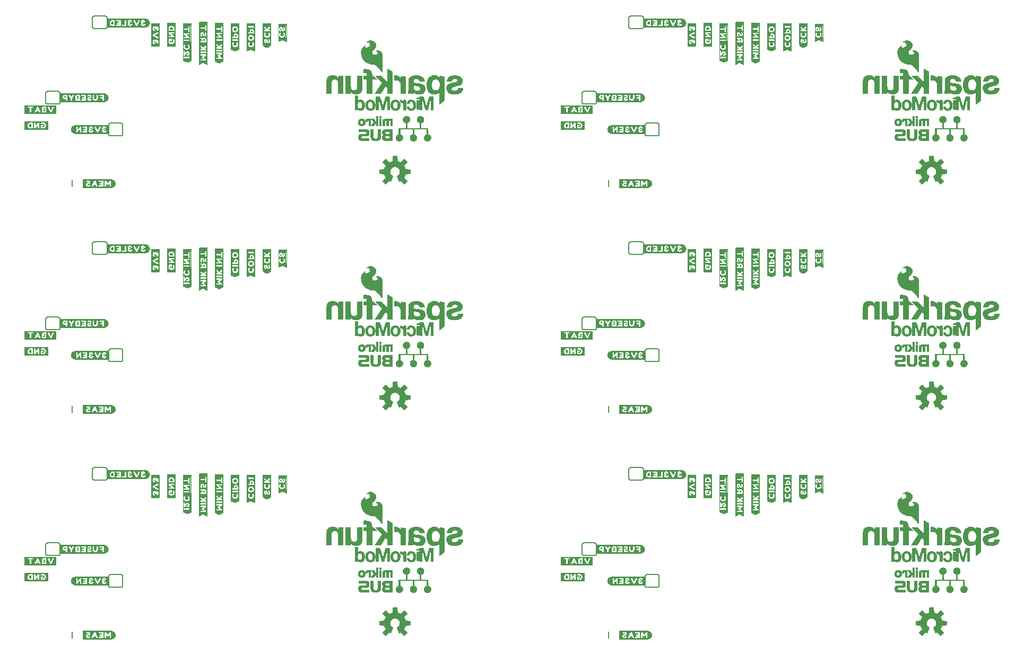
<source format=gbo>
G04 EAGLE Gerber RS-274X export*
G75*
%MOMM*%
%FSLAX34Y34*%
%LPD*%
%INSilkscreen Bottom*%
%IPPOS*%
%AMOC8*
5,1,8,0,0,1.08239X$1,22.5*%
G01*
%ADD10C,0.203200*%
%ADD11C,0.152400*%
%ADD12C,0.025000*%

G36*
X1482275Y799080D02*
X1482275Y799080D01*
X1482331Y799080D01*
X1482359Y799095D01*
X1482391Y799100D01*
X1482450Y799140D01*
X1482486Y799158D01*
X1482495Y799170D01*
X1482511Y799181D01*
X1486819Y803489D01*
X1486836Y803516D01*
X1486860Y803537D01*
X1486881Y803589D01*
X1486910Y803636D01*
X1486913Y803668D01*
X1486925Y803698D01*
X1486922Y803753D01*
X1486927Y803809D01*
X1486915Y803839D01*
X1486913Y803871D01*
X1486879Y803934D01*
X1486865Y803971D01*
X1486854Y803981D01*
X1486845Y803998D01*
X1481878Y810089D01*
X1483067Y812399D01*
X1483074Y812425D01*
X1483091Y812457D01*
X1483883Y814931D01*
X1491702Y815725D01*
X1491733Y815735D01*
X1491765Y815736D01*
X1491814Y815763D01*
X1491866Y815781D01*
X1491889Y815804D01*
X1491917Y815819D01*
X1491949Y815865D01*
X1491988Y815904D01*
X1491998Y815935D01*
X1492017Y815961D01*
X1492030Y816031D01*
X1492043Y816069D01*
X1492041Y816084D01*
X1492044Y816103D01*
X1492044Y822197D01*
X1492037Y822228D01*
X1492039Y822260D01*
X1492017Y822311D01*
X1492005Y822366D01*
X1491984Y822390D01*
X1491972Y822420D01*
X1491930Y822456D01*
X1491895Y822499D01*
X1491865Y822512D01*
X1491841Y822533D01*
X1491772Y822554D01*
X1491736Y822570D01*
X1491721Y822570D01*
X1491702Y822575D01*
X1483883Y823369D01*
X1483091Y825843D01*
X1483078Y825866D01*
X1483067Y825901D01*
X1481878Y828211D01*
X1486845Y834302D01*
X1486859Y834330D01*
X1486880Y834354D01*
X1486896Y834407D01*
X1486921Y834457D01*
X1486921Y834489D01*
X1486930Y834520D01*
X1486920Y834575D01*
X1486920Y834631D01*
X1486905Y834659D01*
X1486900Y834691D01*
X1486860Y834750D01*
X1486842Y834786D01*
X1486830Y834795D01*
X1486819Y834811D01*
X1482511Y839119D01*
X1482484Y839136D01*
X1482463Y839160D01*
X1482411Y839181D01*
X1482364Y839210D01*
X1482332Y839213D01*
X1482302Y839225D01*
X1482247Y839222D01*
X1482191Y839227D01*
X1482161Y839215D01*
X1482129Y839213D01*
X1482066Y839179D01*
X1482029Y839165D01*
X1482019Y839154D01*
X1482002Y839145D01*
X1475911Y834178D01*
X1473601Y835367D01*
X1473575Y835374D01*
X1473543Y835391D01*
X1471069Y836183D01*
X1470275Y844002D01*
X1470267Y844028D01*
X1470266Y844040D01*
X1470265Y844043D01*
X1470264Y844065D01*
X1470237Y844114D01*
X1470219Y844166D01*
X1470196Y844189D01*
X1470181Y844217D01*
X1470135Y844249D01*
X1470096Y844288D01*
X1470065Y844298D01*
X1470039Y844317D01*
X1469969Y844330D01*
X1469931Y844343D01*
X1469916Y844341D01*
X1469897Y844344D01*
X1463803Y844344D01*
X1463772Y844337D01*
X1463740Y844339D01*
X1463689Y844317D01*
X1463634Y844305D01*
X1463610Y844284D01*
X1463580Y844272D01*
X1463544Y844230D01*
X1463501Y844195D01*
X1463488Y844165D01*
X1463467Y844141D01*
X1463446Y844072D01*
X1463430Y844036D01*
X1463430Y844021D01*
X1463428Y844014D01*
X1463427Y844012D01*
X1463427Y844011D01*
X1463425Y844002D01*
X1462631Y836183D01*
X1460157Y835391D01*
X1460134Y835378D01*
X1460099Y835367D01*
X1457789Y834178D01*
X1451698Y839145D01*
X1451670Y839159D01*
X1451646Y839180D01*
X1451593Y839196D01*
X1451543Y839221D01*
X1451511Y839221D01*
X1451480Y839230D01*
X1451425Y839220D01*
X1451369Y839220D01*
X1451341Y839205D01*
X1451309Y839200D01*
X1451250Y839160D01*
X1451215Y839142D01*
X1451205Y839130D01*
X1451189Y839119D01*
X1446881Y834811D01*
X1446864Y834784D01*
X1446840Y834763D01*
X1446819Y834711D01*
X1446790Y834664D01*
X1446787Y834632D01*
X1446775Y834602D01*
X1446779Y834547D01*
X1446773Y834491D01*
X1446785Y834461D01*
X1446787Y834429D01*
X1446821Y834366D01*
X1446835Y834329D01*
X1446846Y834319D01*
X1446855Y834302D01*
X1451822Y828211D01*
X1450633Y825901D01*
X1450626Y825875D01*
X1450609Y825843D01*
X1449817Y823369D01*
X1441998Y822575D01*
X1441967Y822565D01*
X1441935Y822564D01*
X1441886Y822537D01*
X1441834Y822519D01*
X1441811Y822496D01*
X1441783Y822481D01*
X1441751Y822435D01*
X1441712Y822396D01*
X1441702Y822365D01*
X1441683Y822339D01*
X1441670Y822269D01*
X1441657Y822231D01*
X1441659Y822216D01*
X1441656Y822197D01*
X1441656Y816103D01*
X1441663Y816072D01*
X1441661Y816040D01*
X1441683Y815989D01*
X1441695Y815934D01*
X1441716Y815910D01*
X1441728Y815880D01*
X1441770Y815844D01*
X1441805Y815801D01*
X1441835Y815788D01*
X1441859Y815767D01*
X1441928Y815746D01*
X1441964Y815730D01*
X1441979Y815730D01*
X1441998Y815725D01*
X1449817Y814931D01*
X1450609Y812457D01*
X1450622Y812434D01*
X1450633Y812399D01*
X1451822Y810089D01*
X1446855Y803998D01*
X1446841Y803970D01*
X1446820Y803946D01*
X1446804Y803893D01*
X1446779Y803843D01*
X1446779Y803811D01*
X1446770Y803780D01*
X1446780Y803725D01*
X1446780Y803669D01*
X1446795Y803641D01*
X1446800Y803609D01*
X1446840Y803550D01*
X1446858Y803515D01*
X1446870Y803505D01*
X1446881Y803489D01*
X1451189Y799181D01*
X1451216Y799164D01*
X1451237Y799140D01*
X1451289Y799119D01*
X1451336Y799090D01*
X1451368Y799087D01*
X1451398Y799075D01*
X1451453Y799079D01*
X1451509Y799073D01*
X1451539Y799085D01*
X1451571Y799087D01*
X1451634Y799121D01*
X1451671Y799135D01*
X1451681Y799146D01*
X1451698Y799155D01*
X1457789Y804122D01*
X1460098Y802932D01*
X1460162Y802916D01*
X1460225Y802893D01*
X1460246Y802895D01*
X1460266Y802890D01*
X1460331Y802904D01*
X1460397Y802911D01*
X1460415Y802922D01*
X1460435Y802927D01*
X1460487Y802968D01*
X1460543Y803004D01*
X1460556Y803023D01*
X1460571Y803035D01*
X1460587Y803070D01*
X1460623Y803124D01*
X1464211Y811786D01*
X1464216Y811818D01*
X1464230Y811846D01*
X1464230Y811902D01*
X1464239Y811957D01*
X1464230Y811988D01*
X1464230Y812019D01*
X1464205Y812070D01*
X1464189Y812123D01*
X1464167Y812146D01*
X1464153Y812175D01*
X1464097Y812221D01*
X1464070Y812249D01*
X1464056Y812254D01*
X1464041Y812267D01*
X1462664Y813011D01*
X1461498Y813995D01*
X1460558Y815197D01*
X1459884Y816565D01*
X1459503Y818043D01*
X1459431Y819567D01*
X1459673Y821073D01*
X1460217Y822499D01*
X1461041Y823783D01*
X1462110Y824872D01*
X1463378Y825720D01*
X1464793Y826290D01*
X1466295Y826560D01*
X1467820Y826517D01*
X1469304Y826164D01*
X1470685Y825514D01*
X1471904Y824597D01*
X1472910Y823450D01*
X1473661Y822121D01*
X1474124Y820668D01*
X1474281Y819149D01*
X1474138Y817700D01*
X1473715Y816306D01*
X1473029Y815022D01*
X1472105Y813896D01*
X1470979Y812972D01*
X1469661Y812267D01*
X1469636Y812246D01*
X1469607Y812232D01*
X1469572Y812189D01*
X1469531Y812153D01*
X1469518Y812123D01*
X1469498Y812098D01*
X1469486Y812044D01*
X1469465Y811993D01*
X1469467Y811960D01*
X1469460Y811928D01*
X1469474Y811859D01*
X1469477Y811820D01*
X1469485Y811806D01*
X1469489Y811786D01*
X1473077Y803124D01*
X1473116Y803070D01*
X1473148Y803013D01*
X1473165Y803001D01*
X1473178Y802984D01*
X1473236Y802953D01*
X1473291Y802915D01*
X1473312Y802912D01*
X1473331Y802902D01*
X1473397Y802901D01*
X1473463Y802891D01*
X1473486Y802898D01*
X1473504Y802897D01*
X1473539Y802914D01*
X1473602Y802932D01*
X1475911Y804122D01*
X1482002Y799155D01*
X1482030Y799141D01*
X1482054Y799120D01*
X1482107Y799104D01*
X1482157Y799079D01*
X1482189Y799079D01*
X1482220Y799070D01*
X1482275Y799080D01*
G37*
G36*
X626295Y799080D02*
X626295Y799080D01*
X626351Y799080D01*
X626379Y799095D01*
X626411Y799100D01*
X626470Y799140D01*
X626506Y799158D01*
X626515Y799170D01*
X626531Y799181D01*
X630839Y803489D01*
X630856Y803516D01*
X630880Y803537D01*
X630901Y803589D01*
X630930Y803636D01*
X630933Y803668D01*
X630945Y803698D01*
X630942Y803753D01*
X630947Y803809D01*
X630935Y803839D01*
X630933Y803871D01*
X630899Y803934D01*
X630885Y803971D01*
X630874Y803981D01*
X630865Y803998D01*
X625898Y810089D01*
X627087Y812399D01*
X627094Y812425D01*
X627111Y812457D01*
X627903Y814931D01*
X635722Y815725D01*
X635753Y815735D01*
X635785Y815736D01*
X635834Y815763D01*
X635886Y815781D01*
X635909Y815804D01*
X635937Y815819D01*
X635969Y815865D01*
X636008Y815904D01*
X636018Y815935D01*
X636037Y815961D01*
X636050Y816031D01*
X636063Y816069D01*
X636061Y816084D01*
X636064Y816103D01*
X636064Y822197D01*
X636057Y822228D01*
X636059Y822260D01*
X636037Y822311D01*
X636025Y822366D01*
X636004Y822390D01*
X635992Y822420D01*
X635950Y822456D01*
X635915Y822499D01*
X635885Y822512D01*
X635861Y822533D01*
X635792Y822554D01*
X635756Y822570D01*
X635741Y822570D01*
X635722Y822575D01*
X627903Y823369D01*
X627111Y825843D01*
X627098Y825866D01*
X627087Y825901D01*
X625898Y828211D01*
X630865Y834302D01*
X630879Y834330D01*
X630900Y834354D01*
X630916Y834407D01*
X630941Y834457D01*
X630941Y834489D01*
X630950Y834520D01*
X630940Y834575D01*
X630940Y834631D01*
X630925Y834659D01*
X630920Y834691D01*
X630880Y834750D01*
X630862Y834786D01*
X630850Y834795D01*
X630839Y834811D01*
X626531Y839119D01*
X626504Y839136D01*
X626483Y839160D01*
X626431Y839181D01*
X626384Y839210D01*
X626352Y839213D01*
X626322Y839225D01*
X626267Y839222D01*
X626211Y839227D01*
X626181Y839215D01*
X626149Y839213D01*
X626086Y839179D01*
X626049Y839165D01*
X626039Y839154D01*
X626022Y839145D01*
X619931Y834178D01*
X617621Y835367D01*
X617595Y835374D01*
X617563Y835391D01*
X615089Y836183D01*
X614295Y844002D01*
X614287Y844028D01*
X614286Y844040D01*
X614285Y844043D01*
X614284Y844065D01*
X614257Y844114D01*
X614239Y844166D01*
X614216Y844189D01*
X614201Y844217D01*
X614155Y844249D01*
X614116Y844288D01*
X614085Y844298D01*
X614059Y844317D01*
X613989Y844330D01*
X613951Y844343D01*
X613936Y844341D01*
X613917Y844344D01*
X607823Y844344D01*
X607792Y844337D01*
X607760Y844339D01*
X607709Y844317D01*
X607654Y844305D01*
X607630Y844284D01*
X607600Y844272D01*
X607564Y844230D01*
X607521Y844195D01*
X607508Y844165D01*
X607487Y844141D01*
X607466Y844072D01*
X607450Y844036D01*
X607450Y844021D01*
X607448Y844014D01*
X607447Y844012D01*
X607447Y844011D01*
X607445Y844002D01*
X606651Y836183D01*
X604177Y835391D01*
X604154Y835378D01*
X604119Y835367D01*
X601809Y834178D01*
X595718Y839145D01*
X595690Y839159D01*
X595666Y839180D01*
X595613Y839196D01*
X595563Y839221D01*
X595531Y839221D01*
X595500Y839230D01*
X595445Y839220D01*
X595389Y839220D01*
X595361Y839205D01*
X595329Y839200D01*
X595270Y839160D01*
X595235Y839142D01*
X595225Y839130D01*
X595209Y839119D01*
X590901Y834811D01*
X590884Y834784D01*
X590860Y834763D01*
X590839Y834711D01*
X590810Y834664D01*
X590807Y834632D01*
X590795Y834602D01*
X590799Y834547D01*
X590793Y834491D01*
X590805Y834461D01*
X590807Y834429D01*
X590841Y834366D01*
X590855Y834329D01*
X590866Y834319D01*
X590875Y834302D01*
X595842Y828211D01*
X594653Y825901D01*
X594646Y825875D01*
X594629Y825843D01*
X593837Y823369D01*
X586018Y822575D01*
X585987Y822565D01*
X585955Y822564D01*
X585906Y822537D01*
X585854Y822519D01*
X585831Y822496D01*
X585803Y822481D01*
X585771Y822435D01*
X585732Y822396D01*
X585722Y822365D01*
X585703Y822339D01*
X585690Y822269D01*
X585677Y822231D01*
X585679Y822216D01*
X585676Y822197D01*
X585676Y816103D01*
X585683Y816072D01*
X585681Y816040D01*
X585703Y815989D01*
X585715Y815934D01*
X585736Y815910D01*
X585748Y815880D01*
X585790Y815844D01*
X585825Y815801D01*
X585855Y815788D01*
X585879Y815767D01*
X585948Y815746D01*
X585984Y815730D01*
X585999Y815730D01*
X586018Y815725D01*
X593837Y814931D01*
X594629Y812457D01*
X594642Y812434D01*
X594653Y812399D01*
X595842Y810089D01*
X590875Y803998D01*
X590861Y803970D01*
X590840Y803946D01*
X590824Y803893D01*
X590799Y803843D01*
X590799Y803811D01*
X590790Y803780D01*
X590800Y803725D01*
X590800Y803669D01*
X590815Y803641D01*
X590820Y803609D01*
X590860Y803550D01*
X590878Y803515D01*
X590890Y803505D01*
X590901Y803489D01*
X595209Y799181D01*
X595236Y799164D01*
X595257Y799140D01*
X595309Y799119D01*
X595356Y799090D01*
X595388Y799087D01*
X595418Y799075D01*
X595473Y799079D01*
X595529Y799073D01*
X595559Y799085D01*
X595591Y799087D01*
X595654Y799121D01*
X595691Y799135D01*
X595701Y799146D01*
X595718Y799155D01*
X601809Y804122D01*
X604118Y802932D01*
X604182Y802916D01*
X604245Y802893D01*
X604266Y802895D01*
X604286Y802890D01*
X604351Y802904D01*
X604417Y802911D01*
X604435Y802922D01*
X604455Y802927D01*
X604507Y802968D01*
X604563Y803004D01*
X604576Y803023D01*
X604591Y803035D01*
X604607Y803070D01*
X604643Y803124D01*
X608231Y811786D01*
X608236Y811818D01*
X608250Y811846D01*
X608250Y811902D01*
X608259Y811957D01*
X608250Y811988D01*
X608250Y812019D01*
X608225Y812070D01*
X608209Y812123D01*
X608187Y812146D01*
X608173Y812175D01*
X608117Y812221D01*
X608090Y812249D01*
X608076Y812254D01*
X608061Y812267D01*
X606684Y813011D01*
X605518Y813995D01*
X604578Y815197D01*
X603904Y816565D01*
X603523Y818043D01*
X603451Y819567D01*
X603693Y821073D01*
X604237Y822499D01*
X605061Y823783D01*
X606130Y824872D01*
X607398Y825720D01*
X608813Y826290D01*
X610315Y826560D01*
X611840Y826517D01*
X613324Y826164D01*
X614705Y825514D01*
X615924Y824597D01*
X616930Y823450D01*
X617681Y822121D01*
X618144Y820668D01*
X618301Y819149D01*
X618158Y817700D01*
X617735Y816306D01*
X617049Y815022D01*
X616125Y813896D01*
X614999Y812972D01*
X613681Y812267D01*
X613656Y812246D01*
X613627Y812232D01*
X613592Y812189D01*
X613551Y812153D01*
X613538Y812123D01*
X613518Y812098D01*
X613506Y812044D01*
X613485Y811993D01*
X613487Y811960D01*
X613480Y811928D01*
X613494Y811859D01*
X613497Y811820D01*
X613505Y811806D01*
X613509Y811786D01*
X617097Y803124D01*
X617136Y803070D01*
X617168Y803013D01*
X617185Y803001D01*
X617198Y802984D01*
X617256Y802953D01*
X617311Y802915D01*
X617332Y802912D01*
X617351Y802902D01*
X617417Y802901D01*
X617483Y802891D01*
X617506Y802898D01*
X617524Y802897D01*
X617559Y802914D01*
X617622Y802932D01*
X619931Y804122D01*
X626022Y799155D01*
X626050Y799141D01*
X626074Y799120D01*
X626127Y799104D01*
X626177Y799079D01*
X626209Y799079D01*
X626240Y799070D01*
X626295Y799080D01*
G37*
G36*
X1482275Y77720D02*
X1482275Y77720D01*
X1482331Y77720D01*
X1482359Y77735D01*
X1482391Y77740D01*
X1482450Y77780D01*
X1482486Y77798D01*
X1482495Y77810D01*
X1482511Y77821D01*
X1486819Y82129D01*
X1486836Y82156D01*
X1486860Y82177D01*
X1486881Y82229D01*
X1486910Y82276D01*
X1486913Y82308D01*
X1486925Y82338D01*
X1486922Y82393D01*
X1486927Y82449D01*
X1486915Y82479D01*
X1486913Y82511D01*
X1486879Y82574D01*
X1486865Y82611D01*
X1486854Y82621D01*
X1486845Y82638D01*
X1481878Y88729D01*
X1483067Y91039D01*
X1483074Y91065D01*
X1483091Y91097D01*
X1483883Y93571D01*
X1491702Y94365D01*
X1491733Y94375D01*
X1491765Y94376D01*
X1491814Y94403D01*
X1491866Y94421D01*
X1491889Y94444D01*
X1491917Y94459D01*
X1491949Y94505D01*
X1491988Y94544D01*
X1491998Y94575D01*
X1492017Y94601D01*
X1492030Y94671D01*
X1492043Y94709D01*
X1492041Y94724D01*
X1492044Y94743D01*
X1492044Y100837D01*
X1492037Y100868D01*
X1492039Y100900D01*
X1492017Y100951D01*
X1492005Y101006D01*
X1491984Y101030D01*
X1491972Y101060D01*
X1491930Y101096D01*
X1491895Y101139D01*
X1491865Y101152D01*
X1491841Y101173D01*
X1491772Y101194D01*
X1491736Y101210D01*
X1491721Y101210D01*
X1491702Y101215D01*
X1483883Y102009D01*
X1483091Y104483D01*
X1483078Y104506D01*
X1483067Y104541D01*
X1481878Y106851D01*
X1486845Y112942D01*
X1486859Y112970D01*
X1486880Y112994D01*
X1486896Y113047D01*
X1486921Y113097D01*
X1486921Y113129D01*
X1486930Y113160D01*
X1486920Y113215D01*
X1486920Y113271D01*
X1486905Y113299D01*
X1486900Y113331D01*
X1486860Y113390D01*
X1486842Y113426D01*
X1486830Y113435D01*
X1486819Y113451D01*
X1482511Y117759D01*
X1482484Y117776D01*
X1482463Y117800D01*
X1482411Y117821D01*
X1482364Y117850D01*
X1482332Y117853D01*
X1482302Y117865D01*
X1482247Y117862D01*
X1482191Y117867D01*
X1482161Y117855D01*
X1482129Y117853D01*
X1482066Y117819D01*
X1482029Y117805D01*
X1482019Y117794D01*
X1482002Y117785D01*
X1475911Y112818D01*
X1473601Y114007D01*
X1473575Y114014D01*
X1473543Y114031D01*
X1471069Y114823D01*
X1470275Y122642D01*
X1470267Y122668D01*
X1470266Y122680D01*
X1470265Y122683D01*
X1470264Y122705D01*
X1470237Y122754D01*
X1470219Y122806D01*
X1470196Y122829D01*
X1470181Y122857D01*
X1470135Y122889D01*
X1470096Y122928D01*
X1470065Y122938D01*
X1470039Y122957D01*
X1469969Y122970D01*
X1469931Y122983D01*
X1469916Y122981D01*
X1469897Y122984D01*
X1463803Y122984D01*
X1463772Y122977D01*
X1463740Y122979D01*
X1463689Y122957D01*
X1463634Y122945D01*
X1463610Y122924D01*
X1463580Y122912D01*
X1463544Y122870D01*
X1463501Y122835D01*
X1463488Y122805D01*
X1463467Y122781D01*
X1463446Y122712D01*
X1463430Y122676D01*
X1463430Y122661D01*
X1463428Y122654D01*
X1463427Y122652D01*
X1463427Y122651D01*
X1463425Y122642D01*
X1462631Y114823D01*
X1460157Y114031D01*
X1460134Y114018D01*
X1460099Y114007D01*
X1457789Y112818D01*
X1451698Y117785D01*
X1451670Y117799D01*
X1451646Y117820D01*
X1451593Y117836D01*
X1451543Y117861D01*
X1451511Y117861D01*
X1451480Y117870D01*
X1451425Y117860D01*
X1451369Y117860D01*
X1451341Y117845D01*
X1451309Y117840D01*
X1451250Y117800D01*
X1451215Y117782D01*
X1451205Y117770D01*
X1451189Y117759D01*
X1446881Y113451D01*
X1446864Y113424D01*
X1446840Y113403D01*
X1446819Y113351D01*
X1446790Y113304D01*
X1446787Y113272D01*
X1446775Y113242D01*
X1446779Y113187D01*
X1446773Y113131D01*
X1446785Y113101D01*
X1446787Y113069D01*
X1446821Y113006D01*
X1446835Y112969D01*
X1446846Y112959D01*
X1446855Y112942D01*
X1451822Y106851D01*
X1450633Y104541D01*
X1450626Y104515D01*
X1450609Y104483D01*
X1449817Y102009D01*
X1441998Y101215D01*
X1441967Y101205D01*
X1441935Y101204D01*
X1441886Y101177D01*
X1441834Y101159D01*
X1441811Y101136D01*
X1441783Y101121D01*
X1441751Y101075D01*
X1441712Y101036D01*
X1441702Y101005D01*
X1441683Y100979D01*
X1441670Y100909D01*
X1441657Y100871D01*
X1441659Y100856D01*
X1441656Y100837D01*
X1441656Y94743D01*
X1441663Y94712D01*
X1441661Y94680D01*
X1441683Y94629D01*
X1441695Y94574D01*
X1441716Y94550D01*
X1441728Y94520D01*
X1441770Y94484D01*
X1441805Y94441D01*
X1441835Y94428D01*
X1441859Y94407D01*
X1441928Y94386D01*
X1441964Y94370D01*
X1441979Y94370D01*
X1441998Y94365D01*
X1449817Y93571D01*
X1450609Y91097D01*
X1450622Y91074D01*
X1450633Y91039D01*
X1451822Y88729D01*
X1446855Y82638D01*
X1446841Y82610D01*
X1446820Y82586D01*
X1446804Y82533D01*
X1446779Y82483D01*
X1446779Y82451D01*
X1446770Y82420D01*
X1446780Y82365D01*
X1446780Y82309D01*
X1446795Y82281D01*
X1446800Y82249D01*
X1446840Y82190D01*
X1446858Y82155D01*
X1446870Y82145D01*
X1446881Y82129D01*
X1451189Y77821D01*
X1451216Y77804D01*
X1451237Y77780D01*
X1451289Y77759D01*
X1451336Y77730D01*
X1451368Y77727D01*
X1451398Y77715D01*
X1451453Y77719D01*
X1451509Y77713D01*
X1451539Y77725D01*
X1451571Y77727D01*
X1451634Y77761D01*
X1451671Y77775D01*
X1451681Y77786D01*
X1451698Y77795D01*
X1457789Y82762D01*
X1460098Y81572D01*
X1460162Y81556D01*
X1460225Y81533D01*
X1460246Y81535D01*
X1460266Y81530D01*
X1460331Y81544D01*
X1460397Y81551D01*
X1460415Y81562D01*
X1460435Y81567D01*
X1460487Y81608D01*
X1460543Y81644D01*
X1460556Y81663D01*
X1460571Y81675D01*
X1460587Y81710D01*
X1460623Y81764D01*
X1464211Y90426D01*
X1464216Y90458D01*
X1464230Y90486D01*
X1464230Y90542D01*
X1464239Y90597D01*
X1464230Y90628D01*
X1464230Y90659D01*
X1464205Y90710D01*
X1464189Y90763D01*
X1464167Y90786D01*
X1464153Y90815D01*
X1464097Y90861D01*
X1464070Y90889D01*
X1464056Y90894D01*
X1464041Y90907D01*
X1462664Y91651D01*
X1461498Y92635D01*
X1460558Y93837D01*
X1459884Y95205D01*
X1459503Y96683D01*
X1459431Y98207D01*
X1459673Y99713D01*
X1460217Y101139D01*
X1461041Y102423D01*
X1462110Y103512D01*
X1463378Y104360D01*
X1464793Y104930D01*
X1466295Y105200D01*
X1467820Y105157D01*
X1469304Y104804D01*
X1470685Y104154D01*
X1471904Y103237D01*
X1472910Y102090D01*
X1473661Y100761D01*
X1474124Y99308D01*
X1474281Y97789D01*
X1474138Y96340D01*
X1473715Y94946D01*
X1473029Y93662D01*
X1472105Y92536D01*
X1470979Y91612D01*
X1469661Y90907D01*
X1469636Y90886D01*
X1469607Y90872D01*
X1469572Y90829D01*
X1469531Y90793D01*
X1469518Y90763D01*
X1469498Y90738D01*
X1469486Y90684D01*
X1469465Y90633D01*
X1469467Y90600D01*
X1469460Y90568D01*
X1469474Y90499D01*
X1469477Y90460D01*
X1469485Y90446D01*
X1469489Y90426D01*
X1473077Y81764D01*
X1473116Y81710D01*
X1473148Y81653D01*
X1473165Y81641D01*
X1473178Y81624D01*
X1473236Y81593D01*
X1473291Y81555D01*
X1473312Y81552D01*
X1473331Y81542D01*
X1473397Y81541D01*
X1473463Y81531D01*
X1473486Y81538D01*
X1473504Y81537D01*
X1473539Y81554D01*
X1473602Y81572D01*
X1475911Y82762D01*
X1482002Y77795D01*
X1482030Y77781D01*
X1482054Y77760D01*
X1482107Y77744D01*
X1482157Y77719D01*
X1482189Y77719D01*
X1482220Y77710D01*
X1482275Y77720D01*
G37*
G36*
X626295Y77720D02*
X626295Y77720D01*
X626351Y77720D01*
X626379Y77735D01*
X626411Y77740D01*
X626470Y77780D01*
X626506Y77798D01*
X626515Y77810D01*
X626531Y77821D01*
X630839Y82129D01*
X630856Y82156D01*
X630880Y82177D01*
X630901Y82229D01*
X630930Y82276D01*
X630933Y82308D01*
X630945Y82338D01*
X630942Y82393D01*
X630947Y82449D01*
X630935Y82479D01*
X630933Y82511D01*
X630899Y82574D01*
X630885Y82611D01*
X630874Y82621D01*
X630865Y82638D01*
X625898Y88729D01*
X627087Y91039D01*
X627094Y91065D01*
X627111Y91097D01*
X627903Y93571D01*
X635722Y94365D01*
X635753Y94375D01*
X635785Y94376D01*
X635834Y94403D01*
X635886Y94421D01*
X635909Y94444D01*
X635937Y94459D01*
X635969Y94505D01*
X636008Y94544D01*
X636018Y94575D01*
X636037Y94601D01*
X636050Y94671D01*
X636063Y94709D01*
X636061Y94724D01*
X636064Y94743D01*
X636064Y100837D01*
X636057Y100868D01*
X636059Y100900D01*
X636037Y100951D01*
X636025Y101006D01*
X636004Y101030D01*
X635992Y101060D01*
X635950Y101096D01*
X635915Y101139D01*
X635885Y101152D01*
X635861Y101173D01*
X635792Y101194D01*
X635756Y101210D01*
X635741Y101210D01*
X635722Y101215D01*
X627903Y102009D01*
X627111Y104483D01*
X627098Y104506D01*
X627087Y104541D01*
X625898Y106851D01*
X630865Y112942D01*
X630879Y112970D01*
X630900Y112994D01*
X630916Y113047D01*
X630941Y113097D01*
X630941Y113129D01*
X630950Y113160D01*
X630940Y113215D01*
X630940Y113271D01*
X630925Y113299D01*
X630920Y113331D01*
X630880Y113390D01*
X630862Y113426D01*
X630850Y113435D01*
X630839Y113451D01*
X626531Y117759D01*
X626504Y117776D01*
X626483Y117800D01*
X626431Y117821D01*
X626384Y117850D01*
X626352Y117853D01*
X626322Y117865D01*
X626267Y117862D01*
X626211Y117867D01*
X626181Y117855D01*
X626149Y117853D01*
X626086Y117819D01*
X626049Y117805D01*
X626039Y117794D01*
X626022Y117785D01*
X619931Y112818D01*
X617621Y114007D01*
X617595Y114014D01*
X617563Y114031D01*
X615089Y114823D01*
X614295Y122642D01*
X614287Y122668D01*
X614286Y122680D01*
X614285Y122683D01*
X614284Y122705D01*
X614257Y122754D01*
X614239Y122806D01*
X614216Y122829D01*
X614201Y122857D01*
X614155Y122889D01*
X614116Y122928D01*
X614085Y122938D01*
X614059Y122957D01*
X613989Y122970D01*
X613951Y122983D01*
X613936Y122981D01*
X613917Y122984D01*
X607823Y122984D01*
X607792Y122977D01*
X607760Y122979D01*
X607709Y122957D01*
X607654Y122945D01*
X607630Y122924D01*
X607600Y122912D01*
X607564Y122870D01*
X607521Y122835D01*
X607508Y122805D01*
X607487Y122781D01*
X607466Y122712D01*
X607450Y122676D01*
X607450Y122661D01*
X607448Y122654D01*
X607447Y122652D01*
X607447Y122651D01*
X607445Y122642D01*
X606651Y114823D01*
X604177Y114031D01*
X604154Y114018D01*
X604119Y114007D01*
X601809Y112818D01*
X595718Y117785D01*
X595690Y117799D01*
X595666Y117820D01*
X595613Y117836D01*
X595563Y117861D01*
X595531Y117861D01*
X595500Y117870D01*
X595445Y117860D01*
X595389Y117860D01*
X595361Y117845D01*
X595329Y117840D01*
X595270Y117800D01*
X595235Y117782D01*
X595225Y117770D01*
X595209Y117759D01*
X590901Y113451D01*
X590884Y113424D01*
X590860Y113403D01*
X590839Y113351D01*
X590810Y113304D01*
X590807Y113272D01*
X590795Y113242D01*
X590799Y113187D01*
X590793Y113131D01*
X590805Y113101D01*
X590807Y113069D01*
X590841Y113006D01*
X590855Y112969D01*
X590866Y112959D01*
X590875Y112942D01*
X595842Y106851D01*
X594653Y104541D01*
X594646Y104515D01*
X594629Y104483D01*
X593837Y102009D01*
X586018Y101215D01*
X585987Y101205D01*
X585955Y101204D01*
X585906Y101177D01*
X585854Y101159D01*
X585831Y101136D01*
X585803Y101121D01*
X585771Y101075D01*
X585732Y101036D01*
X585722Y101005D01*
X585703Y100979D01*
X585690Y100909D01*
X585677Y100871D01*
X585679Y100856D01*
X585676Y100837D01*
X585676Y94743D01*
X585683Y94712D01*
X585681Y94680D01*
X585703Y94629D01*
X585715Y94574D01*
X585736Y94550D01*
X585748Y94520D01*
X585790Y94484D01*
X585825Y94441D01*
X585855Y94428D01*
X585879Y94407D01*
X585948Y94386D01*
X585984Y94370D01*
X585999Y94370D01*
X586018Y94365D01*
X593837Y93571D01*
X594629Y91097D01*
X594642Y91074D01*
X594653Y91039D01*
X595842Y88729D01*
X590875Y82638D01*
X590861Y82610D01*
X590840Y82586D01*
X590824Y82533D01*
X590799Y82483D01*
X590799Y82451D01*
X590790Y82420D01*
X590800Y82365D01*
X590800Y82309D01*
X590815Y82281D01*
X590820Y82249D01*
X590860Y82190D01*
X590878Y82155D01*
X590890Y82145D01*
X590901Y82129D01*
X595209Y77821D01*
X595236Y77804D01*
X595257Y77780D01*
X595309Y77759D01*
X595356Y77730D01*
X595388Y77727D01*
X595418Y77715D01*
X595473Y77719D01*
X595529Y77713D01*
X595559Y77725D01*
X595591Y77727D01*
X595654Y77761D01*
X595691Y77775D01*
X595701Y77786D01*
X595718Y77795D01*
X601809Y82762D01*
X604118Y81572D01*
X604182Y81556D01*
X604245Y81533D01*
X604266Y81535D01*
X604286Y81530D01*
X604351Y81544D01*
X604417Y81551D01*
X604435Y81562D01*
X604455Y81567D01*
X604507Y81608D01*
X604563Y81644D01*
X604576Y81663D01*
X604591Y81675D01*
X604607Y81710D01*
X604643Y81764D01*
X608231Y90426D01*
X608236Y90458D01*
X608250Y90486D01*
X608250Y90542D01*
X608259Y90597D01*
X608250Y90628D01*
X608250Y90659D01*
X608225Y90710D01*
X608209Y90763D01*
X608187Y90786D01*
X608173Y90815D01*
X608117Y90861D01*
X608090Y90889D01*
X608076Y90894D01*
X608061Y90907D01*
X606684Y91651D01*
X605518Y92635D01*
X604578Y93837D01*
X603904Y95205D01*
X603523Y96683D01*
X603451Y98207D01*
X603693Y99713D01*
X604237Y101139D01*
X605061Y102423D01*
X606130Y103512D01*
X607398Y104360D01*
X608813Y104930D01*
X610315Y105200D01*
X611840Y105157D01*
X613324Y104804D01*
X614705Y104154D01*
X615924Y103237D01*
X616930Y102090D01*
X617681Y100761D01*
X618144Y99308D01*
X618301Y97789D01*
X618158Y96340D01*
X617735Y94946D01*
X617049Y93662D01*
X616125Y92536D01*
X614999Y91612D01*
X613681Y90907D01*
X613656Y90886D01*
X613627Y90872D01*
X613592Y90829D01*
X613551Y90793D01*
X613538Y90763D01*
X613518Y90738D01*
X613506Y90684D01*
X613485Y90633D01*
X613487Y90600D01*
X613480Y90568D01*
X613494Y90499D01*
X613497Y90460D01*
X613505Y90446D01*
X613509Y90426D01*
X617097Y81764D01*
X617136Y81710D01*
X617168Y81653D01*
X617185Y81641D01*
X617198Y81624D01*
X617256Y81593D01*
X617311Y81555D01*
X617332Y81552D01*
X617351Y81542D01*
X617417Y81541D01*
X617483Y81531D01*
X617506Y81538D01*
X617524Y81537D01*
X617559Y81554D01*
X617622Y81572D01*
X619931Y82762D01*
X626022Y77795D01*
X626050Y77781D01*
X626074Y77760D01*
X626127Y77744D01*
X626177Y77719D01*
X626209Y77719D01*
X626240Y77710D01*
X626295Y77720D01*
G37*
G36*
X1482275Y438400D02*
X1482275Y438400D01*
X1482331Y438400D01*
X1482359Y438415D01*
X1482391Y438420D01*
X1482450Y438460D01*
X1482486Y438478D01*
X1482495Y438490D01*
X1482511Y438501D01*
X1486819Y442809D01*
X1486836Y442836D01*
X1486860Y442857D01*
X1486881Y442909D01*
X1486910Y442956D01*
X1486913Y442988D01*
X1486925Y443018D01*
X1486922Y443073D01*
X1486927Y443129D01*
X1486915Y443159D01*
X1486913Y443191D01*
X1486879Y443254D01*
X1486865Y443291D01*
X1486854Y443301D01*
X1486845Y443318D01*
X1481878Y449409D01*
X1483067Y451719D01*
X1483074Y451745D01*
X1483091Y451777D01*
X1483883Y454251D01*
X1491702Y455045D01*
X1491733Y455055D01*
X1491765Y455056D01*
X1491814Y455083D01*
X1491866Y455101D01*
X1491889Y455124D01*
X1491917Y455139D01*
X1491949Y455185D01*
X1491988Y455224D01*
X1491998Y455255D01*
X1492017Y455281D01*
X1492030Y455351D01*
X1492043Y455389D01*
X1492041Y455404D01*
X1492044Y455423D01*
X1492044Y461517D01*
X1492037Y461548D01*
X1492039Y461580D01*
X1492017Y461631D01*
X1492005Y461686D01*
X1491984Y461710D01*
X1491972Y461740D01*
X1491930Y461776D01*
X1491895Y461819D01*
X1491865Y461832D01*
X1491841Y461853D01*
X1491772Y461874D01*
X1491736Y461890D01*
X1491721Y461890D01*
X1491702Y461895D01*
X1483883Y462689D01*
X1483091Y465163D01*
X1483078Y465186D01*
X1483067Y465221D01*
X1481878Y467531D01*
X1486845Y473622D01*
X1486859Y473650D01*
X1486880Y473674D01*
X1486896Y473727D01*
X1486921Y473777D01*
X1486921Y473809D01*
X1486930Y473840D01*
X1486920Y473895D01*
X1486920Y473951D01*
X1486905Y473979D01*
X1486900Y474011D01*
X1486860Y474070D01*
X1486842Y474106D01*
X1486830Y474115D01*
X1486819Y474131D01*
X1482511Y478439D01*
X1482484Y478456D01*
X1482463Y478480D01*
X1482411Y478501D01*
X1482364Y478530D01*
X1482332Y478533D01*
X1482302Y478545D01*
X1482247Y478542D01*
X1482191Y478547D01*
X1482161Y478535D01*
X1482129Y478533D01*
X1482066Y478499D01*
X1482029Y478485D01*
X1482019Y478474D01*
X1482002Y478465D01*
X1475911Y473498D01*
X1473601Y474687D01*
X1473575Y474694D01*
X1473543Y474711D01*
X1471069Y475503D01*
X1470275Y483322D01*
X1470267Y483348D01*
X1470266Y483360D01*
X1470265Y483363D01*
X1470264Y483385D01*
X1470237Y483434D01*
X1470219Y483486D01*
X1470196Y483509D01*
X1470181Y483537D01*
X1470135Y483569D01*
X1470096Y483608D01*
X1470065Y483618D01*
X1470039Y483637D01*
X1469969Y483650D01*
X1469931Y483663D01*
X1469916Y483661D01*
X1469897Y483664D01*
X1463803Y483664D01*
X1463772Y483657D01*
X1463740Y483659D01*
X1463689Y483637D01*
X1463634Y483625D01*
X1463610Y483604D01*
X1463580Y483592D01*
X1463544Y483550D01*
X1463501Y483515D01*
X1463488Y483485D01*
X1463467Y483461D01*
X1463446Y483392D01*
X1463430Y483356D01*
X1463430Y483341D01*
X1463428Y483334D01*
X1463427Y483332D01*
X1463427Y483331D01*
X1463425Y483322D01*
X1462631Y475503D01*
X1460157Y474711D01*
X1460134Y474698D01*
X1460099Y474687D01*
X1457789Y473498D01*
X1451698Y478465D01*
X1451670Y478479D01*
X1451646Y478500D01*
X1451593Y478516D01*
X1451543Y478541D01*
X1451511Y478541D01*
X1451480Y478550D01*
X1451425Y478540D01*
X1451369Y478540D01*
X1451341Y478525D01*
X1451309Y478520D01*
X1451250Y478480D01*
X1451215Y478462D01*
X1451205Y478450D01*
X1451189Y478439D01*
X1446881Y474131D01*
X1446864Y474104D01*
X1446840Y474083D01*
X1446819Y474031D01*
X1446790Y473984D01*
X1446787Y473952D01*
X1446775Y473922D01*
X1446779Y473867D01*
X1446773Y473811D01*
X1446785Y473781D01*
X1446787Y473749D01*
X1446821Y473686D01*
X1446835Y473649D01*
X1446846Y473639D01*
X1446855Y473622D01*
X1451822Y467531D01*
X1450633Y465221D01*
X1450626Y465195D01*
X1450609Y465163D01*
X1449817Y462689D01*
X1441998Y461895D01*
X1441967Y461885D01*
X1441935Y461884D01*
X1441886Y461857D01*
X1441834Y461839D01*
X1441811Y461816D01*
X1441783Y461801D01*
X1441751Y461755D01*
X1441712Y461716D01*
X1441702Y461685D01*
X1441683Y461659D01*
X1441670Y461589D01*
X1441657Y461551D01*
X1441659Y461536D01*
X1441656Y461517D01*
X1441656Y455423D01*
X1441663Y455392D01*
X1441661Y455360D01*
X1441683Y455309D01*
X1441695Y455254D01*
X1441716Y455230D01*
X1441728Y455200D01*
X1441770Y455164D01*
X1441805Y455121D01*
X1441835Y455108D01*
X1441859Y455087D01*
X1441928Y455066D01*
X1441964Y455050D01*
X1441979Y455050D01*
X1441998Y455045D01*
X1449817Y454251D01*
X1450609Y451777D01*
X1450622Y451754D01*
X1450633Y451719D01*
X1451822Y449409D01*
X1446855Y443318D01*
X1446841Y443290D01*
X1446820Y443266D01*
X1446804Y443213D01*
X1446779Y443163D01*
X1446779Y443131D01*
X1446770Y443100D01*
X1446780Y443045D01*
X1446780Y442989D01*
X1446795Y442961D01*
X1446800Y442929D01*
X1446840Y442870D01*
X1446858Y442835D01*
X1446870Y442825D01*
X1446881Y442809D01*
X1451189Y438501D01*
X1451216Y438484D01*
X1451237Y438460D01*
X1451289Y438439D01*
X1451336Y438410D01*
X1451368Y438407D01*
X1451398Y438395D01*
X1451453Y438399D01*
X1451509Y438393D01*
X1451539Y438405D01*
X1451571Y438407D01*
X1451634Y438441D01*
X1451671Y438455D01*
X1451681Y438466D01*
X1451698Y438475D01*
X1457789Y443442D01*
X1460098Y442252D01*
X1460162Y442236D01*
X1460225Y442213D01*
X1460246Y442215D01*
X1460266Y442210D01*
X1460331Y442224D01*
X1460397Y442231D01*
X1460415Y442242D01*
X1460435Y442247D01*
X1460487Y442288D01*
X1460543Y442324D01*
X1460556Y442343D01*
X1460571Y442355D01*
X1460587Y442390D01*
X1460623Y442444D01*
X1464211Y451106D01*
X1464216Y451138D01*
X1464230Y451166D01*
X1464230Y451222D01*
X1464239Y451277D01*
X1464230Y451308D01*
X1464230Y451339D01*
X1464205Y451390D01*
X1464189Y451443D01*
X1464167Y451466D01*
X1464153Y451495D01*
X1464097Y451541D01*
X1464070Y451569D01*
X1464056Y451574D01*
X1464041Y451587D01*
X1462664Y452331D01*
X1461498Y453315D01*
X1460558Y454517D01*
X1459884Y455885D01*
X1459503Y457363D01*
X1459431Y458887D01*
X1459673Y460393D01*
X1460217Y461819D01*
X1461041Y463103D01*
X1462110Y464192D01*
X1463378Y465040D01*
X1464793Y465610D01*
X1466295Y465880D01*
X1467820Y465837D01*
X1469304Y465484D01*
X1470685Y464834D01*
X1471904Y463917D01*
X1472910Y462770D01*
X1473661Y461441D01*
X1474124Y459988D01*
X1474281Y458469D01*
X1474138Y457020D01*
X1473715Y455626D01*
X1473029Y454342D01*
X1472105Y453216D01*
X1470979Y452292D01*
X1469661Y451587D01*
X1469636Y451566D01*
X1469607Y451552D01*
X1469572Y451509D01*
X1469531Y451473D01*
X1469518Y451443D01*
X1469498Y451418D01*
X1469486Y451364D01*
X1469465Y451313D01*
X1469467Y451280D01*
X1469460Y451248D01*
X1469474Y451179D01*
X1469477Y451140D01*
X1469485Y451126D01*
X1469489Y451106D01*
X1473077Y442444D01*
X1473116Y442390D01*
X1473148Y442333D01*
X1473165Y442321D01*
X1473178Y442304D01*
X1473236Y442273D01*
X1473291Y442235D01*
X1473312Y442232D01*
X1473331Y442222D01*
X1473397Y442221D01*
X1473463Y442211D01*
X1473486Y442218D01*
X1473504Y442217D01*
X1473539Y442234D01*
X1473602Y442252D01*
X1475911Y443442D01*
X1482002Y438475D01*
X1482030Y438461D01*
X1482054Y438440D01*
X1482107Y438424D01*
X1482157Y438399D01*
X1482189Y438399D01*
X1482220Y438390D01*
X1482275Y438400D01*
G37*
G36*
X626295Y438400D02*
X626295Y438400D01*
X626351Y438400D01*
X626379Y438415D01*
X626411Y438420D01*
X626470Y438460D01*
X626506Y438478D01*
X626515Y438490D01*
X626531Y438501D01*
X630839Y442809D01*
X630856Y442836D01*
X630880Y442857D01*
X630901Y442909D01*
X630930Y442956D01*
X630933Y442988D01*
X630945Y443018D01*
X630942Y443073D01*
X630947Y443129D01*
X630935Y443159D01*
X630933Y443191D01*
X630899Y443254D01*
X630885Y443291D01*
X630874Y443301D01*
X630865Y443318D01*
X625898Y449409D01*
X627087Y451719D01*
X627094Y451745D01*
X627111Y451777D01*
X627903Y454251D01*
X635722Y455045D01*
X635753Y455055D01*
X635785Y455056D01*
X635834Y455083D01*
X635886Y455101D01*
X635909Y455124D01*
X635937Y455139D01*
X635969Y455185D01*
X636008Y455224D01*
X636018Y455255D01*
X636037Y455281D01*
X636050Y455351D01*
X636063Y455389D01*
X636061Y455404D01*
X636064Y455423D01*
X636064Y461517D01*
X636057Y461548D01*
X636059Y461580D01*
X636037Y461631D01*
X636025Y461686D01*
X636004Y461710D01*
X635992Y461740D01*
X635950Y461776D01*
X635915Y461819D01*
X635885Y461832D01*
X635861Y461853D01*
X635792Y461874D01*
X635756Y461890D01*
X635741Y461890D01*
X635722Y461895D01*
X627903Y462689D01*
X627111Y465163D01*
X627098Y465186D01*
X627087Y465221D01*
X625898Y467531D01*
X630865Y473622D01*
X630879Y473650D01*
X630900Y473674D01*
X630916Y473727D01*
X630941Y473777D01*
X630941Y473809D01*
X630950Y473840D01*
X630940Y473895D01*
X630940Y473951D01*
X630925Y473979D01*
X630920Y474011D01*
X630880Y474070D01*
X630862Y474106D01*
X630850Y474115D01*
X630839Y474131D01*
X626531Y478439D01*
X626504Y478456D01*
X626483Y478480D01*
X626431Y478501D01*
X626384Y478530D01*
X626352Y478533D01*
X626322Y478545D01*
X626267Y478542D01*
X626211Y478547D01*
X626181Y478535D01*
X626149Y478533D01*
X626086Y478499D01*
X626049Y478485D01*
X626039Y478474D01*
X626022Y478465D01*
X619931Y473498D01*
X617621Y474687D01*
X617595Y474694D01*
X617563Y474711D01*
X615089Y475503D01*
X614295Y483322D01*
X614287Y483348D01*
X614286Y483360D01*
X614285Y483363D01*
X614284Y483385D01*
X614257Y483434D01*
X614239Y483486D01*
X614216Y483509D01*
X614201Y483537D01*
X614155Y483569D01*
X614116Y483608D01*
X614085Y483618D01*
X614059Y483637D01*
X613989Y483650D01*
X613951Y483663D01*
X613936Y483661D01*
X613917Y483664D01*
X607823Y483664D01*
X607792Y483657D01*
X607760Y483659D01*
X607709Y483637D01*
X607654Y483625D01*
X607630Y483604D01*
X607600Y483592D01*
X607564Y483550D01*
X607521Y483515D01*
X607508Y483485D01*
X607487Y483461D01*
X607466Y483392D01*
X607450Y483356D01*
X607450Y483341D01*
X607448Y483334D01*
X607447Y483332D01*
X607447Y483331D01*
X607445Y483322D01*
X606651Y475503D01*
X604177Y474711D01*
X604154Y474698D01*
X604119Y474687D01*
X601809Y473498D01*
X595718Y478465D01*
X595690Y478479D01*
X595666Y478500D01*
X595613Y478516D01*
X595563Y478541D01*
X595531Y478541D01*
X595500Y478550D01*
X595445Y478540D01*
X595389Y478540D01*
X595361Y478525D01*
X595329Y478520D01*
X595270Y478480D01*
X595235Y478462D01*
X595225Y478450D01*
X595209Y478439D01*
X590901Y474131D01*
X590884Y474104D01*
X590860Y474083D01*
X590839Y474031D01*
X590810Y473984D01*
X590807Y473952D01*
X590795Y473922D01*
X590799Y473867D01*
X590793Y473811D01*
X590805Y473781D01*
X590807Y473749D01*
X590841Y473686D01*
X590855Y473649D01*
X590866Y473639D01*
X590875Y473622D01*
X595842Y467531D01*
X594653Y465221D01*
X594646Y465195D01*
X594629Y465163D01*
X593837Y462689D01*
X586018Y461895D01*
X585987Y461885D01*
X585955Y461884D01*
X585906Y461857D01*
X585854Y461839D01*
X585831Y461816D01*
X585803Y461801D01*
X585771Y461755D01*
X585732Y461716D01*
X585722Y461685D01*
X585703Y461659D01*
X585690Y461589D01*
X585677Y461551D01*
X585679Y461536D01*
X585676Y461517D01*
X585676Y455423D01*
X585683Y455392D01*
X585681Y455360D01*
X585703Y455309D01*
X585715Y455254D01*
X585736Y455230D01*
X585748Y455200D01*
X585790Y455164D01*
X585825Y455121D01*
X585855Y455108D01*
X585879Y455087D01*
X585948Y455066D01*
X585984Y455050D01*
X585999Y455050D01*
X586018Y455045D01*
X593837Y454251D01*
X594629Y451777D01*
X594642Y451754D01*
X594653Y451719D01*
X595842Y449409D01*
X590875Y443318D01*
X590861Y443290D01*
X590840Y443266D01*
X590824Y443213D01*
X590799Y443163D01*
X590799Y443131D01*
X590790Y443100D01*
X590800Y443045D01*
X590800Y442989D01*
X590815Y442961D01*
X590820Y442929D01*
X590860Y442870D01*
X590878Y442835D01*
X590890Y442825D01*
X590901Y442809D01*
X595209Y438501D01*
X595236Y438484D01*
X595257Y438460D01*
X595309Y438439D01*
X595356Y438410D01*
X595388Y438407D01*
X595418Y438395D01*
X595473Y438399D01*
X595529Y438393D01*
X595559Y438405D01*
X595591Y438407D01*
X595654Y438441D01*
X595691Y438455D01*
X595701Y438466D01*
X595718Y438475D01*
X601809Y443442D01*
X604118Y442252D01*
X604182Y442236D01*
X604245Y442213D01*
X604266Y442215D01*
X604286Y442210D01*
X604351Y442224D01*
X604417Y442231D01*
X604435Y442242D01*
X604455Y442247D01*
X604507Y442288D01*
X604563Y442324D01*
X604576Y442343D01*
X604591Y442355D01*
X604607Y442390D01*
X604643Y442444D01*
X608231Y451106D01*
X608236Y451138D01*
X608250Y451166D01*
X608250Y451222D01*
X608259Y451277D01*
X608250Y451308D01*
X608250Y451339D01*
X608225Y451390D01*
X608209Y451443D01*
X608187Y451466D01*
X608173Y451495D01*
X608117Y451541D01*
X608090Y451569D01*
X608076Y451574D01*
X608061Y451587D01*
X606684Y452331D01*
X605518Y453315D01*
X604578Y454517D01*
X603904Y455885D01*
X603523Y457363D01*
X603451Y458887D01*
X603693Y460393D01*
X604237Y461819D01*
X605061Y463103D01*
X606130Y464192D01*
X607398Y465040D01*
X608813Y465610D01*
X610315Y465880D01*
X611840Y465837D01*
X613324Y465484D01*
X614705Y464834D01*
X615924Y463917D01*
X616930Y462770D01*
X617681Y461441D01*
X618144Y459988D01*
X618301Y458469D01*
X618158Y457020D01*
X617735Y455626D01*
X617049Y454342D01*
X616125Y453216D01*
X614999Y452292D01*
X613681Y451587D01*
X613656Y451566D01*
X613627Y451552D01*
X613592Y451509D01*
X613551Y451473D01*
X613538Y451443D01*
X613518Y451418D01*
X613506Y451364D01*
X613485Y451313D01*
X613487Y451280D01*
X613480Y451248D01*
X613494Y451179D01*
X613497Y451140D01*
X613505Y451126D01*
X613509Y451106D01*
X617097Y442444D01*
X617136Y442390D01*
X617168Y442333D01*
X617185Y442321D01*
X617198Y442304D01*
X617256Y442273D01*
X617311Y442235D01*
X617332Y442232D01*
X617351Y442222D01*
X617417Y442221D01*
X617483Y442211D01*
X617506Y442218D01*
X617524Y442217D01*
X617559Y442234D01*
X617622Y442252D01*
X619931Y443442D01*
X626022Y438475D01*
X626050Y438461D01*
X626074Y438440D01*
X626127Y438424D01*
X626177Y438399D01*
X626209Y438399D01*
X626240Y438390D01*
X626295Y438400D01*
G37*
G36*
X147274Y569734D02*
X147274Y569734D01*
X147277Y569731D01*
X147977Y569831D01*
X147978Y569832D01*
X147978Y569831D01*
X148578Y569931D01*
X148581Y569935D01*
X148584Y569933D01*
X149284Y570133D01*
X149288Y570138D01*
X149292Y570136D01*
X150492Y570736D01*
X150495Y570743D01*
X150501Y570742D01*
X151001Y571142D01*
X151002Y571142D01*
X151602Y571642D01*
X151602Y571646D01*
X151605Y571645D01*
X152005Y572045D01*
X152006Y572052D01*
X152011Y572053D01*
X152410Y572651D01*
X152808Y573149D01*
X152809Y573157D01*
X152814Y573158D01*
X153114Y573758D01*
X153114Y573760D01*
X153115Y573761D01*
X153415Y574461D01*
X153413Y574469D01*
X153419Y574472D01*
X153518Y575069D01*
X153551Y575184D01*
X153593Y575332D01*
X153607Y575381D01*
X153649Y575529D01*
X153650Y575529D01*
X153649Y575529D01*
X153692Y575677D01*
X153706Y575726D01*
X153717Y575766D01*
X153715Y575773D01*
X153717Y575775D01*
X153716Y575777D01*
X153719Y575780D01*
X153719Y577080D01*
X153716Y577084D01*
X153719Y577087D01*
X153619Y577787D01*
X153615Y577791D01*
X153617Y577794D01*
X153417Y578494D01*
X153416Y578495D01*
X153417Y578496D01*
X153217Y579096D01*
X153212Y579099D01*
X153214Y579102D01*
X152614Y580302D01*
X152610Y580304D01*
X152611Y580307D01*
X152211Y580907D01*
X152204Y580910D01*
X152205Y580915D01*
X151705Y581415D01*
X151701Y581415D01*
X151701Y581418D01*
X150701Y582218D01*
X150697Y582219D01*
X150697Y582221D01*
X150097Y582621D01*
X150093Y582621D01*
X150092Y582624D01*
X149492Y582924D01*
X149487Y582923D01*
X149486Y582927D01*
X148886Y583127D01*
X148884Y583126D01*
X148884Y583127D01*
X148184Y583327D01*
X148174Y583324D01*
X148170Y583329D01*
X147474Y583329D01*
X146878Y583429D01*
X146873Y583426D01*
X146870Y583429D01*
X75770Y583429D01*
X75723Y583393D01*
X75724Y583391D01*
X75722Y583390D01*
X75622Y582890D01*
X75625Y582883D01*
X75621Y582880D01*
X75621Y569980D01*
X75650Y569942D01*
X75652Y569934D01*
X76152Y569734D01*
X76165Y569738D01*
X76170Y569731D01*
X147270Y569731D01*
X147274Y569734D01*
G37*
G36*
X1003254Y569734D02*
X1003254Y569734D01*
X1003257Y569731D01*
X1003957Y569831D01*
X1003958Y569832D01*
X1003958Y569831D01*
X1004558Y569931D01*
X1004561Y569935D01*
X1004564Y569933D01*
X1005264Y570133D01*
X1005268Y570138D01*
X1005272Y570136D01*
X1006472Y570736D01*
X1006475Y570743D01*
X1006481Y570742D01*
X1006981Y571142D01*
X1006982Y571142D01*
X1007582Y571642D01*
X1007582Y571646D01*
X1007585Y571645D01*
X1007985Y572045D01*
X1007986Y572052D01*
X1007991Y572053D01*
X1008390Y572651D01*
X1008788Y573149D01*
X1008789Y573157D01*
X1008794Y573158D01*
X1009094Y573758D01*
X1009094Y573760D01*
X1009095Y573761D01*
X1009395Y574461D01*
X1009393Y574469D01*
X1009399Y574472D01*
X1009498Y575069D01*
X1009531Y575184D01*
X1009573Y575332D01*
X1009587Y575381D01*
X1009629Y575529D01*
X1009630Y575529D01*
X1009629Y575529D01*
X1009672Y575677D01*
X1009686Y575726D01*
X1009697Y575766D01*
X1009695Y575773D01*
X1009697Y575775D01*
X1009696Y575777D01*
X1009699Y575780D01*
X1009699Y577080D01*
X1009696Y577084D01*
X1009699Y577087D01*
X1009599Y577787D01*
X1009595Y577791D01*
X1009597Y577794D01*
X1009397Y578494D01*
X1009396Y578495D01*
X1009397Y578496D01*
X1009197Y579096D01*
X1009192Y579099D01*
X1009194Y579102D01*
X1008594Y580302D01*
X1008590Y580304D01*
X1008591Y580307D01*
X1008191Y580907D01*
X1008184Y580910D01*
X1008185Y580915D01*
X1007685Y581415D01*
X1007681Y581415D01*
X1007681Y581418D01*
X1006681Y582218D01*
X1006677Y582219D01*
X1006677Y582221D01*
X1006077Y582621D01*
X1006073Y582621D01*
X1006072Y582624D01*
X1005472Y582924D01*
X1005467Y582923D01*
X1005466Y582927D01*
X1004866Y583127D01*
X1004864Y583126D01*
X1004864Y583127D01*
X1004164Y583327D01*
X1004154Y583324D01*
X1004150Y583329D01*
X1003454Y583329D01*
X1002858Y583429D01*
X1002853Y583426D01*
X1002850Y583429D01*
X931750Y583429D01*
X931703Y583393D01*
X931704Y583391D01*
X931702Y583390D01*
X931602Y582890D01*
X931605Y582883D01*
X931601Y582880D01*
X931601Y569980D01*
X931630Y569942D01*
X931632Y569934D01*
X932132Y569734D01*
X932145Y569738D01*
X932150Y569731D01*
X1003250Y569731D01*
X1003254Y569734D01*
G37*
G36*
X1003254Y930414D02*
X1003254Y930414D01*
X1003257Y930411D01*
X1003957Y930511D01*
X1003958Y930512D01*
X1003958Y930511D01*
X1004558Y930611D01*
X1004561Y930615D01*
X1004564Y930613D01*
X1005264Y930813D01*
X1005268Y930818D01*
X1005272Y930816D01*
X1006472Y931416D01*
X1006475Y931423D01*
X1006481Y931422D01*
X1006981Y931822D01*
X1006982Y931822D01*
X1007582Y932322D01*
X1007582Y932326D01*
X1007585Y932325D01*
X1007985Y932725D01*
X1007986Y932732D01*
X1007991Y932733D01*
X1008390Y933331D01*
X1008788Y933829D01*
X1008789Y933837D01*
X1008794Y933838D01*
X1009094Y934438D01*
X1009094Y934440D01*
X1009095Y934441D01*
X1009395Y935141D01*
X1009393Y935149D01*
X1009399Y935152D01*
X1009498Y935749D01*
X1009531Y935864D01*
X1009573Y936012D01*
X1009587Y936061D01*
X1009629Y936209D01*
X1009630Y936209D01*
X1009629Y936209D01*
X1009672Y936357D01*
X1009686Y936406D01*
X1009697Y936446D01*
X1009695Y936453D01*
X1009697Y936455D01*
X1009696Y936457D01*
X1009699Y936460D01*
X1009699Y937760D01*
X1009696Y937764D01*
X1009699Y937767D01*
X1009599Y938467D01*
X1009595Y938471D01*
X1009597Y938474D01*
X1009397Y939174D01*
X1009396Y939175D01*
X1009397Y939176D01*
X1009197Y939776D01*
X1009192Y939779D01*
X1009194Y939782D01*
X1008594Y940982D01*
X1008590Y940984D01*
X1008591Y940987D01*
X1008191Y941587D01*
X1008184Y941590D01*
X1008185Y941595D01*
X1007685Y942095D01*
X1007681Y942095D01*
X1007681Y942098D01*
X1006681Y942898D01*
X1006677Y942899D01*
X1006677Y942901D01*
X1006077Y943301D01*
X1006073Y943301D01*
X1006072Y943304D01*
X1005472Y943604D01*
X1005467Y943603D01*
X1005466Y943607D01*
X1004866Y943807D01*
X1004864Y943806D01*
X1004864Y943807D01*
X1004164Y944007D01*
X1004154Y944004D01*
X1004150Y944009D01*
X1003454Y944009D01*
X1002858Y944109D01*
X1002853Y944106D01*
X1002850Y944109D01*
X931750Y944109D01*
X931703Y944073D01*
X931704Y944071D01*
X931702Y944070D01*
X931602Y943570D01*
X931605Y943563D01*
X931601Y943560D01*
X931601Y930660D01*
X931630Y930622D01*
X931632Y930614D01*
X932132Y930414D01*
X932145Y930418D01*
X932150Y930411D01*
X1003250Y930411D01*
X1003254Y930414D01*
G37*
G36*
X147274Y930414D02*
X147274Y930414D01*
X147277Y930411D01*
X147977Y930511D01*
X147978Y930512D01*
X147978Y930511D01*
X148578Y930611D01*
X148581Y930615D01*
X148584Y930613D01*
X149284Y930813D01*
X149288Y930818D01*
X149292Y930816D01*
X150492Y931416D01*
X150495Y931423D01*
X150501Y931422D01*
X151001Y931822D01*
X151002Y931822D01*
X151602Y932322D01*
X151602Y932326D01*
X151605Y932325D01*
X152005Y932725D01*
X152006Y932732D01*
X152011Y932733D01*
X152410Y933331D01*
X152808Y933829D01*
X152809Y933837D01*
X152814Y933838D01*
X153114Y934438D01*
X153114Y934440D01*
X153115Y934441D01*
X153415Y935141D01*
X153413Y935149D01*
X153419Y935152D01*
X153518Y935749D01*
X153551Y935864D01*
X153593Y936012D01*
X153607Y936061D01*
X153649Y936209D01*
X153650Y936209D01*
X153649Y936209D01*
X153692Y936357D01*
X153706Y936406D01*
X153717Y936446D01*
X153715Y936453D01*
X153717Y936455D01*
X153716Y936457D01*
X153719Y936460D01*
X153719Y937760D01*
X153716Y937764D01*
X153719Y937767D01*
X153619Y938467D01*
X153615Y938471D01*
X153617Y938474D01*
X153417Y939174D01*
X153416Y939175D01*
X153417Y939176D01*
X153217Y939776D01*
X153212Y939779D01*
X153214Y939782D01*
X152614Y940982D01*
X152610Y940984D01*
X152611Y940987D01*
X152211Y941587D01*
X152204Y941590D01*
X152205Y941595D01*
X151705Y942095D01*
X151701Y942095D01*
X151701Y942098D01*
X150701Y942898D01*
X150697Y942899D01*
X150697Y942901D01*
X150097Y943301D01*
X150093Y943301D01*
X150092Y943304D01*
X149492Y943604D01*
X149487Y943603D01*
X149486Y943607D01*
X148886Y943807D01*
X148884Y943806D01*
X148884Y943807D01*
X148184Y944007D01*
X148174Y944004D01*
X148170Y944009D01*
X147474Y944009D01*
X146878Y944109D01*
X146873Y944106D01*
X146870Y944109D01*
X75770Y944109D01*
X75723Y944073D01*
X75724Y944071D01*
X75722Y944070D01*
X75622Y943570D01*
X75625Y943563D01*
X75621Y943560D01*
X75621Y930660D01*
X75650Y930622D01*
X75652Y930614D01*
X76152Y930414D01*
X76165Y930418D01*
X76170Y930411D01*
X147270Y930411D01*
X147274Y930414D01*
G37*
G36*
X1003254Y209054D02*
X1003254Y209054D01*
X1003257Y209051D01*
X1003957Y209151D01*
X1003958Y209152D01*
X1003958Y209151D01*
X1004558Y209251D01*
X1004561Y209255D01*
X1004564Y209253D01*
X1005264Y209453D01*
X1005268Y209458D01*
X1005272Y209456D01*
X1006472Y210056D01*
X1006475Y210063D01*
X1006481Y210062D01*
X1006981Y210462D01*
X1006982Y210462D01*
X1007582Y210962D01*
X1007582Y210966D01*
X1007585Y210965D01*
X1007985Y211365D01*
X1007986Y211372D01*
X1007991Y211373D01*
X1008390Y211971D01*
X1008788Y212469D01*
X1008789Y212477D01*
X1008794Y212478D01*
X1009094Y213078D01*
X1009094Y213080D01*
X1009095Y213081D01*
X1009395Y213781D01*
X1009393Y213789D01*
X1009399Y213792D01*
X1009498Y214389D01*
X1009531Y214504D01*
X1009573Y214652D01*
X1009587Y214701D01*
X1009629Y214849D01*
X1009630Y214849D01*
X1009629Y214849D01*
X1009672Y214997D01*
X1009686Y215046D01*
X1009697Y215086D01*
X1009695Y215093D01*
X1009697Y215095D01*
X1009696Y215097D01*
X1009699Y215100D01*
X1009699Y216400D01*
X1009696Y216404D01*
X1009699Y216407D01*
X1009599Y217107D01*
X1009595Y217111D01*
X1009597Y217114D01*
X1009397Y217814D01*
X1009396Y217815D01*
X1009397Y217816D01*
X1009197Y218416D01*
X1009192Y218419D01*
X1009194Y218422D01*
X1008594Y219622D01*
X1008590Y219624D01*
X1008591Y219627D01*
X1008191Y220227D01*
X1008184Y220230D01*
X1008185Y220235D01*
X1007685Y220735D01*
X1007681Y220735D01*
X1007681Y220738D01*
X1006681Y221538D01*
X1006677Y221539D01*
X1006677Y221541D01*
X1006077Y221941D01*
X1006073Y221941D01*
X1006072Y221944D01*
X1005472Y222244D01*
X1005467Y222243D01*
X1005466Y222247D01*
X1004866Y222447D01*
X1004864Y222446D01*
X1004864Y222447D01*
X1004164Y222647D01*
X1004154Y222644D01*
X1004150Y222649D01*
X1003454Y222649D01*
X1002858Y222749D01*
X1002853Y222746D01*
X1002850Y222749D01*
X931750Y222749D01*
X931703Y222713D01*
X931704Y222711D01*
X931702Y222710D01*
X931602Y222210D01*
X931605Y222203D01*
X931601Y222200D01*
X931601Y209300D01*
X931630Y209262D01*
X931632Y209254D01*
X932132Y209054D01*
X932145Y209058D01*
X932150Y209051D01*
X1003250Y209051D01*
X1003254Y209054D01*
G37*
G36*
X147274Y209054D02*
X147274Y209054D01*
X147277Y209051D01*
X147977Y209151D01*
X147978Y209152D01*
X147978Y209151D01*
X148578Y209251D01*
X148581Y209255D01*
X148584Y209253D01*
X149284Y209453D01*
X149288Y209458D01*
X149292Y209456D01*
X150492Y210056D01*
X150495Y210063D01*
X150501Y210062D01*
X151001Y210462D01*
X151002Y210462D01*
X151602Y210962D01*
X151602Y210966D01*
X151605Y210965D01*
X152005Y211365D01*
X152006Y211372D01*
X152011Y211373D01*
X152410Y211971D01*
X152808Y212469D01*
X152809Y212477D01*
X152814Y212478D01*
X153114Y213078D01*
X153114Y213080D01*
X153115Y213081D01*
X153415Y213781D01*
X153413Y213789D01*
X153419Y213792D01*
X153518Y214389D01*
X153551Y214504D01*
X153593Y214652D01*
X153607Y214701D01*
X153649Y214849D01*
X153650Y214849D01*
X153649Y214849D01*
X153692Y214997D01*
X153706Y215046D01*
X153717Y215086D01*
X153715Y215093D01*
X153717Y215095D01*
X153716Y215097D01*
X153719Y215100D01*
X153719Y216400D01*
X153716Y216404D01*
X153719Y216407D01*
X153619Y217107D01*
X153615Y217111D01*
X153617Y217114D01*
X153417Y217814D01*
X153416Y217815D01*
X153417Y217816D01*
X153217Y218416D01*
X153212Y218419D01*
X153214Y218422D01*
X152614Y219622D01*
X152610Y219624D01*
X152611Y219627D01*
X152211Y220227D01*
X152204Y220230D01*
X152205Y220235D01*
X151705Y220735D01*
X151701Y220735D01*
X151701Y220738D01*
X150701Y221538D01*
X150697Y221539D01*
X150697Y221541D01*
X150097Y221941D01*
X150093Y221941D01*
X150092Y221944D01*
X149492Y222244D01*
X149487Y222243D01*
X149486Y222247D01*
X148886Y222447D01*
X148884Y222446D01*
X148884Y222447D01*
X148184Y222647D01*
X148174Y222644D01*
X148170Y222649D01*
X147474Y222649D01*
X146878Y222749D01*
X146873Y222746D01*
X146870Y222749D01*
X75770Y222749D01*
X75723Y222713D01*
X75724Y222711D01*
X75722Y222710D01*
X75622Y222210D01*
X75625Y222203D01*
X75621Y222200D01*
X75621Y209300D01*
X75650Y209262D01*
X75652Y209254D01*
X76152Y209054D01*
X76165Y209058D01*
X76170Y209051D01*
X147270Y209051D01*
X147274Y209054D01*
G37*
G36*
X590754Y616680D02*
X590754Y616680D01*
X590841Y616683D01*
X590841Y616684D01*
X590842Y616684D01*
X590917Y616725D01*
X590993Y616766D01*
X590993Y616767D01*
X590994Y616767D01*
X591045Y616839D01*
X591093Y616908D01*
X591093Y616909D01*
X591094Y616916D01*
X591120Y617050D01*
X591120Y644650D01*
X591116Y644670D01*
X591117Y644697D01*
X590917Y646297D01*
X590906Y646329D01*
X590898Y646378D01*
X590398Y647778D01*
X590390Y647790D01*
X590386Y647807D01*
X589886Y648907D01*
X589868Y648931D01*
X589852Y648968D01*
X589152Y649968D01*
X589133Y649985D01*
X589122Y650004D01*
X589100Y650020D01*
X589073Y650050D01*
X588173Y650750D01*
X588162Y650755D01*
X588151Y650766D01*
X587251Y651366D01*
X587220Y651378D01*
X587181Y651403D01*
X586181Y651803D01*
X586166Y651805D01*
X586149Y651814D01*
X585149Y652114D01*
X585130Y652115D01*
X585108Y652124D01*
X584008Y652324D01*
X583979Y652323D01*
X583940Y652330D01*
X582240Y652330D01*
X582217Y652325D01*
X582186Y652326D01*
X581486Y652226D01*
X581453Y652213D01*
X581399Y652203D01*
X580909Y652007D01*
X580678Y651930D01*
X580540Y651930D01*
X580371Y651891D01*
X580238Y651781D01*
X580167Y651622D01*
X580173Y651449D01*
X580256Y651297D01*
X580398Y651197D01*
X580519Y651174D01*
X580729Y651034D01*
X580760Y651022D01*
X580848Y650981D01*
X581173Y650900D01*
X581512Y650646D01*
X581528Y650639D01*
X581544Y650624D01*
X582504Y650048D01*
X582838Y649714D01*
X583092Y649290D01*
X583260Y648788D01*
X583260Y648212D01*
X583091Y647706D01*
X582726Y647068D01*
X582279Y646531D01*
X581650Y646082D01*
X580812Y645709D01*
X579801Y645433D01*
X578301Y645527D01*
X576887Y645904D01*
X575801Y646538D01*
X575074Y647538D01*
X574626Y648613D01*
X574715Y649864D01*
X575269Y651249D01*
X576518Y652691D01*
X578209Y654381D01*
X578223Y654403D01*
X578248Y654427D01*
X579548Y656227D01*
X579554Y656242D01*
X579568Y656257D01*
X580568Y657957D01*
X580579Y657994D01*
X580611Y658068D01*
X581011Y659868D01*
X581011Y659901D01*
X581020Y659950D01*
X581020Y661650D01*
X581011Y661688D01*
X581003Y661763D01*
X580503Y663363D01*
X580483Y663397D01*
X580453Y663465D01*
X579353Y665065D01*
X579326Y665090D01*
X579292Y665135D01*
X577592Y666635D01*
X577557Y666654D01*
X577504Y666693D01*
X575204Y667793D01*
X575171Y667800D01*
X575124Y667821D01*
X572924Y668321D01*
X572886Y668321D01*
X572821Y668330D01*
X570821Y668230D01*
X570795Y668222D01*
X570758Y668221D01*
X568958Y667821D01*
X568927Y667807D01*
X568879Y667795D01*
X567379Y667095D01*
X567375Y667092D01*
X567370Y667090D01*
X566836Y666823D01*
X566170Y666490D01*
X566148Y666472D01*
X566112Y666454D01*
X565312Y665854D01*
X565297Y665836D01*
X565271Y665819D01*
X565071Y665619D01*
X565058Y665597D01*
X565038Y665581D01*
X565012Y665524D01*
X564980Y665472D01*
X564977Y665446D01*
X564967Y665422D01*
X564969Y665361D01*
X564963Y665299D01*
X564972Y665275D01*
X564973Y665249D01*
X565003Y665195D01*
X565025Y665137D01*
X565044Y665120D01*
X565056Y665097D01*
X565107Y665062D01*
X565152Y665020D01*
X565177Y665012D01*
X565198Y664997D01*
X565282Y664981D01*
X565318Y664970D01*
X565328Y664972D01*
X565340Y664970D01*
X565440Y664970D01*
X565476Y664978D01*
X565532Y664981D01*
X565918Y665078D01*
X566471Y665170D01*
X567116Y665170D01*
X567855Y665077D01*
X568694Y664798D01*
X569428Y664431D01*
X570068Y663882D01*
X570529Y663329D01*
X570792Y662890D01*
X570960Y662388D01*
X570960Y661312D01*
X570791Y660806D01*
X570419Y660156D01*
X569949Y659497D01*
X568793Y658341D01*
X568135Y657871D01*
X567460Y657485D01*
X567124Y657317D01*
X566688Y657099D01*
X565945Y656821D01*
X565313Y656730D01*
X564818Y656730D01*
X564237Y656979D01*
X563843Y657295D01*
X563592Y657796D01*
X563420Y658312D01*
X563420Y659288D01*
X563501Y659530D01*
X563503Y659551D01*
X563509Y659566D01*
X563508Y659589D01*
X563520Y659650D01*
X563520Y659850D01*
X563506Y659913D01*
X563498Y659977D01*
X563486Y659996D01*
X563481Y660019D01*
X563440Y660069D01*
X563405Y660123D01*
X563385Y660135D01*
X563371Y660152D01*
X563312Y660179D01*
X563257Y660212D01*
X563234Y660214D01*
X563212Y660223D01*
X563148Y660221D01*
X563084Y660226D01*
X563059Y660217D01*
X563039Y660217D01*
X563006Y660198D01*
X562947Y660178D01*
X561247Y659178D01*
X561219Y659151D01*
X561163Y659111D01*
X559563Y657411D01*
X559547Y657382D01*
X559515Y657348D01*
X558115Y655048D01*
X558105Y655016D01*
X558081Y654974D01*
X557081Y652074D01*
X557078Y652046D01*
X557064Y652009D01*
X556564Y648809D01*
X556567Y648776D01*
X556560Y648728D01*
X556760Y645228D01*
X556770Y645197D01*
X556773Y645151D01*
X557773Y641451D01*
X557790Y641419D01*
X557808Y641365D01*
X559808Y637765D01*
X559825Y637747D01*
X559840Y637717D01*
X561240Y635917D01*
X561252Y635907D01*
X561263Y635890D01*
X562763Y634290D01*
X562781Y634278D01*
X562798Y634256D01*
X564498Y632856D01*
X564517Y632847D01*
X564537Y632829D01*
X566437Y631629D01*
X566465Y631619D01*
X566499Y631597D01*
X568499Y630797D01*
X568511Y630795D01*
X568525Y630788D01*
X570725Y630088D01*
X570754Y630085D01*
X570793Y630073D01*
X573193Y629773D01*
X573214Y629775D01*
X573240Y629770D01*
X576993Y629770D01*
X578107Y629491D01*
X579052Y629019D01*
X580109Y628346D01*
X581071Y627480D01*
X582059Y626394D01*
X582060Y626393D01*
X582061Y626392D01*
X583255Y625098D01*
X584451Y623703D01*
X584457Y623699D01*
X584461Y623692D01*
X585660Y622393D01*
X587860Y619993D01*
X588748Y619006D01*
X589440Y618117D01*
X589446Y618111D01*
X589451Y618103D01*
X590043Y617412D01*
X590315Y617049D01*
X590399Y616881D01*
X590400Y616880D01*
X590452Y616817D01*
X590509Y616748D01*
X590510Y616747D01*
X590511Y616747D01*
X590586Y616713D01*
X590668Y616677D01*
X590669Y616676D01*
X590754Y616680D01*
G37*
G36*
X590754Y256000D02*
X590754Y256000D01*
X590841Y256003D01*
X590841Y256004D01*
X590842Y256004D01*
X590917Y256045D01*
X590993Y256086D01*
X590993Y256087D01*
X590994Y256087D01*
X591045Y256159D01*
X591093Y256228D01*
X591093Y256229D01*
X591094Y256236D01*
X591120Y256370D01*
X591120Y283970D01*
X591116Y283990D01*
X591117Y284017D01*
X590917Y285617D01*
X590906Y285649D01*
X590898Y285698D01*
X590398Y287098D01*
X590390Y287110D01*
X590386Y287127D01*
X589886Y288227D01*
X589868Y288251D01*
X589852Y288288D01*
X589152Y289288D01*
X589133Y289305D01*
X589122Y289324D01*
X589100Y289340D01*
X589073Y289370D01*
X588173Y290070D01*
X588162Y290075D01*
X588151Y290086D01*
X587251Y290686D01*
X587220Y290698D01*
X587181Y290723D01*
X586181Y291123D01*
X586166Y291125D01*
X586149Y291134D01*
X585149Y291434D01*
X585130Y291435D01*
X585108Y291444D01*
X584008Y291644D01*
X583979Y291643D01*
X583940Y291650D01*
X582240Y291650D01*
X582217Y291645D01*
X582186Y291646D01*
X581486Y291546D01*
X581453Y291533D01*
X581399Y291523D01*
X580909Y291327D01*
X580678Y291250D01*
X580540Y291250D01*
X580371Y291211D01*
X580238Y291101D01*
X580167Y290942D01*
X580173Y290769D01*
X580256Y290617D01*
X580398Y290517D01*
X580519Y290494D01*
X580729Y290354D01*
X580760Y290342D01*
X580848Y290301D01*
X581173Y290220D01*
X581512Y289966D01*
X581528Y289959D01*
X581544Y289944D01*
X582504Y289368D01*
X582838Y289034D01*
X583092Y288610D01*
X583260Y288108D01*
X583260Y287532D01*
X583091Y287026D01*
X582726Y286388D01*
X582279Y285851D01*
X581650Y285402D01*
X580812Y285029D01*
X579801Y284753D01*
X578301Y284847D01*
X576887Y285224D01*
X575801Y285858D01*
X575074Y286858D01*
X574626Y287933D01*
X574715Y289184D01*
X575269Y290569D01*
X576518Y292011D01*
X578209Y293701D01*
X578223Y293723D01*
X578248Y293747D01*
X579548Y295547D01*
X579554Y295562D01*
X579568Y295577D01*
X580568Y297277D01*
X580579Y297314D01*
X580611Y297388D01*
X581011Y299188D01*
X581011Y299221D01*
X581020Y299270D01*
X581020Y300970D01*
X581011Y301008D01*
X581003Y301083D01*
X580503Y302683D01*
X580483Y302717D01*
X580453Y302785D01*
X579353Y304385D01*
X579326Y304410D01*
X579292Y304455D01*
X577592Y305955D01*
X577557Y305974D01*
X577504Y306013D01*
X575204Y307113D01*
X575171Y307120D01*
X575124Y307141D01*
X572924Y307641D01*
X572886Y307641D01*
X572821Y307650D01*
X570821Y307550D01*
X570795Y307542D01*
X570758Y307541D01*
X568958Y307141D01*
X568927Y307127D01*
X568879Y307115D01*
X567379Y306415D01*
X567375Y306412D01*
X567370Y306410D01*
X566836Y306143D01*
X566170Y305810D01*
X566148Y305792D01*
X566112Y305774D01*
X565312Y305174D01*
X565297Y305156D01*
X565271Y305139D01*
X565071Y304939D01*
X565058Y304917D01*
X565038Y304901D01*
X565012Y304844D01*
X564980Y304792D01*
X564977Y304766D01*
X564967Y304742D01*
X564969Y304681D01*
X564963Y304619D01*
X564972Y304595D01*
X564973Y304569D01*
X565003Y304515D01*
X565025Y304457D01*
X565044Y304440D01*
X565056Y304417D01*
X565107Y304382D01*
X565152Y304340D01*
X565177Y304332D01*
X565198Y304317D01*
X565282Y304301D01*
X565318Y304290D01*
X565328Y304292D01*
X565340Y304290D01*
X565440Y304290D01*
X565476Y304298D01*
X565532Y304301D01*
X565918Y304398D01*
X566471Y304490D01*
X567116Y304490D01*
X567855Y304397D01*
X568694Y304118D01*
X569428Y303751D01*
X570068Y303202D01*
X570529Y302649D01*
X570792Y302210D01*
X570960Y301708D01*
X570960Y300632D01*
X570791Y300126D01*
X570419Y299476D01*
X569949Y298817D01*
X568794Y297661D01*
X568135Y297191D01*
X567460Y296805D01*
X567124Y296637D01*
X566688Y296419D01*
X565945Y296141D01*
X565313Y296050D01*
X564818Y296050D01*
X564237Y296299D01*
X563843Y296615D01*
X563592Y297116D01*
X563420Y297632D01*
X563420Y298608D01*
X563501Y298850D01*
X563503Y298871D01*
X563509Y298886D01*
X563508Y298909D01*
X563520Y298970D01*
X563520Y299170D01*
X563506Y299233D01*
X563498Y299297D01*
X563486Y299316D01*
X563481Y299339D01*
X563440Y299389D01*
X563405Y299443D01*
X563385Y299455D01*
X563371Y299472D01*
X563312Y299499D01*
X563257Y299532D01*
X563234Y299534D01*
X563212Y299543D01*
X563148Y299541D01*
X563084Y299546D01*
X563059Y299537D01*
X563039Y299537D01*
X563006Y299518D01*
X562947Y299498D01*
X561247Y298498D01*
X561219Y298471D01*
X561163Y298431D01*
X559563Y296731D01*
X559547Y296702D01*
X559515Y296668D01*
X558115Y294368D01*
X558105Y294336D01*
X558081Y294294D01*
X557081Y291394D01*
X557078Y291366D01*
X557064Y291329D01*
X556564Y288129D01*
X556567Y288096D01*
X556560Y288048D01*
X556760Y284548D01*
X556770Y284517D01*
X556773Y284471D01*
X557773Y280771D01*
X557790Y280739D01*
X557808Y280685D01*
X559808Y277085D01*
X559825Y277067D01*
X559840Y277037D01*
X561240Y275237D01*
X561252Y275227D01*
X561263Y275210D01*
X562763Y273610D01*
X562781Y273598D01*
X562798Y273576D01*
X564498Y272176D01*
X564517Y272167D01*
X564537Y272149D01*
X566437Y270949D01*
X566465Y270939D01*
X566499Y270917D01*
X568499Y270117D01*
X568511Y270115D01*
X568525Y270108D01*
X570725Y269408D01*
X570754Y269405D01*
X570793Y269393D01*
X573193Y269093D01*
X573214Y269095D01*
X573240Y269090D01*
X576993Y269090D01*
X578107Y268811D01*
X579052Y268339D01*
X580109Y267666D01*
X581071Y266800D01*
X582059Y265714D01*
X582060Y265713D01*
X582061Y265712D01*
X583255Y264418D01*
X584451Y263023D01*
X584457Y263019D01*
X584461Y263012D01*
X585660Y261713D01*
X587860Y259313D01*
X588748Y258326D01*
X589440Y257437D01*
X589446Y257431D01*
X589451Y257423D01*
X590043Y256732D01*
X590315Y256369D01*
X590399Y256201D01*
X590400Y256200D01*
X590452Y256137D01*
X590509Y256068D01*
X590510Y256067D01*
X590511Y256067D01*
X590586Y256033D01*
X590668Y255997D01*
X590669Y255996D01*
X590754Y256000D01*
G37*
G36*
X1446734Y256000D02*
X1446734Y256000D01*
X1446821Y256003D01*
X1446821Y256004D01*
X1446822Y256004D01*
X1446897Y256045D01*
X1446973Y256086D01*
X1446973Y256087D01*
X1446974Y256087D01*
X1447025Y256159D01*
X1447073Y256228D01*
X1447073Y256229D01*
X1447074Y256236D01*
X1447100Y256370D01*
X1447100Y283970D01*
X1447096Y283990D01*
X1447097Y284017D01*
X1446897Y285617D01*
X1446886Y285649D01*
X1446878Y285698D01*
X1446378Y287098D01*
X1446370Y287110D01*
X1446366Y287127D01*
X1445866Y288227D01*
X1445848Y288251D01*
X1445832Y288288D01*
X1445132Y289288D01*
X1445113Y289305D01*
X1445102Y289324D01*
X1445080Y289340D01*
X1445053Y289370D01*
X1444153Y290070D01*
X1444142Y290075D01*
X1444131Y290086D01*
X1443231Y290686D01*
X1443200Y290698D01*
X1443161Y290723D01*
X1442161Y291123D01*
X1442146Y291125D01*
X1442129Y291134D01*
X1441129Y291434D01*
X1441110Y291435D01*
X1441088Y291444D01*
X1439988Y291644D01*
X1439959Y291643D01*
X1439920Y291650D01*
X1438220Y291650D01*
X1438197Y291645D01*
X1438166Y291646D01*
X1437466Y291546D01*
X1437433Y291533D01*
X1437379Y291523D01*
X1436889Y291327D01*
X1436658Y291250D01*
X1436520Y291250D01*
X1436351Y291211D01*
X1436218Y291101D01*
X1436147Y290942D01*
X1436153Y290769D01*
X1436236Y290617D01*
X1436378Y290517D01*
X1436499Y290494D01*
X1436709Y290354D01*
X1436740Y290342D01*
X1436828Y290301D01*
X1437153Y290220D01*
X1437492Y289966D01*
X1437508Y289959D01*
X1437524Y289944D01*
X1438484Y289368D01*
X1438818Y289034D01*
X1439072Y288610D01*
X1439240Y288108D01*
X1439240Y287532D01*
X1439071Y287026D01*
X1438706Y286388D01*
X1438259Y285851D01*
X1437630Y285402D01*
X1436792Y285029D01*
X1435781Y284753D01*
X1434281Y284847D01*
X1432867Y285224D01*
X1431781Y285858D01*
X1431054Y286858D01*
X1430606Y287933D01*
X1430695Y289184D01*
X1431249Y290569D01*
X1432498Y292011D01*
X1434189Y293701D01*
X1434203Y293723D01*
X1434228Y293747D01*
X1435528Y295547D01*
X1435534Y295562D01*
X1435548Y295577D01*
X1436548Y297277D01*
X1436559Y297314D01*
X1436591Y297388D01*
X1436991Y299188D01*
X1436991Y299221D01*
X1437000Y299270D01*
X1437000Y300970D01*
X1436991Y301008D01*
X1436983Y301083D01*
X1436483Y302683D01*
X1436463Y302717D01*
X1436433Y302785D01*
X1435333Y304385D01*
X1435306Y304410D01*
X1435272Y304455D01*
X1433572Y305955D01*
X1433537Y305974D01*
X1433484Y306013D01*
X1431184Y307113D01*
X1431151Y307120D01*
X1431104Y307141D01*
X1428904Y307641D01*
X1428866Y307641D01*
X1428801Y307650D01*
X1426801Y307550D01*
X1426775Y307542D01*
X1426738Y307541D01*
X1424938Y307141D01*
X1424907Y307127D01*
X1424859Y307115D01*
X1423359Y306415D01*
X1423355Y306412D01*
X1423350Y306410D01*
X1422816Y306143D01*
X1422150Y305810D01*
X1422128Y305792D01*
X1422092Y305774D01*
X1421292Y305174D01*
X1421277Y305156D01*
X1421251Y305139D01*
X1421051Y304939D01*
X1421038Y304917D01*
X1421018Y304901D01*
X1420992Y304844D01*
X1420960Y304792D01*
X1420957Y304766D01*
X1420947Y304742D01*
X1420949Y304681D01*
X1420943Y304619D01*
X1420952Y304595D01*
X1420953Y304569D01*
X1420983Y304515D01*
X1421005Y304457D01*
X1421024Y304440D01*
X1421036Y304417D01*
X1421087Y304382D01*
X1421132Y304340D01*
X1421157Y304332D01*
X1421178Y304317D01*
X1421262Y304301D01*
X1421298Y304290D01*
X1421308Y304292D01*
X1421320Y304290D01*
X1421420Y304290D01*
X1421456Y304298D01*
X1421512Y304301D01*
X1421898Y304398D01*
X1422451Y304490D01*
X1423096Y304490D01*
X1423835Y304397D01*
X1424674Y304118D01*
X1425408Y303751D01*
X1426048Y303202D01*
X1426509Y302649D01*
X1426772Y302210D01*
X1426940Y301708D01*
X1426940Y300632D01*
X1426771Y300126D01*
X1426399Y299476D01*
X1425929Y298817D01*
X1424773Y297661D01*
X1424115Y297191D01*
X1423440Y296805D01*
X1423104Y296637D01*
X1422668Y296419D01*
X1421925Y296141D01*
X1421293Y296050D01*
X1420798Y296050D01*
X1420217Y296299D01*
X1419823Y296615D01*
X1419572Y297116D01*
X1419400Y297632D01*
X1419400Y298608D01*
X1419481Y298850D01*
X1419483Y298871D01*
X1419489Y298886D01*
X1419488Y298909D01*
X1419500Y298970D01*
X1419500Y299170D01*
X1419486Y299233D01*
X1419478Y299297D01*
X1419466Y299316D01*
X1419461Y299339D01*
X1419420Y299389D01*
X1419385Y299443D01*
X1419365Y299455D01*
X1419351Y299472D01*
X1419292Y299499D01*
X1419237Y299532D01*
X1419214Y299534D01*
X1419192Y299543D01*
X1419128Y299541D01*
X1419064Y299546D01*
X1419039Y299537D01*
X1419019Y299537D01*
X1418986Y299518D01*
X1418927Y299498D01*
X1417227Y298498D01*
X1417199Y298471D01*
X1417143Y298431D01*
X1415543Y296731D01*
X1415527Y296702D01*
X1415495Y296668D01*
X1414095Y294368D01*
X1414085Y294336D01*
X1414061Y294294D01*
X1413061Y291394D01*
X1413058Y291366D01*
X1413044Y291329D01*
X1412544Y288129D01*
X1412547Y288096D01*
X1412540Y288048D01*
X1412740Y284548D01*
X1412750Y284517D01*
X1412753Y284471D01*
X1413753Y280771D01*
X1413770Y280739D01*
X1413788Y280685D01*
X1415788Y277085D01*
X1415805Y277067D01*
X1415820Y277037D01*
X1417220Y275237D01*
X1417232Y275227D01*
X1417243Y275210D01*
X1418743Y273610D01*
X1418761Y273598D01*
X1418778Y273576D01*
X1420478Y272176D01*
X1420497Y272167D01*
X1420517Y272149D01*
X1422417Y270949D01*
X1422445Y270939D01*
X1422479Y270917D01*
X1424479Y270117D01*
X1424491Y270115D01*
X1424505Y270108D01*
X1426705Y269408D01*
X1426734Y269405D01*
X1426773Y269393D01*
X1429173Y269093D01*
X1429194Y269095D01*
X1429220Y269090D01*
X1432973Y269090D01*
X1434087Y268811D01*
X1435032Y268339D01*
X1436089Y267666D01*
X1437051Y266800D01*
X1438039Y265714D01*
X1438040Y265713D01*
X1438041Y265712D01*
X1439235Y264418D01*
X1440431Y263023D01*
X1440437Y263019D01*
X1440441Y263012D01*
X1441640Y261713D01*
X1443840Y259313D01*
X1444728Y258326D01*
X1445420Y257437D01*
X1445426Y257431D01*
X1445431Y257423D01*
X1446023Y256732D01*
X1446295Y256369D01*
X1446379Y256201D01*
X1446380Y256200D01*
X1446432Y256137D01*
X1446489Y256068D01*
X1446490Y256067D01*
X1446491Y256067D01*
X1446566Y256033D01*
X1446648Y255997D01*
X1446649Y255996D01*
X1446734Y256000D01*
G37*
G36*
X1446734Y977360D02*
X1446734Y977360D01*
X1446821Y977363D01*
X1446821Y977364D01*
X1446822Y977364D01*
X1446897Y977405D01*
X1446973Y977446D01*
X1446973Y977447D01*
X1446974Y977447D01*
X1447025Y977519D01*
X1447073Y977588D01*
X1447073Y977589D01*
X1447074Y977596D01*
X1447100Y977730D01*
X1447100Y1005330D01*
X1447096Y1005350D01*
X1447097Y1005377D01*
X1446897Y1006977D01*
X1446886Y1007009D01*
X1446878Y1007058D01*
X1446378Y1008458D01*
X1446370Y1008470D01*
X1446366Y1008487D01*
X1445866Y1009587D01*
X1445848Y1009611D01*
X1445832Y1009648D01*
X1445132Y1010648D01*
X1445113Y1010665D01*
X1445102Y1010684D01*
X1445080Y1010700D01*
X1445053Y1010730D01*
X1444153Y1011430D01*
X1444142Y1011435D01*
X1444131Y1011446D01*
X1443231Y1012046D01*
X1443200Y1012058D01*
X1443161Y1012083D01*
X1442161Y1012483D01*
X1442146Y1012485D01*
X1442129Y1012494D01*
X1441129Y1012794D01*
X1441110Y1012795D01*
X1441088Y1012804D01*
X1439988Y1013004D01*
X1439959Y1013003D01*
X1439920Y1013010D01*
X1438220Y1013010D01*
X1438197Y1013005D01*
X1438166Y1013006D01*
X1437466Y1012906D01*
X1437433Y1012893D01*
X1437379Y1012883D01*
X1436889Y1012687D01*
X1436658Y1012610D01*
X1436520Y1012610D01*
X1436351Y1012571D01*
X1436218Y1012461D01*
X1436147Y1012302D01*
X1436153Y1012129D01*
X1436236Y1011977D01*
X1436378Y1011877D01*
X1436499Y1011854D01*
X1436709Y1011714D01*
X1436740Y1011702D01*
X1436828Y1011661D01*
X1437153Y1011580D01*
X1437492Y1011326D01*
X1437508Y1011319D01*
X1437524Y1011304D01*
X1438484Y1010728D01*
X1438818Y1010394D01*
X1439072Y1009970D01*
X1439240Y1009468D01*
X1439240Y1008892D01*
X1439071Y1008386D01*
X1438706Y1007748D01*
X1438259Y1007211D01*
X1437630Y1006762D01*
X1436792Y1006389D01*
X1435781Y1006113D01*
X1434281Y1006207D01*
X1432867Y1006584D01*
X1431781Y1007218D01*
X1431054Y1008218D01*
X1430606Y1009293D01*
X1430695Y1010544D01*
X1431249Y1011929D01*
X1432498Y1013371D01*
X1434189Y1015061D01*
X1434203Y1015083D01*
X1434228Y1015107D01*
X1435528Y1016907D01*
X1435534Y1016922D01*
X1435548Y1016937D01*
X1436548Y1018637D01*
X1436559Y1018674D01*
X1436591Y1018748D01*
X1436991Y1020548D01*
X1436991Y1020581D01*
X1437000Y1020630D01*
X1437000Y1022330D01*
X1436991Y1022368D01*
X1436983Y1022443D01*
X1436483Y1024043D01*
X1436463Y1024077D01*
X1436433Y1024145D01*
X1435333Y1025745D01*
X1435306Y1025770D01*
X1435272Y1025815D01*
X1433572Y1027315D01*
X1433537Y1027334D01*
X1433484Y1027373D01*
X1431184Y1028473D01*
X1431151Y1028480D01*
X1431104Y1028501D01*
X1428904Y1029001D01*
X1428866Y1029001D01*
X1428801Y1029010D01*
X1426801Y1028910D01*
X1426775Y1028902D01*
X1426738Y1028901D01*
X1424938Y1028501D01*
X1424907Y1028487D01*
X1424859Y1028475D01*
X1423359Y1027775D01*
X1423355Y1027772D01*
X1423350Y1027770D01*
X1422816Y1027503D01*
X1422150Y1027170D01*
X1422128Y1027152D01*
X1422092Y1027134D01*
X1421292Y1026534D01*
X1421277Y1026516D01*
X1421251Y1026499D01*
X1421051Y1026299D01*
X1421038Y1026277D01*
X1421018Y1026261D01*
X1420992Y1026204D01*
X1420960Y1026152D01*
X1420957Y1026126D01*
X1420947Y1026102D01*
X1420949Y1026041D01*
X1420943Y1025979D01*
X1420952Y1025955D01*
X1420953Y1025929D01*
X1420983Y1025875D01*
X1421005Y1025817D01*
X1421024Y1025800D01*
X1421036Y1025777D01*
X1421087Y1025742D01*
X1421132Y1025700D01*
X1421157Y1025692D01*
X1421178Y1025677D01*
X1421262Y1025661D01*
X1421298Y1025650D01*
X1421308Y1025652D01*
X1421320Y1025650D01*
X1421420Y1025650D01*
X1421456Y1025658D01*
X1421512Y1025661D01*
X1421898Y1025758D01*
X1422451Y1025850D01*
X1423096Y1025850D01*
X1423835Y1025757D01*
X1424674Y1025478D01*
X1425408Y1025111D01*
X1426048Y1024562D01*
X1426509Y1024009D01*
X1426772Y1023570D01*
X1426940Y1023068D01*
X1426940Y1021992D01*
X1426771Y1021486D01*
X1426399Y1020836D01*
X1425929Y1020177D01*
X1424774Y1019021D01*
X1424115Y1018551D01*
X1423440Y1018165D01*
X1423104Y1017997D01*
X1422668Y1017779D01*
X1421925Y1017501D01*
X1421293Y1017410D01*
X1420798Y1017410D01*
X1420217Y1017659D01*
X1419823Y1017975D01*
X1419572Y1018476D01*
X1419400Y1018992D01*
X1419400Y1019968D01*
X1419481Y1020210D01*
X1419483Y1020231D01*
X1419489Y1020246D01*
X1419488Y1020269D01*
X1419500Y1020330D01*
X1419500Y1020530D01*
X1419486Y1020593D01*
X1419478Y1020657D01*
X1419466Y1020676D01*
X1419461Y1020699D01*
X1419420Y1020749D01*
X1419385Y1020803D01*
X1419365Y1020815D01*
X1419351Y1020832D01*
X1419292Y1020859D01*
X1419237Y1020892D01*
X1419214Y1020894D01*
X1419192Y1020903D01*
X1419128Y1020901D01*
X1419064Y1020906D01*
X1419039Y1020897D01*
X1419019Y1020897D01*
X1418986Y1020878D01*
X1418927Y1020858D01*
X1417227Y1019858D01*
X1417199Y1019831D01*
X1417143Y1019791D01*
X1415543Y1018091D01*
X1415527Y1018062D01*
X1415495Y1018028D01*
X1414095Y1015728D01*
X1414085Y1015696D01*
X1414061Y1015654D01*
X1413061Y1012754D01*
X1413058Y1012726D01*
X1413044Y1012689D01*
X1412544Y1009489D01*
X1412547Y1009456D01*
X1412540Y1009408D01*
X1412740Y1005908D01*
X1412750Y1005877D01*
X1412753Y1005831D01*
X1413753Y1002131D01*
X1413770Y1002099D01*
X1413788Y1002045D01*
X1415788Y998445D01*
X1415805Y998427D01*
X1415820Y998397D01*
X1417220Y996597D01*
X1417232Y996587D01*
X1417243Y996570D01*
X1418743Y994970D01*
X1418761Y994958D01*
X1418778Y994936D01*
X1420478Y993536D01*
X1420497Y993527D01*
X1420517Y993509D01*
X1422417Y992309D01*
X1422445Y992299D01*
X1422479Y992277D01*
X1424479Y991477D01*
X1424491Y991475D01*
X1424505Y991468D01*
X1426705Y990768D01*
X1426734Y990765D01*
X1426773Y990753D01*
X1429173Y990453D01*
X1429194Y990455D01*
X1429220Y990450D01*
X1432973Y990450D01*
X1434087Y990171D01*
X1435032Y989699D01*
X1436089Y989026D01*
X1437051Y988160D01*
X1438039Y987074D01*
X1438040Y987073D01*
X1438041Y987072D01*
X1439235Y985778D01*
X1440431Y984383D01*
X1440437Y984379D01*
X1440441Y984372D01*
X1441640Y983073D01*
X1443840Y980673D01*
X1444728Y979686D01*
X1445420Y978797D01*
X1445426Y978791D01*
X1445431Y978783D01*
X1446023Y978092D01*
X1446295Y977729D01*
X1446379Y977561D01*
X1446380Y977560D01*
X1446432Y977497D01*
X1446489Y977428D01*
X1446490Y977427D01*
X1446491Y977427D01*
X1446566Y977393D01*
X1446648Y977357D01*
X1446649Y977356D01*
X1446734Y977360D01*
G37*
G36*
X1446734Y616680D02*
X1446734Y616680D01*
X1446821Y616683D01*
X1446821Y616684D01*
X1446822Y616684D01*
X1446897Y616725D01*
X1446973Y616766D01*
X1446973Y616767D01*
X1446974Y616767D01*
X1447025Y616839D01*
X1447073Y616908D01*
X1447073Y616909D01*
X1447074Y616916D01*
X1447100Y617050D01*
X1447100Y644650D01*
X1447096Y644670D01*
X1447097Y644697D01*
X1446897Y646297D01*
X1446886Y646329D01*
X1446878Y646378D01*
X1446378Y647778D01*
X1446370Y647790D01*
X1446366Y647807D01*
X1445866Y648907D01*
X1445848Y648931D01*
X1445832Y648968D01*
X1445132Y649968D01*
X1445113Y649985D01*
X1445102Y650004D01*
X1445080Y650020D01*
X1445053Y650050D01*
X1444153Y650750D01*
X1444142Y650755D01*
X1444131Y650766D01*
X1443231Y651366D01*
X1443200Y651378D01*
X1443161Y651403D01*
X1442161Y651803D01*
X1442146Y651805D01*
X1442129Y651814D01*
X1441129Y652114D01*
X1441110Y652115D01*
X1441088Y652124D01*
X1439988Y652324D01*
X1439959Y652323D01*
X1439920Y652330D01*
X1438220Y652330D01*
X1438197Y652325D01*
X1438166Y652326D01*
X1437466Y652226D01*
X1437433Y652213D01*
X1437379Y652203D01*
X1436889Y652007D01*
X1436658Y651930D01*
X1436520Y651930D01*
X1436351Y651891D01*
X1436218Y651781D01*
X1436147Y651622D01*
X1436153Y651449D01*
X1436236Y651297D01*
X1436378Y651197D01*
X1436499Y651174D01*
X1436709Y651034D01*
X1436740Y651022D01*
X1436828Y650981D01*
X1437153Y650900D01*
X1437492Y650646D01*
X1437508Y650639D01*
X1437524Y650624D01*
X1438484Y650048D01*
X1438818Y649714D01*
X1439072Y649290D01*
X1439240Y648788D01*
X1439240Y648212D01*
X1439071Y647706D01*
X1438706Y647068D01*
X1438259Y646531D01*
X1437630Y646082D01*
X1436792Y645709D01*
X1435781Y645433D01*
X1434281Y645527D01*
X1432867Y645904D01*
X1431781Y646538D01*
X1431054Y647538D01*
X1430606Y648613D01*
X1430695Y649864D01*
X1431249Y651249D01*
X1432498Y652691D01*
X1434189Y654381D01*
X1434203Y654403D01*
X1434228Y654427D01*
X1435528Y656227D01*
X1435534Y656242D01*
X1435548Y656257D01*
X1436548Y657957D01*
X1436559Y657994D01*
X1436591Y658068D01*
X1436991Y659868D01*
X1436991Y659901D01*
X1437000Y659950D01*
X1437000Y661650D01*
X1436991Y661688D01*
X1436983Y661763D01*
X1436483Y663363D01*
X1436463Y663397D01*
X1436433Y663465D01*
X1435333Y665065D01*
X1435306Y665090D01*
X1435272Y665135D01*
X1433572Y666635D01*
X1433537Y666654D01*
X1433484Y666693D01*
X1431184Y667793D01*
X1431151Y667800D01*
X1431104Y667821D01*
X1428904Y668321D01*
X1428866Y668321D01*
X1428801Y668330D01*
X1426801Y668230D01*
X1426775Y668222D01*
X1426738Y668221D01*
X1424938Y667821D01*
X1424907Y667807D01*
X1424859Y667795D01*
X1423359Y667095D01*
X1423355Y667092D01*
X1423350Y667090D01*
X1422816Y666823D01*
X1422150Y666490D01*
X1422128Y666472D01*
X1422092Y666454D01*
X1421292Y665854D01*
X1421277Y665836D01*
X1421251Y665819D01*
X1421051Y665619D01*
X1421038Y665597D01*
X1421018Y665581D01*
X1420992Y665524D01*
X1420960Y665472D01*
X1420957Y665446D01*
X1420947Y665422D01*
X1420949Y665361D01*
X1420943Y665299D01*
X1420952Y665275D01*
X1420953Y665249D01*
X1420983Y665195D01*
X1421005Y665137D01*
X1421024Y665120D01*
X1421036Y665097D01*
X1421087Y665062D01*
X1421132Y665020D01*
X1421157Y665012D01*
X1421178Y664997D01*
X1421262Y664981D01*
X1421298Y664970D01*
X1421308Y664972D01*
X1421320Y664970D01*
X1421420Y664970D01*
X1421456Y664978D01*
X1421512Y664981D01*
X1421898Y665078D01*
X1422451Y665170D01*
X1423096Y665170D01*
X1423835Y665077D01*
X1424674Y664798D01*
X1425408Y664431D01*
X1426048Y663882D01*
X1426509Y663329D01*
X1426772Y662890D01*
X1426940Y662388D01*
X1426940Y661312D01*
X1426771Y660806D01*
X1426399Y660156D01*
X1425929Y659497D01*
X1424774Y658341D01*
X1424115Y657871D01*
X1423440Y657485D01*
X1423104Y657317D01*
X1422668Y657099D01*
X1421925Y656821D01*
X1421293Y656730D01*
X1420798Y656730D01*
X1420217Y656979D01*
X1419823Y657295D01*
X1419572Y657796D01*
X1419400Y658312D01*
X1419400Y659288D01*
X1419481Y659530D01*
X1419483Y659551D01*
X1419489Y659566D01*
X1419488Y659589D01*
X1419500Y659650D01*
X1419500Y659850D01*
X1419486Y659913D01*
X1419478Y659977D01*
X1419466Y659996D01*
X1419461Y660019D01*
X1419420Y660069D01*
X1419385Y660123D01*
X1419365Y660135D01*
X1419351Y660152D01*
X1419292Y660179D01*
X1419237Y660212D01*
X1419214Y660214D01*
X1419192Y660223D01*
X1419128Y660221D01*
X1419064Y660226D01*
X1419039Y660217D01*
X1419019Y660217D01*
X1418986Y660198D01*
X1418927Y660178D01*
X1417227Y659178D01*
X1417199Y659151D01*
X1417143Y659111D01*
X1415543Y657411D01*
X1415527Y657382D01*
X1415495Y657348D01*
X1414095Y655048D01*
X1414085Y655016D01*
X1414061Y654974D01*
X1413061Y652074D01*
X1413058Y652046D01*
X1413044Y652009D01*
X1412544Y648809D01*
X1412547Y648776D01*
X1412540Y648728D01*
X1412740Y645228D01*
X1412750Y645197D01*
X1412753Y645151D01*
X1413753Y641451D01*
X1413770Y641419D01*
X1413788Y641365D01*
X1415788Y637765D01*
X1415805Y637747D01*
X1415820Y637717D01*
X1417220Y635917D01*
X1417232Y635907D01*
X1417243Y635890D01*
X1418743Y634290D01*
X1418761Y634278D01*
X1418778Y634256D01*
X1420478Y632856D01*
X1420497Y632847D01*
X1420517Y632829D01*
X1422417Y631629D01*
X1422445Y631619D01*
X1422479Y631597D01*
X1424479Y630797D01*
X1424491Y630795D01*
X1424505Y630788D01*
X1426705Y630088D01*
X1426734Y630085D01*
X1426773Y630073D01*
X1429173Y629773D01*
X1429194Y629775D01*
X1429220Y629770D01*
X1432973Y629770D01*
X1434087Y629491D01*
X1435032Y629019D01*
X1436089Y628346D01*
X1437051Y627480D01*
X1438039Y626394D01*
X1438040Y626393D01*
X1438041Y626392D01*
X1439235Y625098D01*
X1440431Y623703D01*
X1440437Y623699D01*
X1440441Y623692D01*
X1441640Y622393D01*
X1443840Y619993D01*
X1444728Y619006D01*
X1445420Y618117D01*
X1445426Y618111D01*
X1445431Y618103D01*
X1446023Y617412D01*
X1446295Y617049D01*
X1446379Y616881D01*
X1446380Y616880D01*
X1446432Y616817D01*
X1446489Y616748D01*
X1446490Y616747D01*
X1446491Y616747D01*
X1446566Y616713D01*
X1446648Y616677D01*
X1446649Y616676D01*
X1446734Y616680D01*
G37*
G36*
X590754Y977360D02*
X590754Y977360D01*
X590841Y977363D01*
X590841Y977364D01*
X590842Y977364D01*
X590917Y977405D01*
X590993Y977446D01*
X590993Y977447D01*
X590994Y977447D01*
X591045Y977519D01*
X591093Y977588D01*
X591093Y977589D01*
X591094Y977596D01*
X591120Y977730D01*
X591120Y1005330D01*
X591116Y1005350D01*
X591117Y1005377D01*
X590917Y1006977D01*
X590906Y1007009D01*
X590898Y1007058D01*
X590398Y1008458D01*
X590390Y1008470D01*
X590386Y1008487D01*
X589886Y1009587D01*
X589868Y1009611D01*
X589852Y1009648D01*
X589152Y1010648D01*
X589133Y1010665D01*
X589122Y1010684D01*
X589100Y1010700D01*
X589073Y1010730D01*
X588173Y1011430D01*
X588162Y1011435D01*
X588151Y1011446D01*
X587251Y1012046D01*
X587220Y1012058D01*
X587181Y1012083D01*
X586181Y1012483D01*
X586166Y1012485D01*
X586149Y1012494D01*
X585149Y1012794D01*
X585130Y1012795D01*
X585108Y1012804D01*
X584008Y1013004D01*
X583979Y1013003D01*
X583940Y1013010D01*
X582240Y1013010D01*
X582217Y1013005D01*
X582186Y1013006D01*
X581486Y1012906D01*
X581453Y1012893D01*
X581399Y1012883D01*
X580909Y1012687D01*
X580678Y1012610D01*
X580540Y1012610D01*
X580371Y1012571D01*
X580238Y1012461D01*
X580167Y1012302D01*
X580173Y1012129D01*
X580256Y1011977D01*
X580398Y1011877D01*
X580519Y1011854D01*
X580729Y1011714D01*
X580760Y1011702D01*
X580848Y1011661D01*
X581173Y1011580D01*
X581512Y1011326D01*
X581528Y1011319D01*
X581544Y1011304D01*
X582504Y1010728D01*
X582838Y1010394D01*
X583092Y1009970D01*
X583260Y1009468D01*
X583260Y1008892D01*
X583091Y1008386D01*
X582726Y1007748D01*
X582279Y1007211D01*
X581650Y1006762D01*
X580812Y1006389D01*
X579801Y1006113D01*
X578301Y1006207D01*
X576887Y1006584D01*
X575801Y1007218D01*
X575074Y1008218D01*
X574626Y1009293D01*
X574715Y1010544D01*
X575269Y1011929D01*
X576518Y1013371D01*
X578209Y1015061D01*
X578223Y1015083D01*
X578248Y1015107D01*
X579548Y1016907D01*
X579554Y1016922D01*
X579568Y1016937D01*
X580568Y1018637D01*
X580579Y1018674D01*
X580611Y1018748D01*
X581011Y1020548D01*
X581011Y1020581D01*
X581020Y1020630D01*
X581020Y1022330D01*
X581011Y1022368D01*
X581003Y1022443D01*
X580503Y1024043D01*
X580483Y1024077D01*
X580453Y1024145D01*
X579353Y1025745D01*
X579326Y1025770D01*
X579292Y1025815D01*
X577592Y1027315D01*
X577557Y1027334D01*
X577504Y1027373D01*
X575204Y1028473D01*
X575171Y1028480D01*
X575124Y1028501D01*
X572924Y1029001D01*
X572886Y1029001D01*
X572821Y1029010D01*
X570821Y1028910D01*
X570795Y1028902D01*
X570758Y1028901D01*
X568958Y1028501D01*
X568927Y1028487D01*
X568879Y1028475D01*
X567379Y1027775D01*
X567375Y1027772D01*
X567370Y1027770D01*
X566836Y1027503D01*
X566170Y1027170D01*
X566148Y1027152D01*
X566112Y1027134D01*
X565312Y1026534D01*
X565297Y1026516D01*
X565271Y1026499D01*
X565071Y1026299D01*
X565058Y1026277D01*
X565038Y1026261D01*
X565012Y1026204D01*
X564980Y1026152D01*
X564977Y1026126D01*
X564967Y1026102D01*
X564969Y1026041D01*
X564963Y1025979D01*
X564972Y1025955D01*
X564973Y1025929D01*
X565003Y1025875D01*
X565025Y1025817D01*
X565044Y1025800D01*
X565056Y1025777D01*
X565107Y1025742D01*
X565152Y1025700D01*
X565177Y1025692D01*
X565198Y1025677D01*
X565282Y1025661D01*
X565318Y1025650D01*
X565328Y1025652D01*
X565340Y1025650D01*
X565440Y1025650D01*
X565476Y1025658D01*
X565532Y1025661D01*
X565918Y1025758D01*
X566471Y1025850D01*
X567116Y1025850D01*
X567855Y1025757D01*
X568694Y1025478D01*
X569428Y1025111D01*
X570068Y1024562D01*
X570529Y1024009D01*
X570792Y1023570D01*
X570960Y1023068D01*
X570960Y1021992D01*
X570791Y1021486D01*
X570419Y1020836D01*
X569949Y1020177D01*
X568794Y1019021D01*
X568135Y1018551D01*
X567460Y1018165D01*
X567124Y1017997D01*
X566688Y1017779D01*
X565945Y1017501D01*
X565313Y1017410D01*
X564818Y1017410D01*
X564237Y1017659D01*
X563843Y1017975D01*
X563592Y1018476D01*
X563420Y1018992D01*
X563420Y1019968D01*
X563501Y1020210D01*
X563503Y1020231D01*
X563509Y1020246D01*
X563508Y1020269D01*
X563520Y1020330D01*
X563520Y1020530D01*
X563506Y1020593D01*
X563498Y1020657D01*
X563486Y1020676D01*
X563481Y1020699D01*
X563440Y1020749D01*
X563405Y1020803D01*
X563385Y1020815D01*
X563371Y1020832D01*
X563312Y1020859D01*
X563257Y1020892D01*
X563234Y1020894D01*
X563212Y1020903D01*
X563148Y1020901D01*
X563084Y1020906D01*
X563059Y1020897D01*
X563039Y1020897D01*
X563006Y1020878D01*
X562947Y1020858D01*
X561247Y1019858D01*
X561219Y1019831D01*
X561163Y1019791D01*
X559563Y1018091D01*
X559547Y1018062D01*
X559515Y1018028D01*
X558115Y1015728D01*
X558105Y1015696D01*
X558081Y1015654D01*
X557081Y1012754D01*
X557078Y1012726D01*
X557064Y1012689D01*
X556564Y1009489D01*
X556567Y1009456D01*
X556560Y1009408D01*
X556760Y1005908D01*
X556770Y1005877D01*
X556773Y1005831D01*
X557773Y1002131D01*
X557790Y1002099D01*
X557808Y1002045D01*
X559808Y998445D01*
X559825Y998427D01*
X559840Y998397D01*
X561240Y996597D01*
X561252Y996587D01*
X561263Y996570D01*
X562763Y994970D01*
X562781Y994958D01*
X562798Y994936D01*
X564498Y993536D01*
X564517Y993527D01*
X564537Y993509D01*
X566437Y992309D01*
X566465Y992299D01*
X566499Y992277D01*
X568499Y991477D01*
X568511Y991475D01*
X568525Y991468D01*
X570725Y990768D01*
X570754Y990765D01*
X570793Y990753D01*
X573193Y990453D01*
X573214Y990455D01*
X573240Y990450D01*
X576993Y990450D01*
X578107Y990171D01*
X579052Y989699D01*
X580109Y989026D01*
X581071Y988160D01*
X582059Y987074D01*
X582060Y987073D01*
X582061Y987072D01*
X583255Y985778D01*
X584451Y984383D01*
X584457Y984379D01*
X584461Y984372D01*
X585660Y983073D01*
X587860Y980673D01*
X588748Y979686D01*
X589440Y978797D01*
X589446Y978791D01*
X589451Y978783D01*
X590043Y978092D01*
X590315Y977729D01*
X590399Y977561D01*
X590400Y977560D01*
X590452Y977497D01*
X590509Y977428D01*
X590510Y977427D01*
X590511Y977427D01*
X590586Y977393D01*
X590668Y977357D01*
X590669Y977356D01*
X590754Y977360D01*
G37*
G36*
X1068994Y1049794D02*
X1068994Y1049794D01*
X1068997Y1049791D01*
X1070397Y1049991D01*
X1070402Y1049996D01*
X1070406Y1049993D01*
X1071606Y1050393D01*
X1071607Y1050396D01*
X1071609Y1050395D01*
X1072309Y1050695D01*
X1072314Y1050703D01*
X1072321Y1050702D01*
X1072819Y1051100D01*
X1073417Y1051499D01*
X1073420Y1051506D01*
X1073425Y1051505D01*
X1073825Y1051905D01*
X1073825Y1051909D01*
X1073828Y1051908D01*
X1074328Y1052508D01*
X1074328Y1052509D01*
X1074728Y1053009D01*
X1074729Y1053017D01*
X1074734Y1053018D01*
X1075334Y1054218D01*
X1075333Y1054225D01*
X1075337Y1054226D01*
X1075347Y1054259D01*
X1075361Y1054308D01*
X1075403Y1054456D01*
X1075445Y1054604D01*
X1075459Y1054653D01*
X1075501Y1054801D01*
X1075502Y1054801D01*
X1075501Y1054801D01*
X1075537Y1054926D01*
X1075536Y1054930D01*
X1075539Y1054932D01*
X1075639Y1055532D01*
X1075638Y1055533D01*
X1075639Y1055533D01*
X1075739Y1056233D01*
X1075736Y1056238D01*
X1075739Y1056240D01*
X1075739Y1056940D01*
X1075736Y1056944D01*
X1075739Y1056947D01*
X1075639Y1057647D01*
X1075638Y1057648D01*
X1075639Y1057648D01*
X1075539Y1058248D01*
X1075535Y1058251D01*
X1075537Y1058254D01*
X1075337Y1058954D01*
X1075332Y1058958D01*
X1075334Y1058962D01*
X1074734Y1060162D01*
X1074730Y1060164D01*
X1074731Y1060167D01*
X1074331Y1060767D01*
X1074328Y1060768D01*
X1074328Y1060771D01*
X1073928Y1061271D01*
X1073924Y1061272D01*
X1073925Y1061275D01*
X1073425Y1061775D01*
X1073421Y1061775D01*
X1073421Y1061778D01*
X1072921Y1062178D01*
X1072917Y1062179D01*
X1072917Y1062181D01*
X1072317Y1062581D01*
X1072313Y1062581D01*
X1072312Y1062584D01*
X1071712Y1062884D01*
X1071707Y1062883D01*
X1071706Y1062887D01*
X1071106Y1063087D01*
X1071104Y1063086D01*
X1071104Y1063087D01*
X1070404Y1063287D01*
X1070400Y1063286D01*
X1070398Y1063289D01*
X1069798Y1063389D01*
X1069797Y1063388D01*
X1069797Y1063389D01*
X1069097Y1063489D01*
X1069092Y1063486D01*
X1069090Y1063489D01*
X1007290Y1063489D01*
X1007286Y1063486D01*
X1007283Y1063489D01*
X1006583Y1063389D01*
X1006541Y1063346D01*
X1006545Y1063343D01*
X1006541Y1063340D01*
X1006541Y1050540D01*
X1006544Y1050536D01*
X1006541Y1050533D01*
X1006641Y1049833D01*
X1006684Y1049791D01*
X1006687Y1049795D01*
X1006690Y1049791D01*
X1068990Y1049791D01*
X1068994Y1049794D01*
G37*
G36*
X213014Y1049794D02*
X213014Y1049794D01*
X213017Y1049791D01*
X214417Y1049991D01*
X214422Y1049996D01*
X214426Y1049993D01*
X215626Y1050393D01*
X215627Y1050396D01*
X215629Y1050395D01*
X216329Y1050695D01*
X216334Y1050703D01*
X216341Y1050702D01*
X216839Y1051100D01*
X217437Y1051499D01*
X217440Y1051506D01*
X217445Y1051505D01*
X217845Y1051905D01*
X217845Y1051909D01*
X217848Y1051908D01*
X218348Y1052508D01*
X218348Y1052509D01*
X218748Y1053009D01*
X218749Y1053017D01*
X218754Y1053018D01*
X219354Y1054218D01*
X219353Y1054225D01*
X219357Y1054226D01*
X219367Y1054259D01*
X219381Y1054308D01*
X219423Y1054456D01*
X219465Y1054604D01*
X219479Y1054653D01*
X219521Y1054801D01*
X219522Y1054801D01*
X219521Y1054801D01*
X219557Y1054926D01*
X219556Y1054930D01*
X219559Y1054932D01*
X219659Y1055532D01*
X219658Y1055533D01*
X219659Y1055533D01*
X219759Y1056233D01*
X219756Y1056238D01*
X219759Y1056240D01*
X219759Y1056940D01*
X219756Y1056944D01*
X219759Y1056947D01*
X219659Y1057647D01*
X219658Y1057648D01*
X219659Y1057648D01*
X219559Y1058248D01*
X219555Y1058251D01*
X219557Y1058254D01*
X219357Y1058954D01*
X219352Y1058958D01*
X219354Y1058962D01*
X218754Y1060162D01*
X218750Y1060164D01*
X218751Y1060167D01*
X218351Y1060767D01*
X218348Y1060768D01*
X218348Y1060771D01*
X217948Y1061271D01*
X217944Y1061272D01*
X217945Y1061275D01*
X217445Y1061775D01*
X217441Y1061775D01*
X217441Y1061778D01*
X216941Y1062178D01*
X216937Y1062179D01*
X216937Y1062181D01*
X216337Y1062581D01*
X216333Y1062581D01*
X216332Y1062584D01*
X215732Y1062884D01*
X215727Y1062883D01*
X215726Y1062887D01*
X215126Y1063087D01*
X215124Y1063086D01*
X215124Y1063087D01*
X214424Y1063287D01*
X214420Y1063286D01*
X214418Y1063289D01*
X213818Y1063389D01*
X213817Y1063388D01*
X213817Y1063389D01*
X213117Y1063489D01*
X213112Y1063486D01*
X213110Y1063489D01*
X151310Y1063489D01*
X151306Y1063486D01*
X151303Y1063489D01*
X150603Y1063389D01*
X150561Y1063346D01*
X150565Y1063343D01*
X150561Y1063340D01*
X150561Y1050540D01*
X150564Y1050536D01*
X150561Y1050533D01*
X150661Y1049833D01*
X150704Y1049791D01*
X150707Y1049795D01*
X150710Y1049791D01*
X213010Y1049791D01*
X213014Y1049794D01*
G37*
G36*
X1068994Y328434D02*
X1068994Y328434D01*
X1068997Y328431D01*
X1070397Y328631D01*
X1070402Y328636D01*
X1070406Y328633D01*
X1071606Y329033D01*
X1071607Y329036D01*
X1071609Y329035D01*
X1072309Y329335D01*
X1072314Y329343D01*
X1072321Y329342D01*
X1072819Y329740D01*
X1073417Y330139D01*
X1073420Y330146D01*
X1073425Y330145D01*
X1073825Y330545D01*
X1073825Y330549D01*
X1073828Y330548D01*
X1074328Y331148D01*
X1074328Y331149D01*
X1074728Y331649D01*
X1074729Y331657D01*
X1074734Y331658D01*
X1075334Y332858D01*
X1075333Y332865D01*
X1075337Y332866D01*
X1075347Y332899D01*
X1075361Y332948D01*
X1075403Y333096D01*
X1075445Y333244D01*
X1075459Y333293D01*
X1075501Y333441D01*
X1075502Y333441D01*
X1075501Y333441D01*
X1075537Y333566D01*
X1075536Y333570D01*
X1075539Y333572D01*
X1075639Y334172D01*
X1075638Y334173D01*
X1075639Y334173D01*
X1075739Y334873D01*
X1075736Y334878D01*
X1075739Y334880D01*
X1075739Y335580D01*
X1075736Y335584D01*
X1075739Y335587D01*
X1075639Y336287D01*
X1075638Y336288D01*
X1075639Y336288D01*
X1075539Y336888D01*
X1075535Y336891D01*
X1075537Y336894D01*
X1075337Y337594D01*
X1075332Y337598D01*
X1075334Y337602D01*
X1074734Y338802D01*
X1074730Y338804D01*
X1074731Y338807D01*
X1074331Y339407D01*
X1074328Y339408D01*
X1074328Y339411D01*
X1073928Y339911D01*
X1073924Y339912D01*
X1073925Y339915D01*
X1073425Y340415D01*
X1073421Y340415D01*
X1073421Y340418D01*
X1072921Y340818D01*
X1072917Y340819D01*
X1072917Y340821D01*
X1072317Y341221D01*
X1072313Y341221D01*
X1072312Y341224D01*
X1071712Y341524D01*
X1071707Y341523D01*
X1071706Y341527D01*
X1071106Y341727D01*
X1071104Y341726D01*
X1071104Y341727D01*
X1070404Y341927D01*
X1070400Y341926D01*
X1070398Y341929D01*
X1069798Y342029D01*
X1069797Y342028D01*
X1069797Y342029D01*
X1069097Y342129D01*
X1069092Y342126D01*
X1069090Y342129D01*
X1007290Y342129D01*
X1007286Y342126D01*
X1007283Y342129D01*
X1006583Y342029D01*
X1006541Y341986D01*
X1006545Y341983D01*
X1006541Y341980D01*
X1006541Y329180D01*
X1006544Y329176D01*
X1006541Y329173D01*
X1006641Y328473D01*
X1006684Y328431D01*
X1006687Y328435D01*
X1006690Y328431D01*
X1068990Y328431D01*
X1068994Y328434D01*
G37*
G36*
X1068994Y689114D02*
X1068994Y689114D01*
X1068997Y689111D01*
X1070397Y689311D01*
X1070402Y689316D01*
X1070406Y689313D01*
X1071606Y689713D01*
X1071607Y689716D01*
X1071609Y689715D01*
X1072309Y690015D01*
X1072314Y690023D01*
X1072321Y690022D01*
X1072819Y690420D01*
X1073417Y690819D01*
X1073420Y690826D01*
X1073425Y690825D01*
X1073825Y691225D01*
X1073825Y691229D01*
X1073828Y691228D01*
X1074328Y691828D01*
X1074328Y691829D01*
X1074728Y692329D01*
X1074729Y692337D01*
X1074734Y692338D01*
X1075334Y693538D01*
X1075333Y693545D01*
X1075337Y693546D01*
X1075347Y693579D01*
X1075361Y693628D01*
X1075403Y693776D01*
X1075445Y693924D01*
X1075459Y693973D01*
X1075501Y694121D01*
X1075502Y694121D01*
X1075501Y694121D01*
X1075537Y694246D01*
X1075536Y694250D01*
X1075539Y694252D01*
X1075639Y694852D01*
X1075638Y694853D01*
X1075639Y694853D01*
X1075739Y695553D01*
X1075736Y695558D01*
X1075739Y695560D01*
X1075739Y696260D01*
X1075736Y696264D01*
X1075739Y696267D01*
X1075639Y696967D01*
X1075638Y696968D01*
X1075639Y696968D01*
X1075539Y697568D01*
X1075535Y697571D01*
X1075537Y697574D01*
X1075337Y698274D01*
X1075332Y698278D01*
X1075334Y698282D01*
X1074734Y699482D01*
X1074730Y699484D01*
X1074731Y699487D01*
X1074331Y700087D01*
X1074328Y700088D01*
X1074328Y700091D01*
X1073928Y700591D01*
X1073924Y700592D01*
X1073925Y700595D01*
X1073425Y701095D01*
X1073421Y701095D01*
X1073421Y701098D01*
X1072921Y701498D01*
X1072917Y701499D01*
X1072917Y701501D01*
X1072317Y701901D01*
X1072313Y701901D01*
X1072312Y701904D01*
X1071712Y702204D01*
X1071707Y702203D01*
X1071706Y702207D01*
X1071106Y702407D01*
X1071104Y702406D01*
X1071104Y702407D01*
X1070404Y702607D01*
X1070400Y702606D01*
X1070398Y702609D01*
X1069798Y702709D01*
X1069797Y702708D01*
X1069797Y702709D01*
X1069097Y702809D01*
X1069092Y702806D01*
X1069090Y702809D01*
X1007290Y702809D01*
X1007286Y702806D01*
X1007283Y702809D01*
X1006583Y702709D01*
X1006541Y702666D01*
X1006545Y702663D01*
X1006541Y702660D01*
X1006541Y689860D01*
X1006544Y689856D01*
X1006541Y689853D01*
X1006641Y689153D01*
X1006684Y689111D01*
X1006687Y689115D01*
X1006690Y689111D01*
X1068990Y689111D01*
X1068994Y689114D01*
G37*
G36*
X213014Y328434D02*
X213014Y328434D01*
X213017Y328431D01*
X214417Y328631D01*
X214422Y328636D01*
X214426Y328633D01*
X215626Y329033D01*
X215627Y329036D01*
X215629Y329035D01*
X216329Y329335D01*
X216334Y329343D01*
X216341Y329342D01*
X216839Y329740D01*
X217437Y330139D01*
X217440Y330146D01*
X217445Y330145D01*
X217845Y330545D01*
X217845Y330549D01*
X217848Y330548D01*
X218348Y331148D01*
X218348Y331149D01*
X218748Y331649D01*
X218749Y331657D01*
X218754Y331658D01*
X219354Y332858D01*
X219353Y332865D01*
X219357Y332866D01*
X219367Y332899D01*
X219381Y332948D01*
X219423Y333096D01*
X219465Y333244D01*
X219479Y333293D01*
X219521Y333441D01*
X219522Y333441D01*
X219521Y333441D01*
X219557Y333566D01*
X219556Y333570D01*
X219559Y333572D01*
X219659Y334172D01*
X219658Y334173D01*
X219659Y334173D01*
X219759Y334873D01*
X219756Y334878D01*
X219759Y334880D01*
X219759Y335580D01*
X219756Y335584D01*
X219759Y335587D01*
X219659Y336287D01*
X219658Y336288D01*
X219659Y336288D01*
X219559Y336888D01*
X219555Y336891D01*
X219557Y336894D01*
X219357Y337594D01*
X219352Y337598D01*
X219354Y337602D01*
X218754Y338802D01*
X218750Y338804D01*
X218751Y338807D01*
X218351Y339407D01*
X218348Y339408D01*
X218348Y339411D01*
X217948Y339911D01*
X217944Y339912D01*
X217945Y339915D01*
X217445Y340415D01*
X217441Y340415D01*
X217441Y340418D01*
X216941Y340818D01*
X216937Y340819D01*
X216937Y340821D01*
X216337Y341221D01*
X216333Y341221D01*
X216332Y341224D01*
X215732Y341524D01*
X215727Y341523D01*
X215726Y341527D01*
X215126Y341727D01*
X215124Y341726D01*
X215124Y341727D01*
X214424Y341927D01*
X214420Y341926D01*
X214418Y341929D01*
X213818Y342029D01*
X213817Y342028D01*
X213817Y342029D01*
X213117Y342129D01*
X213112Y342126D01*
X213110Y342129D01*
X151310Y342129D01*
X151306Y342126D01*
X151303Y342129D01*
X150603Y342029D01*
X150561Y341986D01*
X150565Y341983D01*
X150561Y341980D01*
X150561Y329180D01*
X150564Y329176D01*
X150561Y329173D01*
X150661Y328473D01*
X150704Y328431D01*
X150707Y328435D01*
X150710Y328431D01*
X213010Y328431D01*
X213014Y328434D01*
G37*
G36*
X213014Y689114D02*
X213014Y689114D01*
X213017Y689111D01*
X214417Y689311D01*
X214422Y689316D01*
X214426Y689313D01*
X215626Y689713D01*
X215627Y689716D01*
X215629Y689715D01*
X216329Y690015D01*
X216334Y690023D01*
X216341Y690022D01*
X216839Y690420D01*
X217437Y690819D01*
X217440Y690826D01*
X217445Y690825D01*
X217845Y691225D01*
X217845Y691229D01*
X217848Y691228D01*
X218348Y691828D01*
X218348Y691829D01*
X218748Y692329D01*
X218749Y692337D01*
X218754Y692338D01*
X219354Y693538D01*
X219353Y693545D01*
X219357Y693546D01*
X219367Y693579D01*
X219381Y693628D01*
X219423Y693776D01*
X219465Y693924D01*
X219479Y693973D01*
X219521Y694121D01*
X219522Y694121D01*
X219521Y694121D01*
X219557Y694246D01*
X219556Y694250D01*
X219559Y694252D01*
X219659Y694852D01*
X219658Y694853D01*
X219659Y694853D01*
X219759Y695553D01*
X219756Y695558D01*
X219759Y695560D01*
X219759Y696260D01*
X219756Y696264D01*
X219759Y696267D01*
X219659Y696967D01*
X219658Y696968D01*
X219659Y696968D01*
X219559Y697568D01*
X219555Y697571D01*
X219557Y697574D01*
X219357Y698274D01*
X219352Y698278D01*
X219354Y698282D01*
X218754Y699482D01*
X218750Y699484D01*
X218751Y699487D01*
X218351Y700087D01*
X218348Y700088D01*
X218348Y700091D01*
X217948Y700591D01*
X217944Y700592D01*
X217945Y700595D01*
X217445Y701095D01*
X217441Y701095D01*
X217441Y701098D01*
X216941Y701498D01*
X216937Y701499D01*
X216937Y701501D01*
X216337Y701901D01*
X216333Y701901D01*
X216332Y701904D01*
X215732Y702204D01*
X215727Y702203D01*
X215726Y702207D01*
X215126Y702407D01*
X215124Y702406D01*
X215124Y702407D01*
X214424Y702607D01*
X214420Y702606D01*
X214418Y702609D01*
X213818Y702709D01*
X213817Y702708D01*
X213817Y702709D01*
X213117Y702809D01*
X213112Y702806D01*
X213110Y702809D01*
X151310Y702809D01*
X151306Y702806D01*
X151303Y702809D01*
X150603Y702709D01*
X150561Y702666D01*
X150565Y702663D01*
X150561Y702660D01*
X150561Y689860D01*
X150564Y689856D01*
X150561Y689853D01*
X150661Y689153D01*
X150704Y689111D01*
X150707Y689115D01*
X150710Y689111D01*
X213010Y689111D01*
X213014Y689114D01*
G37*
G36*
X311482Y267927D02*
X311482Y267927D01*
X311536Y267936D01*
X311533Y267954D01*
X311549Y267962D01*
X311649Y268562D01*
X311646Y268567D01*
X311649Y268570D01*
X311649Y336370D01*
X311646Y336375D01*
X311649Y336378D01*
X311549Y336978D01*
X311505Y337019D01*
X311503Y337016D01*
X311500Y337019D01*
X298600Y337019D01*
X298599Y337019D01*
X298596Y337019D01*
X298594Y337017D01*
X298592Y337019D01*
X297992Y336919D01*
X297965Y336890D01*
X297957Y336884D01*
X297958Y336883D01*
X297951Y336875D01*
X297954Y336873D01*
X297951Y336870D01*
X297951Y268470D01*
X297960Y268457D01*
X297956Y268448D01*
X298156Y268048D01*
X298209Y268022D01*
X298213Y268030D01*
X298222Y268026D01*
X304322Y271026D01*
X304900Y271315D01*
X311477Y267926D01*
X311479Y267926D01*
X311479Y267925D01*
X311482Y267927D01*
G37*
G36*
X1167462Y267927D02*
X1167462Y267927D01*
X1167516Y267936D01*
X1167513Y267954D01*
X1167529Y267962D01*
X1167629Y268562D01*
X1167626Y268567D01*
X1167629Y268570D01*
X1167629Y336370D01*
X1167626Y336375D01*
X1167629Y336378D01*
X1167529Y336978D01*
X1167485Y337019D01*
X1167483Y337016D01*
X1167480Y337019D01*
X1154580Y337019D01*
X1154579Y337019D01*
X1154576Y337019D01*
X1154574Y337017D01*
X1154572Y337019D01*
X1153972Y336919D01*
X1153945Y336890D01*
X1153937Y336884D01*
X1153938Y336883D01*
X1153931Y336875D01*
X1153934Y336873D01*
X1153931Y336870D01*
X1153931Y268470D01*
X1153940Y268457D01*
X1153936Y268448D01*
X1154136Y268048D01*
X1154189Y268022D01*
X1154193Y268030D01*
X1154202Y268026D01*
X1160302Y271026D01*
X1160880Y271315D01*
X1167457Y267926D01*
X1167459Y267926D01*
X1167459Y267925D01*
X1167462Y267927D01*
G37*
G36*
X311482Y989287D02*
X311482Y989287D01*
X311536Y989296D01*
X311533Y989314D01*
X311549Y989322D01*
X311649Y989922D01*
X311646Y989927D01*
X311649Y989930D01*
X311649Y1057730D01*
X311646Y1057735D01*
X311649Y1057738D01*
X311549Y1058338D01*
X311505Y1058379D01*
X311503Y1058376D01*
X311500Y1058379D01*
X298600Y1058379D01*
X298599Y1058379D01*
X298596Y1058379D01*
X298594Y1058377D01*
X298592Y1058379D01*
X297992Y1058279D01*
X297965Y1058250D01*
X297957Y1058244D01*
X297958Y1058243D01*
X297951Y1058235D01*
X297954Y1058233D01*
X297951Y1058230D01*
X297951Y989830D01*
X297960Y989817D01*
X297956Y989808D01*
X298156Y989408D01*
X298209Y989382D01*
X298213Y989390D01*
X298222Y989386D01*
X304322Y992386D01*
X304900Y992675D01*
X311477Y989286D01*
X311479Y989286D01*
X311479Y989285D01*
X311482Y989287D01*
G37*
G36*
X1167462Y989287D02*
X1167462Y989287D01*
X1167516Y989296D01*
X1167513Y989314D01*
X1167529Y989322D01*
X1167629Y989922D01*
X1167626Y989927D01*
X1167629Y989930D01*
X1167629Y1057730D01*
X1167626Y1057735D01*
X1167629Y1057738D01*
X1167529Y1058338D01*
X1167485Y1058379D01*
X1167483Y1058376D01*
X1167480Y1058379D01*
X1154580Y1058379D01*
X1154579Y1058379D01*
X1154576Y1058379D01*
X1154574Y1058377D01*
X1154572Y1058379D01*
X1153972Y1058279D01*
X1153945Y1058250D01*
X1153937Y1058244D01*
X1153938Y1058243D01*
X1153931Y1058235D01*
X1153934Y1058233D01*
X1153931Y1058230D01*
X1153931Y989830D01*
X1153940Y989817D01*
X1153936Y989808D01*
X1154136Y989408D01*
X1154189Y989382D01*
X1154193Y989390D01*
X1154202Y989386D01*
X1160302Y992386D01*
X1160880Y992675D01*
X1167457Y989286D01*
X1167459Y989286D01*
X1167459Y989285D01*
X1167462Y989287D01*
G37*
G36*
X1167462Y628607D02*
X1167462Y628607D01*
X1167516Y628616D01*
X1167513Y628634D01*
X1167529Y628642D01*
X1167629Y629242D01*
X1167626Y629247D01*
X1167629Y629250D01*
X1167629Y697050D01*
X1167626Y697055D01*
X1167629Y697058D01*
X1167529Y697658D01*
X1167485Y697699D01*
X1167483Y697696D01*
X1167480Y697699D01*
X1154580Y697699D01*
X1154579Y697699D01*
X1154576Y697699D01*
X1154574Y697697D01*
X1154572Y697699D01*
X1153972Y697599D01*
X1153945Y697570D01*
X1153937Y697564D01*
X1153938Y697563D01*
X1153931Y697555D01*
X1153934Y697553D01*
X1153931Y697550D01*
X1153931Y629150D01*
X1153940Y629137D01*
X1153936Y629128D01*
X1154136Y628728D01*
X1154189Y628702D01*
X1154193Y628710D01*
X1154202Y628706D01*
X1160302Y631706D01*
X1160880Y631995D01*
X1167457Y628606D01*
X1167459Y628606D01*
X1167459Y628605D01*
X1167462Y628607D01*
G37*
G36*
X311482Y628607D02*
X311482Y628607D01*
X311536Y628616D01*
X311533Y628634D01*
X311549Y628642D01*
X311649Y629242D01*
X311646Y629247D01*
X311649Y629250D01*
X311649Y697050D01*
X311646Y697055D01*
X311649Y697058D01*
X311549Y697658D01*
X311505Y697699D01*
X311503Y697696D01*
X311500Y697699D01*
X298600Y697699D01*
X298599Y697699D01*
X298596Y697699D01*
X298594Y697697D01*
X298592Y697699D01*
X297992Y697599D01*
X297965Y697570D01*
X297957Y697564D01*
X297958Y697563D01*
X297951Y697555D01*
X297954Y697553D01*
X297951Y697550D01*
X297951Y629150D01*
X297960Y629137D01*
X297956Y629128D01*
X298156Y628728D01*
X298209Y628702D01*
X298213Y628710D01*
X298222Y628706D01*
X304322Y631706D01*
X304900Y631995D01*
X311477Y628606D01*
X311479Y628606D01*
X311479Y628605D01*
X311482Y628607D01*
G37*
G36*
X682169Y565781D02*
X682169Y565781D01*
X682241Y565783D01*
X682255Y565791D01*
X682270Y565793D01*
X682385Y565862D01*
X682393Y565866D01*
X682393Y565867D01*
X682394Y565867D01*
X683386Y566760D01*
X684378Y567553D01*
X684384Y567561D01*
X684394Y567567D01*
X685394Y568467D01*
X685400Y568475D01*
X685409Y568481D01*
X686294Y569366D01*
X687278Y570153D01*
X687284Y570161D01*
X687294Y570167D01*
X688293Y571066D01*
X689193Y571866D01*
X689193Y571867D01*
X689194Y571867D01*
X690194Y572767D01*
X690245Y572840D01*
X690293Y572908D01*
X690293Y572909D01*
X690293Y572910D01*
X690295Y572918D01*
X690320Y573050D01*
X690320Y609950D01*
X690318Y609959D01*
X690320Y609969D01*
X690298Y610043D01*
X690281Y610119D01*
X690275Y610126D01*
X690272Y610135D01*
X690220Y610193D01*
X690171Y610252D01*
X690162Y610256D01*
X690155Y610263D01*
X690023Y610321D01*
X688223Y610721D01*
X688203Y610721D01*
X688178Y610728D01*
X687200Y610826D01*
X686323Y611021D01*
X686304Y611021D01*
X686282Y611028D01*
X685402Y611126D01*
X684523Y611321D01*
X684519Y611321D01*
X684515Y611323D01*
X683515Y611523D01*
X683500Y611522D01*
X683482Y611528D01*
X682582Y611628D01*
X682511Y611619D01*
X682439Y611617D01*
X682426Y611609D01*
X682410Y611607D01*
X682350Y611568D01*
X682287Y611534D01*
X682278Y611521D01*
X682265Y611513D01*
X682229Y611451D01*
X682187Y611392D01*
X682184Y611375D01*
X682177Y611363D01*
X682174Y611324D01*
X682160Y611250D01*
X682160Y608819D01*
X682048Y608974D01*
X682037Y608983D01*
X682033Y608991D01*
X682023Y608998D01*
X682009Y609019D01*
X681109Y609919D01*
X681100Y609924D01*
X681093Y609934D01*
X680193Y610734D01*
X680166Y610748D01*
X680136Y610776D01*
X679136Y611376D01*
X679107Y611385D01*
X679070Y611407D01*
X677970Y611807D01*
X677965Y611808D01*
X677960Y611811D01*
X676760Y612211D01*
X676724Y612214D01*
X676669Y612229D01*
X675371Y612329D01*
X674172Y612429D01*
X674143Y612425D01*
X674103Y612428D01*
X671003Y612128D01*
X670971Y612117D01*
X670920Y612111D01*
X668220Y611211D01*
X668187Y611190D01*
X668126Y611164D01*
X665926Y609664D01*
X665903Y609640D01*
X665864Y609612D01*
X664064Y607712D01*
X664047Y607683D01*
X664015Y607648D01*
X662615Y605348D01*
X662605Y605318D01*
X662582Y605279D01*
X661682Y602779D01*
X661680Y602757D01*
X661668Y602730D01*
X661068Y599930D01*
X661069Y599906D01*
X661061Y599875D01*
X660861Y596875D01*
X660864Y596853D01*
X660861Y596823D01*
X661061Y594023D01*
X661068Y594000D01*
X661069Y593968D01*
X661669Y591268D01*
X661679Y591247D01*
X661684Y591217D01*
X662584Y588817D01*
X662602Y588789D01*
X662619Y588746D01*
X664019Y586546D01*
X664038Y586527D01*
X664057Y586496D01*
X665757Y584596D01*
X665788Y584574D01*
X665836Y584529D01*
X668036Y583129D01*
X668068Y583118D01*
X668111Y583092D01*
X670611Y582192D01*
X670647Y582188D01*
X670701Y582172D01*
X673601Y581872D01*
X673630Y581875D01*
X673669Y581871D01*
X674969Y581971D01*
X674984Y581975D01*
X675003Y581975D01*
X676203Y582175D01*
X676215Y582180D01*
X676232Y582181D01*
X677432Y582481D01*
X677458Y582495D01*
X677497Y582504D01*
X678597Y583004D01*
X678607Y583011D01*
X678622Y583016D01*
X679722Y583616D01*
X679736Y583629D01*
X679758Y583639D01*
X680758Y584339D01*
X680782Y584365D01*
X680824Y584397D01*
X681624Y585297D01*
X681628Y585305D01*
X681637Y585312D01*
X681760Y585466D01*
X681760Y566150D01*
X681763Y566135D01*
X681761Y566119D01*
X681783Y566051D01*
X681799Y565981D01*
X681809Y565969D01*
X681814Y565954D01*
X681864Y565903D01*
X681909Y565848D01*
X681924Y565841D01*
X681935Y565830D01*
X682002Y565806D01*
X682068Y565777D01*
X682083Y565777D01*
X682098Y565772D01*
X682169Y565781D01*
G37*
G36*
X1538149Y926461D02*
X1538149Y926461D01*
X1538221Y926463D01*
X1538235Y926471D01*
X1538250Y926473D01*
X1538365Y926542D01*
X1538373Y926546D01*
X1538373Y926547D01*
X1538374Y926547D01*
X1539366Y927440D01*
X1540358Y928233D01*
X1540364Y928241D01*
X1540374Y928247D01*
X1541374Y929147D01*
X1541380Y929155D01*
X1541389Y929161D01*
X1542274Y930046D01*
X1543258Y930833D01*
X1543264Y930841D01*
X1543274Y930847D01*
X1544273Y931746D01*
X1545173Y932546D01*
X1545173Y932547D01*
X1545174Y932547D01*
X1546174Y933447D01*
X1546225Y933520D01*
X1546273Y933588D01*
X1546273Y933589D01*
X1546273Y933590D01*
X1546275Y933598D01*
X1546300Y933730D01*
X1546300Y970630D01*
X1546298Y970639D01*
X1546300Y970649D01*
X1546278Y970723D01*
X1546261Y970799D01*
X1546255Y970806D01*
X1546252Y970815D01*
X1546200Y970873D01*
X1546151Y970932D01*
X1546142Y970936D01*
X1546135Y970943D01*
X1546003Y971001D01*
X1544203Y971401D01*
X1544183Y971401D01*
X1544158Y971408D01*
X1543180Y971506D01*
X1542303Y971701D01*
X1542284Y971701D01*
X1542262Y971708D01*
X1541382Y971806D01*
X1540503Y972001D01*
X1540499Y972001D01*
X1540495Y972003D01*
X1539495Y972203D01*
X1539480Y972202D01*
X1539462Y972208D01*
X1538562Y972308D01*
X1538491Y972299D01*
X1538419Y972297D01*
X1538406Y972289D01*
X1538390Y972287D01*
X1538330Y972248D01*
X1538267Y972214D01*
X1538258Y972201D01*
X1538245Y972193D01*
X1538209Y972131D01*
X1538167Y972072D01*
X1538164Y972055D01*
X1538157Y972043D01*
X1538154Y972004D01*
X1538140Y971930D01*
X1538140Y969499D01*
X1538028Y969654D01*
X1538017Y969663D01*
X1538013Y969671D01*
X1538003Y969678D01*
X1537989Y969699D01*
X1537089Y970599D01*
X1537080Y970604D01*
X1537073Y970614D01*
X1536173Y971414D01*
X1536146Y971428D01*
X1536116Y971456D01*
X1535116Y972056D01*
X1535087Y972065D01*
X1535050Y972087D01*
X1533950Y972487D01*
X1533945Y972488D01*
X1533940Y972491D01*
X1532740Y972891D01*
X1532704Y972894D01*
X1532649Y972909D01*
X1531351Y973009D01*
X1530152Y973109D01*
X1530123Y973105D01*
X1530083Y973108D01*
X1526983Y972808D01*
X1526951Y972797D01*
X1526900Y972791D01*
X1524200Y971891D01*
X1524167Y971870D01*
X1524106Y971844D01*
X1521906Y970344D01*
X1521883Y970320D01*
X1521844Y970292D01*
X1520044Y968392D01*
X1520027Y968363D01*
X1519995Y968328D01*
X1518595Y966028D01*
X1518585Y965998D01*
X1518562Y965959D01*
X1517662Y963459D01*
X1517660Y963437D01*
X1517648Y963410D01*
X1517048Y960610D01*
X1517049Y960586D01*
X1517041Y960555D01*
X1516841Y957555D01*
X1516844Y957533D01*
X1516841Y957503D01*
X1517041Y954703D01*
X1517048Y954680D01*
X1517049Y954648D01*
X1517649Y951948D01*
X1517659Y951927D01*
X1517664Y951897D01*
X1518564Y949497D01*
X1518582Y949469D01*
X1518599Y949426D01*
X1519999Y947226D01*
X1520018Y947207D01*
X1520037Y947176D01*
X1521737Y945276D01*
X1521768Y945254D01*
X1521816Y945209D01*
X1524016Y943809D01*
X1524048Y943798D01*
X1524091Y943772D01*
X1526591Y942872D01*
X1526627Y942868D01*
X1526681Y942852D01*
X1529581Y942552D01*
X1529610Y942555D01*
X1529649Y942551D01*
X1530949Y942651D01*
X1530964Y942655D01*
X1530983Y942655D01*
X1532183Y942855D01*
X1532195Y942860D01*
X1532212Y942861D01*
X1533412Y943161D01*
X1533438Y943175D01*
X1533477Y943184D01*
X1534577Y943684D01*
X1534587Y943691D01*
X1534602Y943696D01*
X1535702Y944296D01*
X1535716Y944309D01*
X1535738Y944319D01*
X1536738Y945019D01*
X1536762Y945045D01*
X1536804Y945077D01*
X1537604Y945977D01*
X1537608Y945985D01*
X1537617Y945992D01*
X1537740Y946146D01*
X1537740Y926830D01*
X1537743Y926815D01*
X1537741Y926799D01*
X1537763Y926731D01*
X1537779Y926661D01*
X1537789Y926649D01*
X1537794Y926634D01*
X1537844Y926583D01*
X1537889Y926528D01*
X1537904Y926521D01*
X1537915Y926510D01*
X1537982Y926486D01*
X1538048Y926457D01*
X1538063Y926457D01*
X1538078Y926452D01*
X1538149Y926461D01*
G37*
G36*
X682169Y926461D02*
X682169Y926461D01*
X682241Y926463D01*
X682255Y926471D01*
X682270Y926473D01*
X682385Y926542D01*
X682393Y926546D01*
X682393Y926547D01*
X682394Y926547D01*
X683386Y927440D01*
X684378Y928233D01*
X684384Y928241D01*
X684394Y928247D01*
X685394Y929147D01*
X685400Y929155D01*
X685409Y929161D01*
X686294Y930046D01*
X687278Y930833D01*
X687284Y930841D01*
X687294Y930847D01*
X688293Y931746D01*
X689193Y932546D01*
X689193Y932547D01*
X689194Y932547D01*
X690194Y933447D01*
X690245Y933520D01*
X690293Y933588D01*
X690293Y933589D01*
X690293Y933590D01*
X690295Y933598D01*
X690320Y933730D01*
X690320Y970630D01*
X690318Y970639D01*
X690320Y970649D01*
X690298Y970723D01*
X690281Y970799D01*
X690275Y970806D01*
X690272Y970815D01*
X690220Y970873D01*
X690171Y970932D01*
X690162Y970936D01*
X690155Y970943D01*
X690023Y971001D01*
X688223Y971401D01*
X688203Y971401D01*
X688178Y971408D01*
X687200Y971506D01*
X686323Y971701D01*
X686304Y971701D01*
X686282Y971708D01*
X685402Y971806D01*
X684523Y972001D01*
X684519Y972001D01*
X684515Y972003D01*
X683515Y972203D01*
X683500Y972202D01*
X683482Y972208D01*
X682582Y972308D01*
X682511Y972299D01*
X682439Y972297D01*
X682426Y972289D01*
X682410Y972287D01*
X682350Y972248D01*
X682287Y972214D01*
X682278Y972201D01*
X682265Y972193D01*
X682229Y972131D01*
X682187Y972072D01*
X682184Y972055D01*
X682177Y972043D01*
X682174Y972004D01*
X682160Y971930D01*
X682160Y969499D01*
X682048Y969654D01*
X682037Y969663D01*
X682033Y969671D01*
X682023Y969678D01*
X682009Y969699D01*
X681109Y970599D01*
X681100Y970604D01*
X681093Y970614D01*
X680193Y971414D01*
X680166Y971428D01*
X680136Y971456D01*
X679136Y972056D01*
X679107Y972065D01*
X679070Y972087D01*
X677970Y972487D01*
X677965Y972488D01*
X677960Y972491D01*
X676760Y972891D01*
X676724Y972894D01*
X676669Y972909D01*
X675371Y973009D01*
X674172Y973109D01*
X674143Y973105D01*
X674103Y973108D01*
X671003Y972808D01*
X670971Y972797D01*
X670920Y972791D01*
X668220Y971891D01*
X668187Y971870D01*
X668126Y971844D01*
X665926Y970344D01*
X665903Y970320D01*
X665864Y970292D01*
X664064Y968392D01*
X664047Y968363D01*
X664015Y968328D01*
X662615Y966028D01*
X662605Y965998D01*
X662582Y965959D01*
X661682Y963459D01*
X661680Y963437D01*
X661668Y963410D01*
X661068Y960610D01*
X661069Y960586D01*
X661061Y960555D01*
X660861Y957555D01*
X660864Y957533D01*
X660861Y957503D01*
X661061Y954703D01*
X661068Y954680D01*
X661069Y954648D01*
X661669Y951948D01*
X661679Y951927D01*
X661684Y951897D01*
X662584Y949497D01*
X662602Y949469D01*
X662619Y949426D01*
X664019Y947226D01*
X664038Y947207D01*
X664057Y947176D01*
X665757Y945276D01*
X665788Y945254D01*
X665836Y945209D01*
X668036Y943809D01*
X668068Y943798D01*
X668111Y943772D01*
X670611Y942872D01*
X670647Y942868D01*
X670701Y942852D01*
X673601Y942552D01*
X673630Y942555D01*
X673669Y942551D01*
X674969Y942651D01*
X674984Y942655D01*
X675003Y942655D01*
X676203Y942855D01*
X676215Y942860D01*
X676232Y942861D01*
X677432Y943161D01*
X677458Y943175D01*
X677497Y943184D01*
X678597Y943684D01*
X678607Y943691D01*
X678622Y943696D01*
X679722Y944296D01*
X679736Y944309D01*
X679758Y944319D01*
X680758Y945019D01*
X680782Y945045D01*
X680824Y945077D01*
X681624Y945977D01*
X681628Y945985D01*
X681637Y945992D01*
X681760Y946146D01*
X681760Y926830D01*
X681763Y926815D01*
X681761Y926799D01*
X681783Y926731D01*
X681799Y926661D01*
X681809Y926649D01*
X681814Y926634D01*
X681864Y926583D01*
X681909Y926528D01*
X681924Y926521D01*
X681935Y926510D01*
X682002Y926486D01*
X682068Y926457D01*
X682083Y926457D01*
X682098Y926452D01*
X682169Y926461D01*
G37*
G36*
X1538149Y565781D02*
X1538149Y565781D01*
X1538221Y565783D01*
X1538235Y565791D01*
X1538250Y565793D01*
X1538365Y565862D01*
X1538373Y565866D01*
X1538373Y565867D01*
X1538374Y565867D01*
X1539366Y566760D01*
X1540358Y567553D01*
X1540364Y567561D01*
X1540374Y567567D01*
X1541374Y568467D01*
X1541380Y568475D01*
X1541389Y568481D01*
X1542274Y569366D01*
X1543258Y570153D01*
X1543264Y570161D01*
X1543274Y570167D01*
X1544273Y571066D01*
X1545173Y571866D01*
X1545173Y571867D01*
X1545174Y571867D01*
X1546174Y572767D01*
X1546225Y572840D01*
X1546273Y572908D01*
X1546273Y572909D01*
X1546273Y572910D01*
X1546275Y572918D01*
X1546300Y573050D01*
X1546300Y609950D01*
X1546298Y609959D01*
X1546300Y609969D01*
X1546278Y610043D01*
X1546261Y610119D01*
X1546255Y610126D01*
X1546252Y610135D01*
X1546200Y610193D01*
X1546151Y610252D01*
X1546142Y610256D01*
X1546135Y610263D01*
X1546003Y610321D01*
X1544203Y610721D01*
X1544183Y610721D01*
X1544158Y610728D01*
X1543180Y610826D01*
X1542303Y611021D01*
X1542284Y611021D01*
X1542262Y611028D01*
X1541382Y611126D01*
X1540503Y611321D01*
X1540499Y611321D01*
X1540495Y611323D01*
X1539495Y611523D01*
X1539480Y611522D01*
X1539462Y611528D01*
X1538562Y611628D01*
X1538491Y611619D01*
X1538419Y611617D01*
X1538406Y611609D01*
X1538390Y611607D01*
X1538330Y611568D01*
X1538267Y611534D01*
X1538258Y611521D01*
X1538245Y611513D01*
X1538209Y611451D01*
X1538167Y611392D01*
X1538164Y611375D01*
X1538157Y611363D01*
X1538154Y611324D01*
X1538140Y611250D01*
X1538140Y608819D01*
X1538028Y608974D01*
X1538017Y608983D01*
X1538013Y608991D01*
X1538003Y608998D01*
X1537989Y609019D01*
X1537089Y609919D01*
X1537080Y609924D01*
X1537073Y609934D01*
X1536173Y610734D01*
X1536146Y610748D01*
X1536116Y610776D01*
X1535116Y611376D01*
X1535087Y611385D01*
X1535050Y611407D01*
X1533950Y611807D01*
X1533945Y611808D01*
X1533940Y611811D01*
X1532740Y612211D01*
X1532704Y612214D01*
X1532649Y612229D01*
X1531351Y612329D01*
X1530152Y612429D01*
X1530123Y612425D01*
X1530083Y612428D01*
X1526983Y612128D01*
X1526951Y612117D01*
X1526900Y612111D01*
X1524200Y611211D01*
X1524167Y611190D01*
X1524106Y611164D01*
X1521906Y609664D01*
X1521883Y609640D01*
X1521844Y609612D01*
X1520044Y607712D01*
X1520027Y607683D01*
X1519995Y607648D01*
X1518595Y605348D01*
X1518585Y605318D01*
X1518562Y605279D01*
X1517662Y602779D01*
X1517660Y602757D01*
X1517648Y602730D01*
X1517048Y599930D01*
X1517049Y599906D01*
X1517041Y599875D01*
X1516841Y596875D01*
X1516844Y596853D01*
X1516841Y596823D01*
X1517041Y594023D01*
X1517048Y594000D01*
X1517049Y593968D01*
X1517649Y591268D01*
X1517659Y591247D01*
X1517664Y591217D01*
X1518564Y588817D01*
X1518582Y588789D01*
X1518599Y588746D01*
X1519999Y586546D01*
X1520018Y586527D01*
X1520037Y586496D01*
X1521737Y584596D01*
X1521768Y584574D01*
X1521816Y584529D01*
X1524016Y583129D01*
X1524048Y583118D01*
X1524091Y583092D01*
X1526591Y582192D01*
X1526627Y582188D01*
X1526681Y582172D01*
X1529581Y581872D01*
X1529610Y581875D01*
X1529649Y581871D01*
X1530949Y581971D01*
X1530964Y581975D01*
X1530983Y581975D01*
X1532183Y582175D01*
X1532195Y582180D01*
X1532212Y582181D01*
X1533412Y582481D01*
X1533438Y582495D01*
X1533477Y582504D01*
X1534577Y583004D01*
X1534587Y583011D01*
X1534602Y583016D01*
X1535702Y583616D01*
X1535716Y583629D01*
X1535738Y583639D01*
X1536738Y584339D01*
X1536762Y584365D01*
X1536804Y584397D01*
X1537604Y585297D01*
X1537608Y585305D01*
X1537617Y585312D01*
X1537740Y585466D01*
X1537740Y566150D01*
X1537743Y566135D01*
X1537741Y566119D01*
X1537763Y566051D01*
X1537779Y565981D01*
X1537789Y565969D01*
X1537794Y565954D01*
X1537844Y565903D01*
X1537889Y565848D01*
X1537904Y565841D01*
X1537915Y565830D01*
X1537982Y565806D01*
X1538048Y565777D01*
X1538063Y565777D01*
X1538078Y565772D01*
X1538149Y565781D01*
G37*
G36*
X682169Y205101D02*
X682169Y205101D01*
X682241Y205103D01*
X682255Y205111D01*
X682270Y205113D01*
X682385Y205182D01*
X682393Y205186D01*
X682393Y205187D01*
X682394Y205187D01*
X683386Y206080D01*
X684378Y206873D01*
X684384Y206881D01*
X684394Y206887D01*
X685394Y207787D01*
X685400Y207795D01*
X685409Y207801D01*
X686294Y208686D01*
X687278Y209473D01*
X687284Y209481D01*
X687294Y209487D01*
X688293Y210386D01*
X689193Y211186D01*
X689193Y211187D01*
X689194Y211187D01*
X690194Y212087D01*
X690245Y212160D01*
X690293Y212228D01*
X690293Y212229D01*
X690293Y212230D01*
X690295Y212238D01*
X690320Y212370D01*
X690320Y249270D01*
X690318Y249279D01*
X690320Y249289D01*
X690298Y249363D01*
X690281Y249439D01*
X690275Y249446D01*
X690272Y249455D01*
X690220Y249513D01*
X690171Y249572D01*
X690162Y249576D01*
X690155Y249583D01*
X690023Y249641D01*
X688223Y250041D01*
X688203Y250041D01*
X688178Y250048D01*
X687200Y250146D01*
X686323Y250341D01*
X686304Y250341D01*
X686282Y250348D01*
X685402Y250446D01*
X684523Y250641D01*
X684519Y250641D01*
X684515Y250643D01*
X683515Y250843D01*
X683500Y250842D01*
X683482Y250848D01*
X682582Y250948D01*
X682511Y250939D01*
X682439Y250937D01*
X682426Y250929D01*
X682410Y250927D01*
X682350Y250888D01*
X682287Y250854D01*
X682278Y250841D01*
X682265Y250833D01*
X682229Y250771D01*
X682187Y250712D01*
X682184Y250695D01*
X682177Y250683D01*
X682174Y250644D01*
X682160Y250570D01*
X682160Y248139D01*
X682048Y248294D01*
X682037Y248303D01*
X682033Y248311D01*
X682023Y248317D01*
X682009Y248339D01*
X681109Y249239D01*
X681100Y249244D01*
X681093Y249254D01*
X680193Y250054D01*
X680166Y250068D01*
X680136Y250096D01*
X679136Y250696D01*
X679107Y250705D01*
X679070Y250727D01*
X677970Y251127D01*
X677965Y251128D01*
X677960Y251131D01*
X676760Y251531D01*
X676724Y251534D01*
X676669Y251549D01*
X675371Y251649D01*
X674172Y251749D01*
X674143Y251745D01*
X674103Y251748D01*
X671003Y251448D01*
X670971Y251437D01*
X670920Y251431D01*
X668220Y250531D01*
X668187Y250510D01*
X668126Y250484D01*
X665926Y248984D01*
X665903Y248960D01*
X665864Y248932D01*
X664064Y247032D01*
X664047Y247003D01*
X664015Y246968D01*
X662615Y244668D01*
X662605Y244638D01*
X662582Y244599D01*
X661682Y242099D01*
X661680Y242077D01*
X661668Y242050D01*
X661068Y239250D01*
X661069Y239226D01*
X661061Y239195D01*
X660861Y236195D01*
X660864Y236173D01*
X660861Y236143D01*
X661061Y233343D01*
X661068Y233320D01*
X661069Y233288D01*
X661669Y230588D01*
X661679Y230567D01*
X661684Y230537D01*
X662584Y228137D01*
X662602Y228109D01*
X662619Y228066D01*
X664019Y225866D01*
X664038Y225847D01*
X664057Y225816D01*
X665757Y223916D01*
X665788Y223894D01*
X665836Y223849D01*
X668036Y222449D01*
X668068Y222438D01*
X668111Y222412D01*
X670611Y221512D01*
X670647Y221508D01*
X670701Y221492D01*
X673601Y221192D01*
X673630Y221195D01*
X673669Y221191D01*
X674969Y221291D01*
X674984Y221295D01*
X675003Y221295D01*
X676203Y221495D01*
X676215Y221500D01*
X676232Y221501D01*
X677432Y221801D01*
X677458Y221815D01*
X677497Y221824D01*
X678597Y222324D01*
X678607Y222331D01*
X678622Y222336D01*
X679722Y222936D01*
X679736Y222949D01*
X679758Y222959D01*
X680758Y223659D01*
X680782Y223685D01*
X680824Y223717D01*
X681624Y224617D01*
X681628Y224625D01*
X681637Y224632D01*
X681760Y224786D01*
X681760Y205470D01*
X681763Y205455D01*
X681761Y205439D01*
X681783Y205371D01*
X681799Y205301D01*
X681809Y205289D01*
X681814Y205274D01*
X681864Y205223D01*
X681909Y205168D01*
X681924Y205161D01*
X681935Y205150D01*
X682002Y205126D01*
X682068Y205097D01*
X682083Y205097D01*
X682098Y205092D01*
X682169Y205101D01*
G37*
G36*
X1538149Y205101D02*
X1538149Y205101D01*
X1538221Y205103D01*
X1538235Y205111D01*
X1538250Y205113D01*
X1538365Y205182D01*
X1538373Y205186D01*
X1538373Y205187D01*
X1538374Y205187D01*
X1539366Y206080D01*
X1540358Y206873D01*
X1540364Y206881D01*
X1540374Y206887D01*
X1541374Y207787D01*
X1541380Y207795D01*
X1541389Y207801D01*
X1542274Y208686D01*
X1543258Y209473D01*
X1543264Y209481D01*
X1543274Y209487D01*
X1544273Y210386D01*
X1545173Y211186D01*
X1545173Y211187D01*
X1545174Y211187D01*
X1546174Y212087D01*
X1546225Y212160D01*
X1546273Y212228D01*
X1546273Y212229D01*
X1546273Y212230D01*
X1546275Y212238D01*
X1546300Y212370D01*
X1546300Y249270D01*
X1546298Y249279D01*
X1546300Y249289D01*
X1546278Y249363D01*
X1546261Y249439D01*
X1546255Y249446D01*
X1546252Y249455D01*
X1546200Y249513D01*
X1546151Y249572D01*
X1546142Y249576D01*
X1546135Y249583D01*
X1546003Y249641D01*
X1544203Y250041D01*
X1544183Y250041D01*
X1544158Y250048D01*
X1543180Y250146D01*
X1542303Y250341D01*
X1542284Y250341D01*
X1542262Y250348D01*
X1541382Y250446D01*
X1540503Y250641D01*
X1540499Y250641D01*
X1540495Y250643D01*
X1539495Y250843D01*
X1539480Y250842D01*
X1539462Y250848D01*
X1538562Y250948D01*
X1538491Y250939D01*
X1538419Y250937D01*
X1538406Y250929D01*
X1538390Y250927D01*
X1538330Y250888D01*
X1538267Y250854D01*
X1538258Y250841D01*
X1538245Y250833D01*
X1538209Y250771D01*
X1538167Y250712D01*
X1538164Y250695D01*
X1538157Y250683D01*
X1538154Y250644D01*
X1538140Y250570D01*
X1538140Y248139D01*
X1538028Y248294D01*
X1538017Y248303D01*
X1538013Y248311D01*
X1538003Y248317D01*
X1537989Y248339D01*
X1537089Y249239D01*
X1537080Y249244D01*
X1537073Y249254D01*
X1536173Y250054D01*
X1536146Y250068D01*
X1536116Y250096D01*
X1535116Y250696D01*
X1535087Y250705D01*
X1535050Y250727D01*
X1533950Y251127D01*
X1533945Y251128D01*
X1533940Y251131D01*
X1532740Y251531D01*
X1532704Y251534D01*
X1532649Y251549D01*
X1531351Y251649D01*
X1530152Y251749D01*
X1530123Y251745D01*
X1530083Y251748D01*
X1526983Y251448D01*
X1526951Y251437D01*
X1526900Y251431D01*
X1524200Y250531D01*
X1524167Y250510D01*
X1524106Y250484D01*
X1521906Y248984D01*
X1521883Y248960D01*
X1521844Y248932D01*
X1520044Y247032D01*
X1520027Y247003D01*
X1519995Y246968D01*
X1518595Y244668D01*
X1518585Y244638D01*
X1518562Y244599D01*
X1517662Y242099D01*
X1517660Y242077D01*
X1517648Y242050D01*
X1517048Y239250D01*
X1517049Y239226D01*
X1517041Y239195D01*
X1516841Y236195D01*
X1516844Y236173D01*
X1516841Y236143D01*
X1517041Y233343D01*
X1517048Y233320D01*
X1517049Y233288D01*
X1517649Y230588D01*
X1517659Y230567D01*
X1517664Y230537D01*
X1518564Y228137D01*
X1518582Y228109D01*
X1518599Y228066D01*
X1519999Y225866D01*
X1520018Y225847D01*
X1520037Y225816D01*
X1521737Y223916D01*
X1521768Y223894D01*
X1521816Y223849D01*
X1524016Y222449D01*
X1524048Y222438D01*
X1524091Y222412D01*
X1526591Y221512D01*
X1526627Y221508D01*
X1526681Y221492D01*
X1529581Y221192D01*
X1529610Y221195D01*
X1529649Y221191D01*
X1530949Y221291D01*
X1530964Y221295D01*
X1530983Y221295D01*
X1532183Y221495D01*
X1532195Y221500D01*
X1532212Y221501D01*
X1533412Y221801D01*
X1533438Y221815D01*
X1533477Y221824D01*
X1534577Y222324D01*
X1534587Y222331D01*
X1534602Y222336D01*
X1535702Y222936D01*
X1535716Y222949D01*
X1535738Y222959D01*
X1536738Y223659D01*
X1536762Y223685D01*
X1536804Y223717D01*
X1537604Y224617D01*
X1537608Y224625D01*
X1537617Y224632D01*
X1537740Y224786D01*
X1537740Y205470D01*
X1537743Y205455D01*
X1537741Y205439D01*
X1537763Y205371D01*
X1537779Y205301D01*
X1537789Y205289D01*
X1537794Y205274D01*
X1537844Y205223D01*
X1537889Y205168D01*
X1537904Y205161D01*
X1537915Y205150D01*
X1537982Y205126D01*
X1538048Y205097D01*
X1538063Y205097D01*
X1538078Y205092D01*
X1538149Y205101D01*
G37*
G36*
X1186190Y991832D02*
X1186190Y991832D01*
X1186202Y991826D01*
X1192802Y995126D01*
X1192811Y995145D01*
X1192822Y995153D01*
X1192827Y995154D01*
X1193027Y995754D01*
X1193023Y995765D01*
X1193029Y995770D01*
X1193029Y1056870D01*
X1193010Y1056896D01*
X1193010Y1056909D01*
X1192610Y1057209D01*
X1192588Y1057209D01*
X1192580Y1057219D01*
X1179680Y1057219D01*
X1179654Y1057200D01*
X1179641Y1057200D01*
X1179341Y1056800D01*
X1179341Y1056778D01*
X1179331Y1056770D01*
X1179331Y995870D01*
X1179334Y995866D01*
X1179331Y995863D01*
X1179431Y995163D01*
X1179456Y995139D01*
X1179458Y995126D01*
X1186158Y991826D01*
X1186190Y991832D01*
G37*
G36*
X330210Y991832D02*
X330210Y991832D01*
X330222Y991826D01*
X336822Y995126D01*
X336831Y995145D01*
X336842Y995153D01*
X336847Y995154D01*
X337047Y995754D01*
X337043Y995765D01*
X337049Y995770D01*
X337049Y1056870D01*
X337030Y1056896D01*
X337030Y1056909D01*
X336630Y1057209D01*
X336608Y1057209D01*
X336600Y1057219D01*
X323700Y1057219D01*
X323674Y1057200D01*
X323661Y1057200D01*
X323361Y1056800D01*
X323361Y1056778D01*
X323351Y1056770D01*
X323351Y995870D01*
X323354Y995866D01*
X323351Y995863D01*
X323451Y995163D01*
X323476Y995139D01*
X323478Y995126D01*
X330178Y991826D01*
X330210Y991832D01*
G37*
G36*
X1186190Y631152D02*
X1186190Y631152D01*
X1186202Y631146D01*
X1192802Y634446D01*
X1192811Y634465D01*
X1192822Y634473D01*
X1192827Y634474D01*
X1193027Y635074D01*
X1193023Y635085D01*
X1193029Y635090D01*
X1193029Y696190D01*
X1193010Y696216D01*
X1193010Y696229D01*
X1192610Y696529D01*
X1192588Y696529D01*
X1192580Y696539D01*
X1179680Y696539D01*
X1179654Y696520D01*
X1179641Y696520D01*
X1179341Y696120D01*
X1179341Y696098D01*
X1179331Y696090D01*
X1179331Y635190D01*
X1179334Y635186D01*
X1179331Y635183D01*
X1179431Y634483D01*
X1179456Y634459D01*
X1179458Y634446D01*
X1186158Y631146D01*
X1186190Y631152D01*
G37*
G36*
X330210Y631152D02*
X330210Y631152D01*
X330222Y631146D01*
X336822Y634446D01*
X336831Y634465D01*
X336842Y634473D01*
X336847Y634474D01*
X337047Y635074D01*
X337043Y635085D01*
X337049Y635090D01*
X337049Y696190D01*
X337030Y696216D01*
X337030Y696229D01*
X336630Y696529D01*
X336608Y696529D01*
X336600Y696539D01*
X323700Y696539D01*
X323674Y696520D01*
X323661Y696520D01*
X323361Y696120D01*
X323361Y696098D01*
X323351Y696090D01*
X323351Y635190D01*
X323354Y635186D01*
X323351Y635183D01*
X323451Y634483D01*
X323476Y634459D01*
X323478Y634446D01*
X330178Y631146D01*
X330210Y631152D01*
G37*
G36*
X330210Y270472D02*
X330210Y270472D01*
X330222Y270466D01*
X336822Y273766D01*
X336831Y273785D01*
X336842Y273793D01*
X336847Y273794D01*
X337047Y274394D01*
X337043Y274405D01*
X337049Y274410D01*
X337049Y335510D01*
X337030Y335536D01*
X337030Y335549D01*
X336630Y335849D01*
X336608Y335849D01*
X336600Y335859D01*
X323700Y335859D01*
X323674Y335840D01*
X323661Y335840D01*
X323361Y335440D01*
X323361Y335418D01*
X323351Y335410D01*
X323351Y274510D01*
X323354Y274506D01*
X323351Y274503D01*
X323451Y273803D01*
X323476Y273779D01*
X323478Y273766D01*
X330178Y270466D01*
X330210Y270472D01*
G37*
G36*
X1186190Y270472D02*
X1186190Y270472D01*
X1186202Y270466D01*
X1192802Y273766D01*
X1192811Y273785D01*
X1192822Y273793D01*
X1192827Y273794D01*
X1193027Y274394D01*
X1193023Y274405D01*
X1193029Y274410D01*
X1193029Y335510D01*
X1193010Y335536D01*
X1193010Y335549D01*
X1192610Y335849D01*
X1192588Y335849D01*
X1192580Y335859D01*
X1179680Y335859D01*
X1179654Y335840D01*
X1179641Y335840D01*
X1179341Y335440D01*
X1179341Y335418D01*
X1179331Y335410D01*
X1179331Y274510D01*
X1179334Y274506D01*
X1179331Y274503D01*
X1179431Y273803D01*
X1179456Y273779D01*
X1179458Y273766D01*
X1186158Y270466D01*
X1186190Y270472D01*
G37*
G36*
X279808Y632611D02*
X279808Y632611D01*
X279815Y632619D01*
X279822Y632616D01*
X285922Y635616D01*
X285931Y635633D01*
X285942Y635635D01*
X286242Y636135D01*
X286242Y636140D01*
X286245Y636142D01*
X286241Y636147D01*
X286240Y636153D01*
X286249Y636160D01*
X286249Y695460D01*
X286233Y695481D01*
X286235Y695495D01*
X285935Y695795D01*
X285908Y695799D01*
X285900Y695809D01*
X273000Y695809D01*
X272984Y695797D01*
X272982Y695796D01*
X272970Y695799D01*
X272570Y695499D01*
X272563Y695473D01*
X272553Y695466D01*
X272555Y695463D01*
X272551Y695460D01*
X272551Y635960D01*
X272572Y635932D01*
X272573Y635919D01*
X273173Y635519D01*
X273177Y635519D01*
X273178Y635516D01*
X279178Y632516D01*
X279199Y632520D01*
X279208Y632511D01*
X279808Y632611D01*
G37*
G36*
X279808Y993291D02*
X279808Y993291D01*
X279815Y993299D01*
X279822Y993296D01*
X285922Y996296D01*
X285931Y996313D01*
X285942Y996315D01*
X286242Y996815D01*
X286242Y996820D01*
X286245Y996822D01*
X286241Y996827D01*
X286240Y996833D01*
X286249Y996840D01*
X286249Y1056140D01*
X286233Y1056161D01*
X286235Y1056175D01*
X285935Y1056475D01*
X285908Y1056479D01*
X285900Y1056489D01*
X273000Y1056489D01*
X272984Y1056477D01*
X272982Y1056476D01*
X272970Y1056479D01*
X272570Y1056179D01*
X272563Y1056153D01*
X272553Y1056146D01*
X272555Y1056143D01*
X272551Y1056140D01*
X272551Y996640D01*
X272572Y996612D01*
X272573Y996599D01*
X273173Y996199D01*
X273177Y996199D01*
X273178Y996196D01*
X279178Y993196D01*
X279199Y993200D01*
X279208Y993191D01*
X279808Y993291D01*
G37*
G36*
X1135788Y993291D02*
X1135788Y993291D01*
X1135795Y993299D01*
X1135802Y993296D01*
X1141902Y996296D01*
X1141911Y996313D01*
X1141922Y996315D01*
X1142222Y996815D01*
X1142222Y996820D01*
X1142225Y996822D01*
X1142221Y996827D01*
X1142220Y996833D01*
X1142229Y996840D01*
X1142229Y1056140D01*
X1142213Y1056161D01*
X1142215Y1056175D01*
X1141915Y1056475D01*
X1141888Y1056479D01*
X1141880Y1056489D01*
X1128980Y1056489D01*
X1128964Y1056477D01*
X1128962Y1056476D01*
X1128950Y1056479D01*
X1128550Y1056179D01*
X1128543Y1056153D01*
X1128533Y1056146D01*
X1128535Y1056143D01*
X1128531Y1056140D01*
X1128531Y996640D01*
X1128552Y996612D01*
X1128553Y996599D01*
X1129153Y996199D01*
X1129157Y996199D01*
X1129158Y996196D01*
X1135158Y993196D01*
X1135179Y993200D01*
X1135188Y993191D01*
X1135788Y993291D01*
G37*
G36*
X1135788Y271931D02*
X1135788Y271931D01*
X1135795Y271939D01*
X1135802Y271936D01*
X1141902Y274936D01*
X1141911Y274953D01*
X1141922Y274955D01*
X1142222Y275455D01*
X1142222Y275460D01*
X1142225Y275462D01*
X1142221Y275467D01*
X1142220Y275473D01*
X1142229Y275480D01*
X1142229Y334780D01*
X1142213Y334801D01*
X1142215Y334815D01*
X1141915Y335115D01*
X1141888Y335119D01*
X1141880Y335129D01*
X1128980Y335129D01*
X1128964Y335117D01*
X1128962Y335116D01*
X1128950Y335119D01*
X1128550Y334819D01*
X1128543Y334793D01*
X1128533Y334786D01*
X1128535Y334783D01*
X1128531Y334780D01*
X1128531Y275280D01*
X1128552Y275252D01*
X1128553Y275239D01*
X1129153Y274839D01*
X1129157Y274839D01*
X1129158Y274836D01*
X1135158Y271836D01*
X1135179Y271840D01*
X1135188Y271831D01*
X1135788Y271931D01*
G37*
G36*
X279808Y271931D02*
X279808Y271931D01*
X279815Y271939D01*
X279822Y271936D01*
X285922Y274936D01*
X285931Y274953D01*
X285942Y274955D01*
X286242Y275455D01*
X286242Y275460D01*
X286245Y275462D01*
X286241Y275467D01*
X286240Y275473D01*
X286249Y275480D01*
X286249Y334780D01*
X286233Y334801D01*
X286235Y334815D01*
X285935Y335115D01*
X285908Y335119D01*
X285900Y335129D01*
X273000Y335129D01*
X272984Y335117D01*
X272982Y335116D01*
X272970Y335119D01*
X272570Y334819D01*
X272563Y334793D01*
X272553Y334786D01*
X272555Y334783D01*
X272551Y334780D01*
X272551Y275280D01*
X272572Y275252D01*
X272573Y275239D01*
X273173Y274839D01*
X273177Y274839D01*
X273178Y274836D01*
X279178Y271836D01*
X279199Y271840D01*
X279208Y271831D01*
X279808Y271931D01*
G37*
G36*
X1135788Y632611D02*
X1135788Y632611D01*
X1135795Y632619D01*
X1135802Y632616D01*
X1141902Y635616D01*
X1141911Y635633D01*
X1141922Y635635D01*
X1142222Y636135D01*
X1142222Y636140D01*
X1142225Y636142D01*
X1142221Y636147D01*
X1142220Y636153D01*
X1142229Y636160D01*
X1142229Y695460D01*
X1142213Y695481D01*
X1142215Y695495D01*
X1141915Y695795D01*
X1141888Y695799D01*
X1141880Y695809D01*
X1128980Y695809D01*
X1128964Y695797D01*
X1128962Y695796D01*
X1128950Y695799D01*
X1128550Y695499D01*
X1128543Y695473D01*
X1128533Y695466D01*
X1128535Y695463D01*
X1128531Y695460D01*
X1128531Y635960D01*
X1128552Y635932D01*
X1128553Y635919D01*
X1129153Y635519D01*
X1129157Y635519D01*
X1129158Y635516D01*
X1135158Y632516D01*
X1135179Y632520D01*
X1135188Y632511D01*
X1135788Y632611D01*
G37*
G36*
X1009786Y518950D02*
X1009786Y518950D01*
X1009799Y518950D01*
X1010099Y519350D01*
X1010099Y519358D01*
X1010103Y519361D01*
X1010099Y519365D01*
X1010099Y519372D01*
X1010109Y519380D01*
X1010109Y532280D01*
X1010090Y532306D01*
X1010090Y532319D01*
X1009690Y532619D01*
X1009672Y532619D01*
X1009669Y532622D01*
X1009665Y532622D01*
X1009660Y532629D01*
X956560Y532629D01*
X956556Y532626D01*
X956553Y532629D01*
X955153Y532429D01*
X955152Y532428D01*
X955152Y532429D01*
X954552Y532329D01*
X954546Y532322D01*
X954541Y532325D01*
X953842Y532026D01*
X953244Y531827D01*
X953239Y531819D01*
X953233Y531821D01*
X952633Y531421D01*
X952632Y531418D01*
X952629Y531418D01*
X952129Y531018D01*
X952128Y531014D01*
X952125Y531015D01*
X951125Y530015D01*
X951125Y530011D01*
X951122Y530011D01*
X950722Y529511D01*
X950721Y529503D01*
X950716Y529502D01*
X950116Y528302D01*
X950117Y528295D01*
X950113Y528294D01*
X950087Y528203D01*
X950073Y528154D01*
X950031Y528006D01*
X949988Y527858D01*
X949974Y527809D01*
X949932Y527661D01*
X949913Y527594D01*
X949914Y527590D01*
X949911Y527588D01*
X949811Y526988D01*
X949812Y526987D01*
X949811Y526987D01*
X949711Y526287D01*
X949713Y526283D01*
X949713Y526282D01*
X949711Y526280D01*
X949711Y524880D01*
X949714Y524875D01*
X949711Y524872D01*
X949811Y524272D01*
X949815Y524269D01*
X949813Y524266D01*
X950013Y523566D01*
X950018Y523562D01*
X950016Y523558D01*
X950616Y522358D01*
X950620Y522356D01*
X950619Y522353D01*
X951019Y521753D01*
X951022Y521752D01*
X951022Y521749D01*
X951422Y521249D01*
X951426Y521248D01*
X951425Y521245D01*
X951925Y520745D01*
X951929Y520745D01*
X951929Y520742D01*
X952929Y519942D01*
X952937Y519941D01*
X952938Y519936D01*
X953538Y519636D01*
X953540Y519636D01*
X953541Y519635D01*
X954241Y519335D01*
X954244Y519336D01*
X954244Y519333D01*
X954844Y519133D01*
X954851Y519135D01*
X954853Y519131D01*
X955552Y519031D01*
X956152Y518931D01*
X956157Y518934D01*
X956160Y518931D01*
X1009760Y518931D01*
X1009786Y518950D01*
G37*
G36*
X153806Y518950D02*
X153806Y518950D01*
X153819Y518950D01*
X154119Y519350D01*
X154119Y519358D01*
X154123Y519361D01*
X154119Y519365D01*
X154119Y519372D01*
X154129Y519380D01*
X154129Y532280D01*
X154110Y532306D01*
X154110Y532319D01*
X153710Y532619D01*
X153692Y532619D01*
X153689Y532622D01*
X153685Y532622D01*
X153680Y532629D01*
X100580Y532629D01*
X100576Y532626D01*
X100573Y532629D01*
X99173Y532429D01*
X99172Y532428D01*
X99172Y532429D01*
X98572Y532329D01*
X98566Y532322D01*
X98561Y532325D01*
X97862Y532026D01*
X97264Y531827D01*
X97259Y531819D01*
X97253Y531821D01*
X96653Y531421D01*
X96652Y531418D01*
X96649Y531418D01*
X96149Y531018D01*
X96148Y531014D01*
X96145Y531015D01*
X95145Y530015D01*
X95145Y530011D01*
X95142Y530011D01*
X94742Y529511D01*
X94741Y529503D01*
X94736Y529502D01*
X94136Y528302D01*
X94137Y528295D01*
X94133Y528294D01*
X94107Y528203D01*
X94093Y528154D01*
X94051Y528006D01*
X94008Y527858D01*
X93994Y527809D01*
X93952Y527661D01*
X93933Y527594D01*
X93934Y527590D01*
X93931Y527588D01*
X93831Y526988D01*
X93832Y526987D01*
X93831Y526987D01*
X93731Y526287D01*
X93733Y526283D01*
X93733Y526282D01*
X93731Y526280D01*
X93731Y524880D01*
X93734Y524875D01*
X93731Y524872D01*
X93831Y524272D01*
X93835Y524269D01*
X93833Y524266D01*
X94033Y523566D01*
X94038Y523562D01*
X94036Y523558D01*
X94636Y522358D01*
X94640Y522356D01*
X94639Y522353D01*
X95039Y521753D01*
X95042Y521752D01*
X95042Y521749D01*
X95442Y521249D01*
X95446Y521248D01*
X95445Y521245D01*
X95945Y520745D01*
X95949Y520745D01*
X95949Y520742D01*
X96949Y519942D01*
X96957Y519941D01*
X96958Y519936D01*
X97558Y519636D01*
X97560Y519636D01*
X97561Y519635D01*
X98261Y519335D01*
X98264Y519336D01*
X98264Y519333D01*
X98864Y519133D01*
X98871Y519135D01*
X98873Y519131D01*
X99572Y519031D01*
X100172Y518931D01*
X100177Y518934D01*
X100180Y518931D01*
X153780Y518931D01*
X153806Y518950D01*
G37*
G36*
X1009786Y879630D02*
X1009786Y879630D01*
X1009799Y879630D01*
X1010099Y880030D01*
X1010099Y880038D01*
X1010103Y880041D01*
X1010099Y880045D01*
X1010099Y880052D01*
X1010109Y880060D01*
X1010109Y892960D01*
X1010090Y892986D01*
X1010090Y892999D01*
X1009690Y893299D01*
X1009672Y893299D01*
X1009669Y893302D01*
X1009665Y893302D01*
X1009660Y893309D01*
X956560Y893309D01*
X956556Y893306D01*
X956553Y893309D01*
X955153Y893109D01*
X955152Y893108D01*
X955152Y893109D01*
X954552Y893009D01*
X954546Y893002D01*
X954541Y893005D01*
X953842Y892706D01*
X953244Y892507D01*
X953239Y892499D01*
X953233Y892501D01*
X952633Y892101D01*
X952632Y892098D01*
X952629Y892098D01*
X952129Y891698D01*
X952128Y891694D01*
X952125Y891695D01*
X951125Y890695D01*
X951125Y890691D01*
X951122Y890691D01*
X950722Y890191D01*
X950721Y890183D01*
X950716Y890182D01*
X950116Y888982D01*
X950117Y888975D01*
X950113Y888974D01*
X950087Y888883D01*
X950073Y888834D01*
X950031Y888686D01*
X949988Y888538D01*
X949974Y888489D01*
X949932Y888341D01*
X949913Y888274D01*
X949914Y888270D01*
X949911Y888268D01*
X949811Y887668D01*
X949812Y887667D01*
X949811Y887667D01*
X949711Y886967D01*
X949713Y886963D01*
X949713Y886962D01*
X949711Y886960D01*
X949711Y885560D01*
X949714Y885555D01*
X949711Y885552D01*
X949811Y884952D01*
X949815Y884949D01*
X949813Y884946D01*
X950013Y884246D01*
X950018Y884242D01*
X950016Y884238D01*
X950616Y883038D01*
X950620Y883036D01*
X950619Y883033D01*
X951019Y882433D01*
X951022Y882432D01*
X951022Y882429D01*
X951422Y881929D01*
X951426Y881928D01*
X951425Y881925D01*
X951925Y881425D01*
X951929Y881425D01*
X951929Y881422D01*
X952929Y880622D01*
X952937Y880621D01*
X952938Y880616D01*
X953538Y880316D01*
X953540Y880316D01*
X953541Y880315D01*
X954241Y880015D01*
X954244Y880016D01*
X954244Y880013D01*
X954844Y879813D01*
X954851Y879815D01*
X954853Y879811D01*
X955552Y879711D01*
X956152Y879611D01*
X956157Y879614D01*
X956160Y879611D01*
X1009760Y879611D01*
X1009786Y879630D01*
G37*
G36*
X153806Y158270D02*
X153806Y158270D01*
X153819Y158270D01*
X154119Y158670D01*
X154119Y158678D01*
X154123Y158681D01*
X154119Y158685D01*
X154119Y158692D01*
X154129Y158700D01*
X154129Y171600D01*
X154110Y171626D01*
X154110Y171639D01*
X153710Y171939D01*
X153692Y171939D01*
X153689Y171942D01*
X153685Y171942D01*
X153680Y171949D01*
X100580Y171949D01*
X100576Y171946D01*
X100573Y171949D01*
X99173Y171749D01*
X99172Y171748D01*
X99172Y171749D01*
X98572Y171649D01*
X98566Y171642D01*
X98561Y171645D01*
X97862Y171346D01*
X97264Y171147D01*
X97259Y171139D01*
X97253Y171141D01*
X96653Y170741D01*
X96652Y170738D01*
X96649Y170738D01*
X96149Y170338D01*
X96148Y170334D01*
X96145Y170335D01*
X95145Y169335D01*
X95145Y169331D01*
X95142Y169331D01*
X94742Y168831D01*
X94741Y168823D01*
X94736Y168822D01*
X94136Y167622D01*
X94137Y167615D01*
X94133Y167614D01*
X94107Y167523D01*
X94093Y167474D01*
X94051Y167326D01*
X94008Y167178D01*
X93994Y167129D01*
X93952Y166981D01*
X93933Y166914D01*
X93934Y166910D01*
X93931Y166908D01*
X93831Y166308D01*
X93832Y166307D01*
X93831Y166307D01*
X93731Y165607D01*
X93733Y165603D01*
X93733Y165602D01*
X93731Y165600D01*
X93731Y164200D01*
X93734Y164195D01*
X93731Y164192D01*
X93831Y163592D01*
X93835Y163589D01*
X93833Y163586D01*
X94033Y162886D01*
X94038Y162882D01*
X94036Y162878D01*
X94636Y161678D01*
X94640Y161676D01*
X94639Y161673D01*
X95039Y161073D01*
X95042Y161072D01*
X95042Y161069D01*
X95442Y160569D01*
X95446Y160568D01*
X95445Y160565D01*
X95945Y160065D01*
X95949Y160065D01*
X95949Y160062D01*
X96949Y159262D01*
X96957Y159261D01*
X96958Y159256D01*
X97558Y158956D01*
X97560Y158956D01*
X97561Y158955D01*
X98261Y158655D01*
X98264Y158656D01*
X98264Y158653D01*
X98864Y158453D01*
X98871Y158455D01*
X98873Y158451D01*
X99572Y158351D01*
X100172Y158251D01*
X100177Y158254D01*
X100180Y158251D01*
X153780Y158251D01*
X153806Y158270D01*
G37*
G36*
X1009786Y158270D02*
X1009786Y158270D01*
X1009799Y158270D01*
X1010099Y158670D01*
X1010099Y158678D01*
X1010103Y158681D01*
X1010099Y158685D01*
X1010099Y158692D01*
X1010109Y158700D01*
X1010109Y171600D01*
X1010090Y171626D01*
X1010090Y171639D01*
X1009690Y171939D01*
X1009672Y171939D01*
X1009669Y171942D01*
X1009665Y171942D01*
X1009660Y171949D01*
X956560Y171949D01*
X956556Y171946D01*
X956553Y171949D01*
X955153Y171749D01*
X955152Y171748D01*
X955152Y171749D01*
X954552Y171649D01*
X954546Y171642D01*
X954541Y171645D01*
X953842Y171346D01*
X953244Y171147D01*
X953239Y171139D01*
X953233Y171141D01*
X952633Y170741D01*
X952632Y170738D01*
X952629Y170738D01*
X952129Y170338D01*
X952128Y170334D01*
X952125Y170335D01*
X951125Y169335D01*
X951125Y169331D01*
X951122Y169331D01*
X950722Y168831D01*
X950721Y168823D01*
X950716Y168822D01*
X950116Y167622D01*
X950117Y167615D01*
X950113Y167614D01*
X950087Y167523D01*
X950073Y167474D01*
X950031Y167326D01*
X949988Y167178D01*
X949974Y167129D01*
X949932Y166981D01*
X949913Y166914D01*
X949914Y166910D01*
X949911Y166908D01*
X949811Y166308D01*
X949812Y166307D01*
X949811Y166307D01*
X949711Y165607D01*
X949713Y165603D01*
X949713Y165602D01*
X949711Y165600D01*
X949711Y164200D01*
X949714Y164195D01*
X949711Y164192D01*
X949811Y163592D01*
X949815Y163589D01*
X949813Y163586D01*
X950013Y162886D01*
X950018Y162882D01*
X950016Y162878D01*
X950616Y161678D01*
X950620Y161676D01*
X950619Y161673D01*
X951019Y161073D01*
X951022Y161072D01*
X951022Y161069D01*
X951422Y160569D01*
X951426Y160568D01*
X951425Y160565D01*
X951925Y160065D01*
X951929Y160065D01*
X951929Y160062D01*
X952929Y159262D01*
X952937Y159261D01*
X952938Y159256D01*
X953538Y158956D01*
X953540Y158956D01*
X953541Y158955D01*
X954241Y158655D01*
X954244Y158656D01*
X954244Y158653D01*
X954844Y158453D01*
X954851Y158455D01*
X954853Y158451D01*
X955552Y158351D01*
X956152Y158251D01*
X956157Y158254D01*
X956160Y158251D01*
X1009760Y158251D01*
X1009786Y158270D01*
G37*
G36*
X153806Y879630D02*
X153806Y879630D01*
X153819Y879630D01*
X154119Y880030D01*
X154119Y880038D01*
X154123Y880041D01*
X154119Y880045D01*
X154119Y880052D01*
X154129Y880060D01*
X154129Y892960D01*
X154110Y892986D01*
X154110Y892999D01*
X153710Y893299D01*
X153692Y893299D01*
X153689Y893302D01*
X153685Y893302D01*
X153680Y893309D01*
X100580Y893309D01*
X100576Y893306D01*
X100573Y893309D01*
X99173Y893109D01*
X99172Y893108D01*
X99172Y893109D01*
X98572Y893009D01*
X98566Y893002D01*
X98561Y893005D01*
X97862Y892706D01*
X97264Y892507D01*
X97259Y892499D01*
X97253Y892501D01*
X96653Y892101D01*
X96652Y892098D01*
X96649Y892098D01*
X96149Y891698D01*
X96148Y891694D01*
X96145Y891695D01*
X95145Y890695D01*
X95145Y890691D01*
X95142Y890691D01*
X94742Y890191D01*
X94741Y890183D01*
X94736Y890182D01*
X94136Y888982D01*
X94137Y888975D01*
X94133Y888974D01*
X94107Y888883D01*
X94093Y888834D01*
X94051Y888686D01*
X94008Y888538D01*
X93994Y888489D01*
X93952Y888341D01*
X93933Y888274D01*
X93934Y888270D01*
X93931Y888268D01*
X93831Y887668D01*
X93832Y887667D01*
X93831Y887667D01*
X93731Y886967D01*
X93733Y886963D01*
X93733Y886962D01*
X93731Y886960D01*
X93731Y885560D01*
X93734Y885555D01*
X93731Y885552D01*
X93831Y884952D01*
X93835Y884949D01*
X93833Y884946D01*
X94033Y884246D01*
X94038Y884242D01*
X94036Y884238D01*
X94636Y883038D01*
X94640Y883036D01*
X94639Y883033D01*
X95039Y882433D01*
X95042Y882432D01*
X95042Y882429D01*
X95442Y881929D01*
X95446Y881928D01*
X95445Y881925D01*
X95945Y881425D01*
X95949Y881425D01*
X95949Y881422D01*
X96949Y880622D01*
X96957Y880621D01*
X96958Y880616D01*
X97558Y880316D01*
X97560Y880316D01*
X97561Y880315D01*
X98261Y880015D01*
X98264Y880016D01*
X98264Y880013D01*
X98864Y879813D01*
X98871Y879815D01*
X98873Y879811D01*
X99572Y879711D01*
X100172Y879611D01*
X100177Y879614D01*
X100180Y879611D01*
X153780Y879611D01*
X153806Y879630D01*
G37*
G36*
X1014385Y432574D02*
X1014385Y432574D01*
X1014388Y432571D01*
X1014988Y432671D01*
X1015687Y432771D01*
X1016387Y432871D01*
X1016395Y432879D01*
X1016402Y432876D01*
X1018202Y433776D01*
X1018205Y433783D01*
X1018211Y433782D01*
X1018711Y434182D01*
X1018712Y434186D01*
X1018715Y434185D01*
X1019715Y435185D01*
X1019716Y435197D01*
X1019724Y435198D01*
X1020023Y435795D01*
X1020421Y436393D01*
X1020421Y436397D01*
X1020424Y436398D01*
X1020724Y436998D01*
X1020723Y437003D01*
X1020727Y437004D01*
X1020927Y437604D01*
X1020925Y437611D01*
X1020929Y437613D01*
X1021129Y439013D01*
X1021126Y439018D01*
X1021129Y439020D01*
X1021129Y439620D01*
X1021126Y439624D01*
X1021129Y439627D01*
X1020929Y441027D01*
X1020924Y441032D01*
X1020927Y441036D01*
X1020527Y442236D01*
X1020522Y442239D01*
X1020524Y442242D01*
X1020224Y442842D01*
X1020220Y442844D01*
X1020221Y442847D01*
X1019821Y443447D01*
X1019818Y443448D01*
X1019818Y443451D01*
X1019418Y443951D01*
X1019414Y443952D01*
X1019415Y443955D01*
X1018915Y444455D01*
X1018911Y444455D01*
X1018911Y444458D01*
X1018411Y444858D01*
X1018407Y444859D01*
X1018407Y444861D01*
X1017807Y445261D01*
X1017803Y445261D01*
X1017802Y445264D01*
X1016602Y445864D01*
X1016595Y445863D01*
X1016594Y445867D01*
X1015894Y446067D01*
X1015890Y446066D01*
X1015888Y446069D01*
X1015288Y446169D01*
X1015287Y446168D01*
X1015287Y446169D01*
X1014587Y446269D01*
X1014582Y446266D01*
X1014580Y446269D01*
X968980Y446269D01*
X968954Y446250D01*
X968941Y446250D01*
X968641Y445850D01*
X968641Y445838D01*
X968633Y445832D01*
X968638Y445825D01*
X968631Y445820D01*
X968631Y433020D01*
X968644Y433002D01*
X968641Y432990D01*
X968941Y432590D01*
X968972Y432582D01*
X968980Y432571D01*
X1014380Y432571D01*
X1014385Y432574D01*
G37*
G36*
X158405Y432574D02*
X158405Y432574D01*
X158408Y432571D01*
X159008Y432671D01*
X159707Y432771D01*
X160407Y432871D01*
X160415Y432879D01*
X160422Y432876D01*
X162222Y433776D01*
X162225Y433783D01*
X162231Y433782D01*
X162731Y434182D01*
X162732Y434186D01*
X162735Y434185D01*
X163735Y435185D01*
X163736Y435197D01*
X163744Y435198D01*
X164043Y435795D01*
X164441Y436393D01*
X164441Y436397D01*
X164444Y436398D01*
X164744Y436998D01*
X164743Y437003D01*
X164747Y437004D01*
X164947Y437604D01*
X164945Y437611D01*
X164949Y437613D01*
X165149Y439013D01*
X165146Y439018D01*
X165149Y439020D01*
X165149Y439620D01*
X165146Y439624D01*
X165149Y439627D01*
X164949Y441027D01*
X164944Y441032D01*
X164947Y441036D01*
X164547Y442236D01*
X164542Y442239D01*
X164544Y442242D01*
X164244Y442842D01*
X164240Y442844D01*
X164241Y442847D01*
X163841Y443447D01*
X163838Y443448D01*
X163838Y443451D01*
X163438Y443951D01*
X163434Y443952D01*
X163435Y443955D01*
X162935Y444455D01*
X162931Y444455D01*
X162931Y444458D01*
X162431Y444858D01*
X162427Y444859D01*
X162427Y444861D01*
X161827Y445261D01*
X161823Y445261D01*
X161822Y445264D01*
X160622Y445864D01*
X160615Y445863D01*
X160614Y445867D01*
X159914Y446067D01*
X159910Y446066D01*
X159908Y446069D01*
X159308Y446169D01*
X159307Y446168D01*
X159307Y446169D01*
X158607Y446269D01*
X158602Y446266D01*
X158600Y446269D01*
X113000Y446269D01*
X112974Y446250D01*
X112961Y446250D01*
X112661Y445850D01*
X112661Y445838D01*
X112653Y445832D01*
X112658Y445825D01*
X112651Y445820D01*
X112651Y433020D01*
X112664Y433002D01*
X112661Y432990D01*
X112961Y432590D01*
X112992Y432582D01*
X113000Y432571D01*
X158400Y432571D01*
X158405Y432574D01*
G37*
G36*
X158405Y71894D02*
X158405Y71894D01*
X158408Y71891D01*
X159008Y71991D01*
X159707Y72091D01*
X160407Y72191D01*
X160415Y72199D01*
X160422Y72196D01*
X162222Y73096D01*
X162225Y73103D01*
X162231Y73102D01*
X162731Y73502D01*
X162732Y73506D01*
X162735Y73505D01*
X163735Y74505D01*
X163736Y74517D01*
X163744Y74518D01*
X164043Y75115D01*
X164441Y75713D01*
X164441Y75717D01*
X164444Y75718D01*
X164744Y76318D01*
X164743Y76323D01*
X164747Y76324D01*
X164947Y76924D01*
X164945Y76931D01*
X164949Y76933D01*
X165149Y78333D01*
X165146Y78338D01*
X165149Y78340D01*
X165149Y78940D01*
X165146Y78944D01*
X165149Y78947D01*
X164949Y80347D01*
X164944Y80352D01*
X164947Y80356D01*
X164547Y81556D01*
X164542Y81559D01*
X164544Y81562D01*
X164244Y82162D01*
X164240Y82164D01*
X164241Y82167D01*
X163841Y82767D01*
X163838Y82768D01*
X163838Y82771D01*
X163438Y83271D01*
X163434Y83272D01*
X163435Y83275D01*
X162935Y83775D01*
X162931Y83775D01*
X162931Y83778D01*
X162431Y84178D01*
X162427Y84179D01*
X162427Y84181D01*
X161827Y84581D01*
X161823Y84581D01*
X161822Y84584D01*
X160622Y85184D01*
X160615Y85183D01*
X160614Y85187D01*
X159914Y85387D01*
X159910Y85386D01*
X159908Y85389D01*
X159308Y85489D01*
X159307Y85488D01*
X159307Y85489D01*
X158607Y85589D01*
X158602Y85586D01*
X158600Y85589D01*
X113000Y85589D01*
X112974Y85570D01*
X112961Y85570D01*
X112661Y85170D01*
X112661Y85158D01*
X112653Y85152D01*
X112658Y85145D01*
X112651Y85140D01*
X112651Y72340D01*
X112664Y72322D01*
X112661Y72310D01*
X112961Y71910D01*
X112992Y71902D01*
X113000Y71891D01*
X158400Y71891D01*
X158405Y71894D01*
G37*
G36*
X1014385Y71894D02*
X1014385Y71894D01*
X1014388Y71891D01*
X1014988Y71991D01*
X1015687Y72091D01*
X1016387Y72191D01*
X1016395Y72199D01*
X1016402Y72196D01*
X1018202Y73096D01*
X1018205Y73103D01*
X1018211Y73102D01*
X1018711Y73502D01*
X1018712Y73506D01*
X1018715Y73505D01*
X1019715Y74505D01*
X1019716Y74517D01*
X1019724Y74518D01*
X1020023Y75115D01*
X1020421Y75713D01*
X1020421Y75717D01*
X1020424Y75718D01*
X1020724Y76318D01*
X1020723Y76323D01*
X1020727Y76324D01*
X1020927Y76924D01*
X1020925Y76931D01*
X1020929Y76933D01*
X1021129Y78333D01*
X1021126Y78338D01*
X1021129Y78340D01*
X1021129Y78940D01*
X1021126Y78944D01*
X1021129Y78947D01*
X1020929Y80347D01*
X1020924Y80352D01*
X1020927Y80356D01*
X1020527Y81556D01*
X1020522Y81559D01*
X1020524Y81562D01*
X1020224Y82162D01*
X1020220Y82164D01*
X1020221Y82167D01*
X1019821Y82767D01*
X1019818Y82768D01*
X1019818Y82771D01*
X1019418Y83271D01*
X1019414Y83272D01*
X1019415Y83275D01*
X1018915Y83775D01*
X1018911Y83775D01*
X1018911Y83778D01*
X1018411Y84178D01*
X1018407Y84179D01*
X1018407Y84181D01*
X1017807Y84581D01*
X1017803Y84581D01*
X1017802Y84584D01*
X1016602Y85184D01*
X1016595Y85183D01*
X1016594Y85187D01*
X1015894Y85387D01*
X1015890Y85386D01*
X1015888Y85389D01*
X1015288Y85489D01*
X1015287Y85488D01*
X1015287Y85489D01*
X1014587Y85589D01*
X1014582Y85586D01*
X1014580Y85589D01*
X968980Y85589D01*
X968954Y85570D01*
X968941Y85570D01*
X968641Y85170D01*
X968641Y85158D01*
X968633Y85152D01*
X968638Y85145D01*
X968631Y85140D01*
X968631Y72340D01*
X968644Y72322D01*
X968641Y72310D01*
X968941Y71910D01*
X968972Y71902D01*
X968980Y71891D01*
X1014380Y71891D01*
X1014385Y71894D01*
G37*
G36*
X158405Y793254D02*
X158405Y793254D01*
X158408Y793251D01*
X159008Y793351D01*
X159707Y793451D01*
X160407Y793551D01*
X160415Y793559D01*
X160422Y793556D01*
X162222Y794456D01*
X162225Y794463D01*
X162231Y794462D01*
X162731Y794862D01*
X162732Y794866D01*
X162735Y794865D01*
X163735Y795865D01*
X163736Y795877D01*
X163744Y795878D01*
X164043Y796475D01*
X164441Y797073D01*
X164441Y797077D01*
X164444Y797078D01*
X164744Y797678D01*
X164743Y797683D01*
X164747Y797684D01*
X164947Y798284D01*
X164945Y798291D01*
X164949Y798293D01*
X165149Y799693D01*
X165146Y799698D01*
X165149Y799700D01*
X165149Y800300D01*
X165146Y800304D01*
X165149Y800307D01*
X164949Y801707D01*
X164944Y801712D01*
X164947Y801716D01*
X164547Y802916D01*
X164542Y802919D01*
X164544Y802922D01*
X164244Y803522D01*
X164240Y803524D01*
X164241Y803527D01*
X163841Y804127D01*
X163838Y804128D01*
X163838Y804131D01*
X163438Y804631D01*
X163434Y804632D01*
X163435Y804635D01*
X162935Y805135D01*
X162931Y805135D01*
X162931Y805138D01*
X162431Y805538D01*
X162427Y805539D01*
X162427Y805541D01*
X161827Y805941D01*
X161823Y805941D01*
X161822Y805944D01*
X160622Y806544D01*
X160615Y806543D01*
X160614Y806547D01*
X159914Y806747D01*
X159910Y806746D01*
X159908Y806749D01*
X159308Y806849D01*
X159307Y806848D01*
X159307Y806849D01*
X158607Y806949D01*
X158602Y806946D01*
X158600Y806949D01*
X113000Y806949D01*
X112974Y806930D01*
X112961Y806930D01*
X112661Y806530D01*
X112661Y806518D01*
X112653Y806512D01*
X112658Y806505D01*
X112651Y806500D01*
X112651Y793700D01*
X112664Y793682D01*
X112661Y793670D01*
X112961Y793270D01*
X112992Y793262D01*
X113000Y793251D01*
X158400Y793251D01*
X158405Y793254D01*
G37*
G36*
X1014385Y793254D02*
X1014385Y793254D01*
X1014388Y793251D01*
X1014988Y793351D01*
X1015687Y793451D01*
X1016387Y793551D01*
X1016395Y793559D01*
X1016402Y793556D01*
X1018202Y794456D01*
X1018205Y794463D01*
X1018211Y794462D01*
X1018711Y794862D01*
X1018712Y794866D01*
X1018715Y794865D01*
X1019715Y795865D01*
X1019716Y795877D01*
X1019724Y795878D01*
X1020023Y796475D01*
X1020421Y797073D01*
X1020421Y797077D01*
X1020424Y797078D01*
X1020724Y797678D01*
X1020723Y797683D01*
X1020727Y797684D01*
X1020927Y798284D01*
X1020925Y798291D01*
X1020929Y798293D01*
X1021129Y799693D01*
X1021126Y799698D01*
X1021129Y799700D01*
X1021129Y800300D01*
X1021126Y800304D01*
X1021129Y800307D01*
X1020929Y801707D01*
X1020924Y801712D01*
X1020927Y801716D01*
X1020527Y802916D01*
X1020522Y802919D01*
X1020524Y802922D01*
X1020224Y803522D01*
X1020220Y803524D01*
X1020221Y803527D01*
X1019821Y804127D01*
X1019818Y804128D01*
X1019818Y804131D01*
X1019418Y804631D01*
X1019414Y804632D01*
X1019415Y804635D01*
X1018915Y805135D01*
X1018911Y805135D01*
X1018911Y805138D01*
X1018411Y805538D01*
X1018407Y805539D01*
X1018407Y805541D01*
X1017807Y805941D01*
X1017803Y805941D01*
X1017802Y805944D01*
X1016602Y806544D01*
X1016595Y806543D01*
X1016594Y806547D01*
X1015894Y806747D01*
X1015890Y806746D01*
X1015888Y806749D01*
X1015288Y806849D01*
X1015287Y806848D01*
X1015287Y806849D01*
X1014587Y806949D01*
X1014582Y806946D01*
X1014580Y806949D01*
X968980Y806949D01*
X968954Y806930D01*
X968941Y806930D01*
X968641Y806530D01*
X968641Y806518D01*
X968633Y806512D01*
X968638Y806505D01*
X968631Y806500D01*
X968631Y793700D01*
X968644Y793682D01*
X968641Y793670D01*
X968941Y793270D01*
X968972Y793262D01*
X968980Y793251D01*
X1014380Y793251D01*
X1014385Y793254D01*
G37*
G36*
X70307Y911397D02*
X70307Y911397D01*
X70302Y911404D01*
X70309Y911410D01*
X70309Y924910D01*
X70273Y924957D01*
X70270Y924955D01*
X70268Y924959D01*
X69668Y925059D01*
X69663Y925056D01*
X69660Y925059D01*
X19460Y925059D01*
X19413Y925023D01*
X19416Y925019D01*
X19413Y925016D01*
X19415Y925013D01*
X19411Y925010D01*
X19411Y911410D01*
X19447Y911363D01*
X19454Y911368D01*
X19460Y911361D01*
X70260Y911361D01*
X70307Y911397D01*
G37*
G36*
X926287Y911397D02*
X926287Y911397D01*
X926282Y911404D01*
X926289Y911410D01*
X926289Y924910D01*
X926253Y924957D01*
X926250Y924955D01*
X926248Y924959D01*
X925648Y925059D01*
X925643Y925056D01*
X925640Y925059D01*
X875440Y925059D01*
X875393Y925023D01*
X875396Y925019D01*
X875393Y925016D01*
X875395Y925013D01*
X875391Y925010D01*
X875391Y911410D01*
X875427Y911363D01*
X875434Y911368D01*
X875440Y911361D01*
X926240Y911361D01*
X926287Y911397D01*
G37*
G36*
X926287Y550717D02*
X926287Y550717D01*
X926282Y550724D01*
X926289Y550730D01*
X926289Y564230D01*
X926253Y564277D01*
X926250Y564275D01*
X926248Y564279D01*
X925648Y564379D01*
X925643Y564376D01*
X925640Y564379D01*
X875440Y564379D01*
X875393Y564343D01*
X875396Y564339D01*
X875393Y564336D01*
X875395Y564333D01*
X875391Y564330D01*
X875391Y550730D01*
X875427Y550683D01*
X875434Y550688D01*
X875440Y550681D01*
X926240Y550681D01*
X926287Y550717D01*
G37*
G36*
X70307Y550717D02*
X70307Y550717D01*
X70302Y550724D01*
X70309Y550730D01*
X70309Y564230D01*
X70273Y564277D01*
X70270Y564275D01*
X70268Y564279D01*
X69668Y564379D01*
X69663Y564376D01*
X69660Y564379D01*
X19460Y564379D01*
X19413Y564343D01*
X19416Y564339D01*
X19413Y564336D01*
X19415Y564333D01*
X19411Y564330D01*
X19411Y550730D01*
X19447Y550683D01*
X19454Y550688D01*
X19460Y550681D01*
X70260Y550681D01*
X70307Y550717D01*
G37*
G36*
X926287Y190037D02*
X926287Y190037D01*
X926282Y190044D01*
X926289Y190050D01*
X926289Y203550D01*
X926253Y203597D01*
X926250Y203595D01*
X926248Y203599D01*
X925648Y203699D01*
X925643Y203696D01*
X925640Y203699D01*
X875440Y203699D01*
X875393Y203663D01*
X875396Y203659D01*
X875393Y203656D01*
X875395Y203653D01*
X875391Y203650D01*
X875391Y190050D01*
X875427Y190003D01*
X875434Y190008D01*
X875440Y190001D01*
X926240Y190001D01*
X926287Y190037D01*
G37*
G36*
X70307Y190037D02*
X70307Y190037D01*
X70302Y190044D01*
X70309Y190050D01*
X70309Y203550D01*
X70273Y203597D01*
X70270Y203595D01*
X70268Y203599D01*
X69668Y203699D01*
X69663Y203696D01*
X69660Y203699D01*
X19460Y203699D01*
X19413Y203663D01*
X19416Y203659D01*
X19413Y203656D01*
X19415Y203653D01*
X19411Y203650D01*
X19411Y190050D01*
X19447Y190003D01*
X19454Y190008D01*
X19460Y190001D01*
X70260Y190001D01*
X70307Y190037D01*
G37*
G36*
X1506336Y581774D02*
X1506336Y581774D01*
X1506358Y581772D01*
X1507358Y581872D01*
X1507377Y581878D01*
X1507403Y581879D01*
X1509203Y582279D01*
X1509218Y582286D01*
X1509240Y582289D01*
X1510140Y582589D01*
X1510160Y582602D01*
X1510190Y582610D01*
X1510870Y582950D01*
X1510990Y583010D01*
X1510997Y583016D01*
X1511009Y583020D01*
X1511709Y583420D01*
X1511721Y583432D01*
X1511741Y583441D01*
X1512441Y583941D01*
X1512450Y583950D01*
X1512463Y583958D01*
X1513063Y584458D01*
X1513086Y584488D01*
X1513129Y584529D01*
X1513621Y585218D01*
X1514112Y585807D01*
X1514128Y585838D01*
X1514160Y585880D01*
X1514560Y586680D01*
X1514564Y586697D01*
X1514576Y586717D01*
X1514876Y587517D01*
X1514878Y587528D01*
X1514884Y587541D01*
X1515184Y588541D01*
X1515186Y588570D01*
X1515198Y588608D01*
X1515298Y589508D01*
X1515298Y589512D01*
X1515299Y589516D01*
X1515399Y590616D01*
X1515394Y590650D01*
X1515397Y590701D01*
X1515097Y592901D01*
X1515085Y592931D01*
X1515079Y592977D01*
X1514479Y594677D01*
X1514460Y594706D01*
X1514440Y594756D01*
X1513540Y596156D01*
X1513512Y596183D01*
X1513466Y596240D01*
X1512166Y597340D01*
X1512146Y597350D01*
X1512126Y597370D01*
X1510726Y598270D01*
X1510694Y598281D01*
X1510654Y598306D01*
X1509054Y598906D01*
X1509032Y598909D01*
X1509007Y598920D01*
X1507307Y599320D01*
X1507296Y599320D01*
X1507283Y599325D01*
X1505483Y599625D01*
X1505473Y599624D01*
X1505462Y599628D01*
X1503663Y599828D01*
X1501964Y600028D01*
X1500400Y600223D01*
X1499137Y600612D01*
X1497974Y601000D01*
X1497176Y601443D01*
X1496688Y602093D01*
X1496600Y602969D01*
X1496600Y603519D01*
X1496693Y604072D01*
X1496779Y604417D01*
X1497150Y605159D01*
X1497316Y605408D01*
X1497562Y605655D01*
X1497811Y605821D01*
X1498153Y605991D01*
X1498512Y606081D01*
X1498542Y606097D01*
X1498590Y606110D01*
X1498661Y606145D01*
X1498910Y606270D01*
X1499220Y606270D01*
X1499250Y606277D01*
X1499295Y606277D01*
X1500258Y606470D01*
X1501689Y606470D01*
X1502251Y606376D01*
X1502737Y606279D01*
X1503128Y606181D01*
X1503136Y606181D01*
X1503145Y606177D01*
X1503596Y606087D01*
X1503929Y605921D01*
X1504209Y605734D01*
X1504229Y605726D01*
X1504250Y605710D01*
X1504595Y605538D01*
X1505108Y605025D01*
X1505657Y603926D01*
X1505747Y603475D01*
X1505759Y603449D01*
X1505767Y603409D01*
X1505940Y602977D01*
X1505940Y602550D01*
X1505951Y602500D01*
X1505953Y602449D01*
X1505971Y602417D01*
X1505979Y602381D01*
X1506012Y602342D01*
X1506036Y602297D01*
X1506066Y602276D01*
X1506089Y602248D01*
X1506136Y602227D01*
X1506178Y602197D01*
X1506220Y602189D01*
X1506248Y602177D01*
X1506278Y602178D01*
X1506320Y602170D01*
X1514120Y602170D01*
X1514197Y602188D01*
X1514275Y602203D01*
X1514281Y602207D01*
X1514289Y602209D01*
X1514350Y602260D01*
X1514413Y602308D01*
X1514417Y602315D01*
X1514422Y602319D01*
X1514455Y602392D01*
X1514490Y602463D01*
X1514490Y602471D01*
X1514493Y602478D01*
X1514492Y602511D01*
X1514496Y602608D01*
X1514296Y603908D01*
X1514291Y603920D01*
X1514291Y603925D01*
X1514290Y603927D01*
X1514289Y603942D01*
X1513989Y605142D01*
X1513979Y605162D01*
X1513973Y605191D01*
X1513573Y606191D01*
X1513565Y606203D01*
X1513560Y606220D01*
X1513060Y607220D01*
X1513047Y607236D01*
X1513036Y607261D01*
X1512436Y608161D01*
X1512420Y608176D01*
X1512406Y608200D01*
X1511706Y609000D01*
X1511675Y609023D01*
X1511631Y609066D01*
X1509831Y610266D01*
X1509818Y610271D01*
X1509805Y610282D01*
X1508905Y610782D01*
X1508897Y610784D01*
X1508890Y610790D01*
X1507890Y611290D01*
X1507860Y611297D01*
X1507820Y611317D01*
X1505620Y611917D01*
X1505603Y611917D01*
X1505583Y611925D01*
X1504383Y612125D01*
X1504370Y612124D01*
X1504354Y612129D01*
X1503254Y612229D01*
X1503253Y612229D01*
X1503252Y612229D01*
X1502052Y612329D01*
X1502037Y612327D01*
X1502020Y612330D01*
X1498620Y612330D01*
X1498604Y612326D01*
X1498582Y612328D01*
X1497582Y612228D01*
X1497569Y612224D01*
X1497552Y612224D01*
X1495352Y611824D01*
X1495349Y611823D01*
X1495345Y611823D01*
X1494345Y611623D01*
X1494331Y611616D01*
X1494311Y611614D01*
X1493311Y611314D01*
X1493292Y611304D01*
X1493266Y611297D01*
X1492366Y610897D01*
X1492354Y610888D01*
X1492335Y610882D01*
X1491435Y610382D01*
X1491419Y610367D01*
X1491392Y610354D01*
X1490592Y609754D01*
X1490585Y609746D01*
X1490573Y609739D01*
X1489873Y609139D01*
X1489852Y609111D01*
X1489816Y609078D01*
X1489216Y608278D01*
X1489210Y608265D01*
X1489198Y608252D01*
X1488698Y607452D01*
X1488685Y607415D01*
X1488656Y607359D01*
X1488356Y606359D01*
X1488356Y606355D01*
X1488353Y606350D01*
X1488053Y605250D01*
X1488052Y605212D01*
X1488040Y605150D01*
X1488040Y588288D01*
X1487947Y587825D01*
X1487948Y587793D01*
X1487940Y587750D01*
X1487940Y586488D01*
X1487847Y586025D01*
X1487848Y585993D01*
X1487840Y585950D01*
X1487840Y585597D01*
X1487551Y584442D01*
X1487551Y584406D01*
X1487540Y584350D01*
X1487540Y584112D01*
X1487475Y583919D01*
X1487304Y583661D01*
X1487290Y583625D01*
X1487259Y583570D01*
X1487168Y583296D01*
X1487080Y583120D01*
X1487068Y583070D01*
X1487047Y583022D01*
X1487048Y582987D01*
X1487040Y582952D01*
X1487051Y582901D01*
X1487053Y582849D01*
X1487071Y582818D01*
X1487079Y582783D01*
X1487111Y582743D01*
X1487136Y582697D01*
X1487165Y582676D01*
X1487188Y582649D01*
X1487235Y582627D01*
X1487278Y582597D01*
X1487319Y582589D01*
X1487346Y582577D01*
X1487377Y582578D01*
X1487420Y582570D01*
X1495320Y582570D01*
X1495370Y582581D01*
X1495421Y582583D01*
X1495453Y582601D01*
X1495489Y582609D01*
X1495528Y582642D01*
X1495573Y582666D01*
X1495594Y582696D01*
X1495622Y582719D01*
X1495643Y582766D01*
X1495673Y582808D01*
X1495681Y582850D01*
X1495693Y582878D01*
X1495692Y582908D01*
X1495700Y582950D01*
X1495700Y582999D01*
X1495729Y583046D01*
X1495773Y583108D01*
X1495775Y583120D01*
X1495780Y583128D01*
X1495784Y583165D01*
X1495800Y583250D01*
X1495800Y583360D01*
X1495833Y583425D01*
X1495889Y583481D01*
X1495929Y583546D01*
X1495973Y583608D01*
X1495975Y583620D01*
X1495980Y583628D01*
X1495984Y583665D01*
X1496000Y583750D01*
X1496000Y583999D01*
X1496029Y584046D01*
X1496073Y584108D01*
X1496075Y584120D01*
X1496080Y584128D01*
X1496084Y584165D01*
X1496100Y584250D01*
X1496100Y584560D01*
X1496160Y584680D01*
X1496164Y584695D01*
X1496173Y584708D01*
X1496197Y584835D01*
X1496551Y584481D01*
X1496567Y584471D01*
X1496582Y584453D01*
X1497082Y584053D01*
X1497103Y584043D01*
X1497124Y584024D01*
X1497624Y583724D01*
X1497637Y583720D01*
X1497650Y583710D01*
X1499450Y582810D01*
X1499473Y582804D01*
X1499500Y582789D01*
X1500700Y582389D01*
X1500725Y582387D01*
X1500758Y582375D01*
X1501336Y582279D01*
X1502016Y582084D01*
X1502035Y582083D01*
X1502058Y582075D01*
X1502658Y581975D01*
X1502662Y581975D01*
X1502666Y581974D01*
X1503366Y581874D01*
X1503390Y581876D01*
X1503420Y581870D01*
X1503993Y581870D01*
X1504666Y581774D01*
X1504690Y581776D01*
X1504720Y581770D01*
X1506320Y581770D01*
X1506336Y581774D01*
G37*
G36*
X650356Y581774D02*
X650356Y581774D01*
X650378Y581772D01*
X651378Y581872D01*
X651397Y581878D01*
X651423Y581879D01*
X653223Y582279D01*
X653238Y582286D01*
X653260Y582289D01*
X654160Y582589D01*
X654180Y582602D01*
X654210Y582610D01*
X654890Y582950D01*
X655010Y583010D01*
X655017Y583016D01*
X655029Y583020D01*
X655729Y583420D01*
X655741Y583432D01*
X655761Y583441D01*
X656461Y583941D01*
X656470Y583950D01*
X656483Y583958D01*
X657083Y584458D01*
X657106Y584488D01*
X657149Y584529D01*
X657641Y585218D01*
X658132Y585807D01*
X658148Y585838D01*
X658180Y585880D01*
X658580Y586680D01*
X658584Y586697D01*
X658596Y586717D01*
X658896Y587517D01*
X658898Y587528D01*
X658904Y587541D01*
X659204Y588541D01*
X659206Y588570D01*
X659218Y588608D01*
X659318Y589508D01*
X659318Y589512D01*
X659319Y589516D01*
X659419Y590616D01*
X659414Y590650D01*
X659417Y590701D01*
X659117Y592901D01*
X659105Y592931D01*
X659099Y592977D01*
X658499Y594677D01*
X658480Y594706D01*
X658460Y594756D01*
X657560Y596156D01*
X657532Y596183D01*
X657486Y596240D01*
X656186Y597340D01*
X656166Y597350D01*
X656146Y597370D01*
X654746Y598270D01*
X654714Y598281D01*
X654674Y598306D01*
X653074Y598906D01*
X653052Y598909D01*
X653027Y598920D01*
X651327Y599320D01*
X651316Y599320D01*
X651303Y599325D01*
X649503Y599625D01*
X649493Y599624D01*
X649482Y599628D01*
X647683Y599828D01*
X645984Y600028D01*
X644420Y600223D01*
X643157Y600612D01*
X641994Y601000D01*
X641196Y601443D01*
X640708Y602093D01*
X640620Y602969D01*
X640620Y603519D01*
X640713Y604072D01*
X640799Y604417D01*
X641170Y605159D01*
X641336Y605408D01*
X641582Y605655D01*
X641831Y605821D01*
X642173Y605991D01*
X642532Y606081D01*
X642562Y606097D01*
X642610Y606110D01*
X642681Y606145D01*
X642930Y606270D01*
X643240Y606270D01*
X643270Y606277D01*
X643315Y606277D01*
X644278Y606470D01*
X645709Y606470D01*
X646271Y606376D01*
X646757Y606279D01*
X647148Y606181D01*
X647156Y606181D01*
X647165Y606177D01*
X647616Y606087D01*
X647949Y605921D01*
X648229Y605734D01*
X648249Y605726D01*
X648270Y605710D01*
X648615Y605538D01*
X649128Y605025D01*
X649677Y603926D01*
X649767Y603475D01*
X649779Y603449D01*
X649787Y603409D01*
X649960Y602977D01*
X649960Y602550D01*
X649971Y602500D01*
X649973Y602449D01*
X649991Y602417D01*
X649999Y602381D01*
X650032Y602342D01*
X650056Y602297D01*
X650086Y602276D01*
X650109Y602248D01*
X650156Y602227D01*
X650198Y602197D01*
X650240Y602189D01*
X650268Y602177D01*
X650298Y602178D01*
X650340Y602170D01*
X658140Y602170D01*
X658217Y602188D01*
X658295Y602203D01*
X658301Y602207D01*
X658309Y602209D01*
X658370Y602260D01*
X658433Y602308D01*
X658437Y602315D01*
X658442Y602319D01*
X658475Y602392D01*
X658510Y602463D01*
X658510Y602471D01*
X658513Y602478D01*
X658512Y602511D01*
X658516Y602608D01*
X658316Y603908D01*
X658311Y603920D01*
X658311Y603925D01*
X658310Y603927D01*
X658309Y603942D01*
X658009Y605142D01*
X657999Y605162D01*
X657993Y605191D01*
X657593Y606191D01*
X657585Y606203D01*
X657580Y606220D01*
X657080Y607220D01*
X657067Y607236D01*
X657056Y607261D01*
X656456Y608161D01*
X656440Y608176D01*
X656426Y608200D01*
X655726Y609000D01*
X655695Y609023D01*
X655651Y609066D01*
X653851Y610266D01*
X653838Y610271D01*
X653825Y610282D01*
X652925Y610782D01*
X652917Y610784D01*
X652910Y610790D01*
X651910Y611290D01*
X651880Y611297D01*
X651840Y611317D01*
X649640Y611917D01*
X649623Y611917D01*
X649603Y611925D01*
X648403Y612125D01*
X648390Y612124D01*
X648374Y612129D01*
X647274Y612229D01*
X647273Y612229D01*
X647272Y612229D01*
X646072Y612329D01*
X646057Y612327D01*
X646040Y612330D01*
X642640Y612330D01*
X642624Y612326D01*
X642602Y612328D01*
X641602Y612228D01*
X641589Y612224D01*
X641572Y612224D01*
X639372Y611824D01*
X639369Y611823D01*
X639365Y611823D01*
X638365Y611623D01*
X638351Y611616D01*
X638331Y611614D01*
X637331Y611314D01*
X637312Y611304D01*
X637286Y611297D01*
X636386Y610897D01*
X636374Y610888D01*
X636355Y610882D01*
X635455Y610382D01*
X635439Y610367D01*
X635412Y610354D01*
X634612Y609754D01*
X634605Y609746D01*
X634593Y609739D01*
X633893Y609139D01*
X633872Y609111D01*
X633836Y609078D01*
X633236Y608278D01*
X633230Y608265D01*
X633218Y608252D01*
X632718Y607452D01*
X632705Y607415D01*
X632676Y607359D01*
X632376Y606359D01*
X632376Y606355D01*
X632373Y606350D01*
X632073Y605250D01*
X632072Y605212D01*
X632060Y605150D01*
X632060Y588288D01*
X631967Y587825D01*
X631968Y587793D01*
X631960Y587750D01*
X631960Y586488D01*
X631867Y586025D01*
X631868Y585993D01*
X631860Y585950D01*
X631860Y585597D01*
X631571Y584442D01*
X631571Y584406D01*
X631560Y584350D01*
X631560Y584112D01*
X631495Y583919D01*
X631324Y583661D01*
X631310Y583625D01*
X631279Y583570D01*
X631188Y583296D01*
X631100Y583120D01*
X631088Y583070D01*
X631067Y583022D01*
X631068Y582987D01*
X631060Y582952D01*
X631071Y582901D01*
X631073Y582849D01*
X631091Y582818D01*
X631099Y582783D01*
X631131Y582743D01*
X631156Y582697D01*
X631185Y582676D01*
X631208Y582649D01*
X631255Y582627D01*
X631298Y582597D01*
X631339Y582589D01*
X631366Y582577D01*
X631397Y582578D01*
X631440Y582570D01*
X639340Y582570D01*
X639390Y582581D01*
X639441Y582583D01*
X639473Y582601D01*
X639509Y582609D01*
X639548Y582642D01*
X639593Y582666D01*
X639614Y582696D01*
X639642Y582719D01*
X639663Y582766D01*
X639693Y582808D01*
X639701Y582850D01*
X639713Y582878D01*
X639712Y582908D01*
X639720Y582950D01*
X639720Y582999D01*
X639749Y583046D01*
X639793Y583108D01*
X639795Y583120D01*
X639800Y583128D01*
X639804Y583165D01*
X639820Y583250D01*
X639820Y583360D01*
X639853Y583425D01*
X639909Y583481D01*
X639949Y583546D01*
X639993Y583608D01*
X639995Y583620D01*
X640000Y583628D01*
X640004Y583665D01*
X640020Y583750D01*
X640020Y583999D01*
X640049Y584046D01*
X640093Y584108D01*
X640095Y584120D01*
X640100Y584128D01*
X640104Y584165D01*
X640120Y584250D01*
X640120Y584560D01*
X640180Y584680D01*
X640184Y584695D01*
X640193Y584708D01*
X640217Y584835D01*
X640571Y584481D01*
X640587Y584471D01*
X640602Y584453D01*
X641102Y584053D01*
X641123Y584043D01*
X641144Y584024D01*
X641644Y583724D01*
X641657Y583720D01*
X641670Y583710D01*
X643470Y582810D01*
X643493Y582804D01*
X643520Y582789D01*
X644720Y582389D01*
X644745Y582387D01*
X644778Y582375D01*
X645356Y582279D01*
X646036Y582084D01*
X646055Y582083D01*
X646078Y582075D01*
X646678Y581975D01*
X646682Y581975D01*
X646686Y581974D01*
X647386Y581874D01*
X647410Y581876D01*
X647440Y581870D01*
X648013Y581870D01*
X648686Y581774D01*
X648710Y581776D01*
X648740Y581770D01*
X650340Y581770D01*
X650356Y581774D01*
G37*
G36*
X650356Y221094D02*
X650356Y221094D01*
X650378Y221092D01*
X651378Y221192D01*
X651397Y221198D01*
X651423Y221199D01*
X653223Y221599D01*
X653238Y221606D01*
X653260Y221609D01*
X654160Y221909D01*
X654180Y221922D01*
X654210Y221930D01*
X654890Y222270D01*
X655010Y222330D01*
X655017Y222336D01*
X655029Y222340D01*
X655729Y222740D01*
X655741Y222752D01*
X655761Y222761D01*
X656461Y223261D01*
X656470Y223270D01*
X656483Y223278D01*
X657083Y223778D01*
X657106Y223808D01*
X657149Y223849D01*
X657641Y224538D01*
X658132Y225127D01*
X658148Y225158D01*
X658180Y225200D01*
X658580Y226000D01*
X658584Y226017D01*
X658596Y226037D01*
X658896Y226837D01*
X658898Y226848D01*
X658904Y226861D01*
X659204Y227861D01*
X659206Y227890D01*
X659218Y227928D01*
X659318Y228828D01*
X659318Y228832D01*
X659319Y228836D01*
X659419Y229936D01*
X659414Y229970D01*
X659417Y230021D01*
X659117Y232221D01*
X659105Y232251D01*
X659099Y232297D01*
X658499Y233997D01*
X658480Y234026D01*
X658460Y234076D01*
X657560Y235476D01*
X657532Y235503D01*
X657486Y235560D01*
X656186Y236660D01*
X656166Y236670D01*
X656146Y236690D01*
X654746Y237590D01*
X654714Y237601D01*
X654674Y237626D01*
X653074Y238226D01*
X653052Y238229D01*
X653027Y238240D01*
X651327Y238640D01*
X651316Y238640D01*
X651303Y238645D01*
X649503Y238945D01*
X649493Y238944D01*
X649482Y238948D01*
X647683Y239148D01*
X645984Y239348D01*
X644420Y239543D01*
X643157Y239932D01*
X641994Y240320D01*
X641196Y240763D01*
X640708Y241413D01*
X640620Y242289D01*
X640620Y242839D01*
X640713Y243392D01*
X640799Y243737D01*
X641170Y244479D01*
X641336Y244728D01*
X641582Y244975D01*
X641831Y245141D01*
X642173Y245311D01*
X642532Y245401D01*
X642562Y245417D01*
X642610Y245430D01*
X642681Y245465D01*
X642930Y245590D01*
X643240Y245590D01*
X643270Y245597D01*
X643315Y245597D01*
X644278Y245790D01*
X645709Y245790D01*
X646271Y245696D01*
X646757Y245599D01*
X647148Y245501D01*
X647156Y245501D01*
X647165Y245497D01*
X647616Y245407D01*
X647949Y245241D01*
X648229Y245054D01*
X648249Y245046D01*
X648270Y245030D01*
X648615Y244858D01*
X649128Y244345D01*
X649677Y243246D01*
X649767Y242795D01*
X649779Y242769D01*
X649787Y242729D01*
X649960Y242297D01*
X649960Y241870D01*
X649971Y241820D01*
X649973Y241769D01*
X649991Y241737D01*
X649999Y241701D01*
X650032Y241662D01*
X650056Y241617D01*
X650086Y241596D01*
X650109Y241568D01*
X650156Y241547D01*
X650198Y241517D01*
X650240Y241509D01*
X650268Y241497D01*
X650298Y241498D01*
X650340Y241490D01*
X658140Y241490D01*
X658217Y241508D01*
X658295Y241523D01*
X658301Y241527D01*
X658309Y241529D01*
X658370Y241580D01*
X658433Y241628D01*
X658437Y241635D01*
X658442Y241639D01*
X658475Y241712D01*
X658510Y241783D01*
X658510Y241791D01*
X658513Y241798D01*
X658512Y241831D01*
X658516Y241928D01*
X658316Y243228D01*
X658311Y243240D01*
X658311Y243245D01*
X658310Y243247D01*
X658309Y243262D01*
X658009Y244462D01*
X657999Y244482D01*
X657993Y244511D01*
X657593Y245511D01*
X657585Y245523D01*
X657580Y245540D01*
X657080Y246540D01*
X657067Y246556D01*
X657056Y246581D01*
X656456Y247481D01*
X656440Y247496D01*
X656426Y247520D01*
X655726Y248320D01*
X655695Y248343D01*
X655651Y248386D01*
X653851Y249586D01*
X653838Y249591D01*
X653825Y249602D01*
X652925Y250102D01*
X652917Y250104D01*
X652910Y250110D01*
X651910Y250610D01*
X651880Y250617D01*
X651840Y250637D01*
X649640Y251237D01*
X649623Y251237D01*
X649603Y251245D01*
X648403Y251445D01*
X648390Y251444D01*
X648374Y251449D01*
X647274Y251549D01*
X647273Y251549D01*
X647272Y251549D01*
X646072Y251649D01*
X646057Y251647D01*
X646040Y251650D01*
X642640Y251650D01*
X642624Y251646D01*
X642602Y251648D01*
X641602Y251548D01*
X641589Y251544D01*
X641572Y251544D01*
X639372Y251144D01*
X639369Y251143D01*
X639365Y251143D01*
X638365Y250943D01*
X638351Y250936D01*
X638331Y250934D01*
X637331Y250634D01*
X637312Y250624D01*
X637286Y250617D01*
X636386Y250217D01*
X636374Y250208D01*
X636355Y250202D01*
X635455Y249702D01*
X635439Y249687D01*
X635412Y249674D01*
X634612Y249074D01*
X634605Y249066D01*
X634593Y249059D01*
X633893Y248459D01*
X633872Y248431D01*
X633836Y248398D01*
X633236Y247598D01*
X633230Y247585D01*
X633218Y247572D01*
X632718Y246772D01*
X632705Y246735D01*
X632676Y246679D01*
X632376Y245679D01*
X632376Y245675D01*
X632373Y245670D01*
X632073Y244570D01*
X632072Y244532D01*
X632060Y244470D01*
X632060Y227608D01*
X631967Y227145D01*
X631968Y227113D01*
X631960Y227070D01*
X631960Y225808D01*
X631867Y225345D01*
X631868Y225313D01*
X631860Y225270D01*
X631860Y224917D01*
X631571Y223762D01*
X631571Y223726D01*
X631560Y223670D01*
X631560Y223432D01*
X631495Y223239D01*
X631324Y222981D01*
X631310Y222945D01*
X631279Y222890D01*
X631188Y222616D01*
X631100Y222440D01*
X631088Y222390D01*
X631067Y222342D01*
X631068Y222307D01*
X631060Y222272D01*
X631071Y222221D01*
X631073Y222169D01*
X631091Y222138D01*
X631099Y222103D01*
X631131Y222063D01*
X631156Y222017D01*
X631185Y221996D01*
X631208Y221969D01*
X631255Y221947D01*
X631298Y221917D01*
X631339Y221909D01*
X631366Y221897D01*
X631397Y221898D01*
X631440Y221890D01*
X639340Y221890D01*
X639390Y221901D01*
X639441Y221903D01*
X639473Y221921D01*
X639509Y221929D01*
X639548Y221962D01*
X639593Y221986D01*
X639614Y222016D01*
X639642Y222039D01*
X639663Y222086D01*
X639693Y222128D01*
X639701Y222170D01*
X639713Y222198D01*
X639712Y222228D01*
X639720Y222270D01*
X639720Y222319D01*
X639749Y222366D01*
X639793Y222428D01*
X639795Y222440D01*
X639800Y222448D01*
X639804Y222485D01*
X639820Y222570D01*
X639820Y222680D01*
X639853Y222745D01*
X639909Y222801D01*
X639949Y222866D01*
X639993Y222928D01*
X639995Y222940D01*
X640000Y222948D01*
X640004Y222985D01*
X640020Y223070D01*
X640020Y223319D01*
X640049Y223366D01*
X640093Y223428D01*
X640095Y223440D01*
X640100Y223448D01*
X640104Y223485D01*
X640120Y223570D01*
X640120Y223880D01*
X640180Y224000D01*
X640184Y224015D01*
X640193Y224028D01*
X640217Y224155D01*
X640571Y223801D01*
X640587Y223791D01*
X640602Y223773D01*
X641102Y223373D01*
X641123Y223363D01*
X641144Y223344D01*
X641644Y223044D01*
X641657Y223040D01*
X641670Y223030D01*
X643470Y222130D01*
X643493Y222124D01*
X643520Y222109D01*
X644720Y221709D01*
X644745Y221707D01*
X644778Y221695D01*
X645356Y221599D01*
X646036Y221404D01*
X646055Y221403D01*
X646078Y221395D01*
X646678Y221295D01*
X646682Y221295D01*
X646686Y221294D01*
X647386Y221194D01*
X647410Y221196D01*
X647440Y221190D01*
X648013Y221190D01*
X648686Y221094D01*
X648710Y221096D01*
X648740Y221090D01*
X650340Y221090D01*
X650356Y221094D01*
G37*
G36*
X1506336Y942454D02*
X1506336Y942454D01*
X1506358Y942452D01*
X1507358Y942552D01*
X1507377Y942558D01*
X1507403Y942559D01*
X1509203Y942959D01*
X1509218Y942966D01*
X1509240Y942969D01*
X1510140Y943269D01*
X1510160Y943282D01*
X1510190Y943290D01*
X1510870Y943630D01*
X1510990Y943690D01*
X1510997Y943696D01*
X1511009Y943700D01*
X1511709Y944100D01*
X1511721Y944112D01*
X1511741Y944121D01*
X1512441Y944621D01*
X1512450Y944630D01*
X1512463Y944638D01*
X1513063Y945138D01*
X1513086Y945168D01*
X1513129Y945209D01*
X1513621Y945898D01*
X1514112Y946487D01*
X1514128Y946518D01*
X1514160Y946560D01*
X1514560Y947360D01*
X1514564Y947377D01*
X1514576Y947397D01*
X1514876Y948197D01*
X1514878Y948208D01*
X1514884Y948221D01*
X1515184Y949221D01*
X1515186Y949250D01*
X1515198Y949288D01*
X1515298Y950188D01*
X1515298Y950192D01*
X1515299Y950196D01*
X1515399Y951296D01*
X1515394Y951330D01*
X1515397Y951381D01*
X1515097Y953581D01*
X1515085Y953611D01*
X1515079Y953657D01*
X1514479Y955357D01*
X1514460Y955386D01*
X1514440Y955436D01*
X1513540Y956836D01*
X1513512Y956863D01*
X1513466Y956920D01*
X1512166Y958020D01*
X1512146Y958030D01*
X1512126Y958050D01*
X1510726Y958950D01*
X1510694Y958961D01*
X1510654Y958986D01*
X1509054Y959586D01*
X1509032Y959589D01*
X1509007Y959600D01*
X1507307Y960000D01*
X1507296Y960000D01*
X1507283Y960005D01*
X1505483Y960305D01*
X1505473Y960304D01*
X1505462Y960308D01*
X1503663Y960508D01*
X1501964Y960708D01*
X1500400Y960903D01*
X1499137Y961292D01*
X1497974Y961680D01*
X1497176Y962123D01*
X1496688Y962773D01*
X1496600Y963649D01*
X1496600Y964199D01*
X1496693Y964752D01*
X1496779Y965097D01*
X1497150Y965839D01*
X1497316Y966088D01*
X1497562Y966335D01*
X1497811Y966501D01*
X1498153Y966671D01*
X1498512Y966761D01*
X1498542Y966777D01*
X1498590Y966790D01*
X1498661Y966825D01*
X1498910Y966950D01*
X1499220Y966950D01*
X1499250Y966957D01*
X1499295Y966957D01*
X1500258Y967150D01*
X1501689Y967150D01*
X1502251Y967056D01*
X1502737Y966959D01*
X1503128Y966861D01*
X1503136Y966861D01*
X1503145Y966857D01*
X1503596Y966767D01*
X1503929Y966601D01*
X1504209Y966414D01*
X1504229Y966406D01*
X1504250Y966390D01*
X1504595Y966218D01*
X1505108Y965705D01*
X1505657Y964606D01*
X1505747Y964155D01*
X1505759Y964129D01*
X1505767Y964089D01*
X1505940Y963657D01*
X1505940Y963230D01*
X1505951Y963180D01*
X1505953Y963129D01*
X1505971Y963097D01*
X1505979Y963061D01*
X1506012Y963022D01*
X1506036Y962977D01*
X1506066Y962956D01*
X1506089Y962928D01*
X1506136Y962907D01*
X1506178Y962877D01*
X1506220Y962869D01*
X1506248Y962857D01*
X1506278Y962858D01*
X1506320Y962850D01*
X1514120Y962850D01*
X1514197Y962868D01*
X1514275Y962883D01*
X1514281Y962887D01*
X1514289Y962889D01*
X1514350Y962940D01*
X1514413Y962988D01*
X1514417Y962995D01*
X1514422Y962999D01*
X1514455Y963072D01*
X1514490Y963143D01*
X1514490Y963151D01*
X1514493Y963158D01*
X1514492Y963191D01*
X1514496Y963288D01*
X1514296Y964588D01*
X1514291Y964600D01*
X1514291Y964605D01*
X1514290Y964607D01*
X1514289Y964622D01*
X1513989Y965822D01*
X1513979Y965842D01*
X1513973Y965871D01*
X1513573Y966871D01*
X1513565Y966883D01*
X1513560Y966900D01*
X1513060Y967900D01*
X1513047Y967916D01*
X1513036Y967941D01*
X1512436Y968841D01*
X1512420Y968856D01*
X1512406Y968880D01*
X1511706Y969680D01*
X1511675Y969703D01*
X1511631Y969746D01*
X1509831Y970946D01*
X1509818Y970951D01*
X1509805Y970962D01*
X1508905Y971462D01*
X1508897Y971464D01*
X1508890Y971470D01*
X1507890Y971970D01*
X1507860Y971977D01*
X1507820Y971997D01*
X1505620Y972597D01*
X1505603Y972597D01*
X1505583Y972605D01*
X1504383Y972805D01*
X1504370Y972804D01*
X1504354Y972809D01*
X1503254Y972909D01*
X1503253Y972909D01*
X1503252Y972909D01*
X1502052Y973009D01*
X1502037Y973007D01*
X1502020Y973010D01*
X1498620Y973010D01*
X1498604Y973006D01*
X1498582Y973008D01*
X1497582Y972908D01*
X1497569Y972904D01*
X1497552Y972904D01*
X1495352Y972504D01*
X1495349Y972503D01*
X1495345Y972503D01*
X1494345Y972303D01*
X1494331Y972296D01*
X1494311Y972294D01*
X1493311Y971994D01*
X1493292Y971984D01*
X1493266Y971977D01*
X1492366Y971577D01*
X1492354Y971568D01*
X1492335Y971562D01*
X1491435Y971062D01*
X1491419Y971047D01*
X1491392Y971034D01*
X1490592Y970434D01*
X1490585Y970426D01*
X1490573Y970419D01*
X1489873Y969819D01*
X1489852Y969791D01*
X1489816Y969758D01*
X1489216Y968958D01*
X1489210Y968945D01*
X1489198Y968932D01*
X1488698Y968132D01*
X1488685Y968095D01*
X1488656Y968039D01*
X1488356Y967039D01*
X1488356Y967035D01*
X1488353Y967030D01*
X1488053Y965930D01*
X1488052Y965892D01*
X1488040Y965830D01*
X1488040Y948968D01*
X1487947Y948505D01*
X1487948Y948473D01*
X1487940Y948430D01*
X1487940Y947168D01*
X1487847Y946705D01*
X1487848Y946673D01*
X1487840Y946630D01*
X1487840Y946277D01*
X1487551Y945122D01*
X1487551Y945086D01*
X1487540Y945030D01*
X1487540Y944792D01*
X1487475Y944599D01*
X1487304Y944341D01*
X1487290Y944305D01*
X1487259Y944250D01*
X1487168Y943976D01*
X1487080Y943800D01*
X1487068Y943750D01*
X1487047Y943702D01*
X1487048Y943667D01*
X1487040Y943632D01*
X1487051Y943581D01*
X1487053Y943529D01*
X1487071Y943498D01*
X1487079Y943463D01*
X1487111Y943423D01*
X1487136Y943377D01*
X1487165Y943356D01*
X1487188Y943329D01*
X1487235Y943307D01*
X1487278Y943277D01*
X1487319Y943269D01*
X1487346Y943257D01*
X1487377Y943258D01*
X1487420Y943250D01*
X1495320Y943250D01*
X1495370Y943261D01*
X1495421Y943263D01*
X1495453Y943281D01*
X1495489Y943289D01*
X1495528Y943322D01*
X1495573Y943346D01*
X1495594Y943376D01*
X1495622Y943399D01*
X1495643Y943446D01*
X1495673Y943488D01*
X1495681Y943530D01*
X1495693Y943558D01*
X1495692Y943588D01*
X1495700Y943630D01*
X1495700Y943679D01*
X1495729Y943726D01*
X1495773Y943788D01*
X1495775Y943800D01*
X1495780Y943808D01*
X1495784Y943845D01*
X1495800Y943930D01*
X1495800Y944040D01*
X1495833Y944105D01*
X1495889Y944161D01*
X1495929Y944226D01*
X1495973Y944288D01*
X1495975Y944300D01*
X1495980Y944308D01*
X1495984Y944345D01*
X1496000Y944430D01*
X1496000Y944679D01*
X1496029Y944726D01*
X1496073Y944788D01*
X1496075Y944800D01*
X1496080Y944808D01*
X1496084Y944845D01*
X1496100Y944930D01*
X1496100Y945240D01*
X1496160Y945360D01*
X1496164Y945375D01*
X1496173Y945388D01*
X1496197Y945515D01*
X1496551Y945161D01*
X1496567Y945151D01*
X1496582Y945133D01*
X1497082Y944733D01*
X1497103Y944723D01*
X1497124Y944704D01*
X1497624Y944404D01*
X1497637Y944400D01*
X1497650Y944390D01*
X1499450Y943490D01*
X1499473Y943484D01*
X1499500Y943469D01*
X1500700Y943069D01*
X1500725Y943067D01*
X1500758Y943055D01*
X1501336Y942959D01*
X1502016Y942764D01*
X1502035Y942763D01*
X1502058Y942755D01*
X1502658Y942655D01*
X1502662Y942655D01*
X1502666Y942654D01*
X1503366Y942554D01*
X1503390Y942556D01*
X1503420Y942550D01*
X1503993Y942550D01*
X1504666Y942454D01*
X1504690Y942456D01*
X1504720Y942450D01*
X1506320Y942450D01*
X1506336Y942454D01*
G37*
G36*
X650356Y942454D02*
X650356Y942454D01*
X650378Y942452D01*
X651378Y942552D01*
X651397Y942558D01*
X651423Y942559D01*
X653223Y942959D01*
X653238Y942966D01*
X653260Y942969D01*
X654160Y943269D01*
X654180Y943282D01*
X654210Y943290D01*
X654890Y943630D01*
X655010Y943690D01*
X655017Y943696D01*
X655029Y943700D01*
X655729Y944100D01*
X655741Y944112D01*
X655761Y944121D01*
X656461Y944621D01*
X656470Y944630D01*
X656483Y944638D01*
X657083Y945138D01*
X657106Y945168D01*
X657149Y945209D01*
X657641Y945898D01*
X658132Y946487D01*
X658148Y946518D01*
X658180Y946560D01*
X658580Y947360D01*
X658584Y947377D01*
X658596Y947397D01*
X658896Y948197D01*
X658898Y948208D01*
X658904Y948221D01*
X659204Y949221D01*
X659206Y949250D01*
X659218Y949288D01*
X659318Y950188D01*
X659318Y950192D01*
X659319Y950196D01*
X659419Y951296D01*
X659414Y951330D01*
X659417Y951381D01*
X659117Y953581D01*
X659105Y953611D01*
X659099Y953657D01*
X658499Y955357D01*
X658480Y955386D01*
X658460Y955436D01*
X657560Y956836D01*
X657532Y956863D01*
X657486Y956920D01*
X656186Y958020D01*
X656166Y958030D01*
X656146Y958050D01*
X654746Y958950D01*
X654714Y958961D01*
X654674Y958986D01*
X653074Y959586D01*
X653052Y959589D01*
X653027Y959600D01*
X651327Y960000D01*
X651316Y960000D01*
X651303Y960005D01*
X649503Y960305D01*
X649493Y960304D01*
X649482Y960308D01*
X647683Y960508D01*
X645984Y960708D01*
X644420Y960903D01*
X643157Y961292D01*
X641994Y961680D01*
X641196Y962123D01*
X640708Y962773D01*
X640620Y963649D01*
X640620Y964199D01*
X640713Y964752D01*
X640799Y965097D01*
X641170Y965839D01*
X641336Y966088D01*
X641582Y966335D01*
X641831Y966501D01*
X642173Y966671D01*
X642532Y966761D01*
X642562Y966777D01*
X642610Y966790D01*
X642681Y966825D01*
X642930Y966950D01*
X643240Y966950D01*
X643270Y966957D01*
X643315Y966957D01*
X644278Y967150D01*
X645709Y967150D01*
X646271Y967056D01*
X646757Y966959D01*
X647148Y966861D01*
X647156Y966861D01*
X647165Y966857D01*
X647616Y966767D01*
X647949Y966601D01*
X648229Y966414D01*
X648249Y966406D01*
X648270Y966390D01*
X648615Y966218D01*
X649128Y965705D01*
X649677Y964606D01*
X649767Y964155D01*
X649779Y964129D01*
X649787Y964089D01*
X649960Y963657D01*
X649960Y963230D01*
X649971Y963180D01*
X649973Y963129D01*
X649991Y963097D01*
X649999Y963061D01*
X650032Y963022D01*
X650056Y962977D01*
X650086Y962956D01*
X650109Y962928D01*
X650156Y962907D01*
X650198Y962877D01*
X650240Y962869D01*
X650268Y962857D01*
X650298Y962858D01*
X650340Y962850D01*
X658140Y962850D01*
X658217Y962868D01*
X658295Y962883D01*
X658301Y962887D01*
X658309Y962889D01*
X658370Y962940D01*
X658433Y962988D01*
X658437Y962995D01*
X658442Y962999D01*
X658475Y963072D01*
X658510Y963143D01*
X658510Y963151D01*
X658513Y963158D01*
X658512Y963191D01*
X658516Y963288D01*
X658316Y964588D01*
X658311Y964600D01*
X658311Y964605D01*
X658310Y964607D01*
X658309Y964622D01*
X658009Y965822D01*
X657999Y965842D01*
X657993Y965871D01*
X657593Y966871D01*
X657585Y966883D01*
X657580Y966900D01*
X657080Y967900D01*
X657067Y967916D01*
X657056Y967941D01*
X656456Y968841D01*
X656440Y968856D01*
X656426Y968880D01*
X655726Y969680D01*
X655695Y969703D01*
X655651Y969746D01*
X653851Y970946D01*
X653838Y970951D01*
X653825Y970962D01*
X652925Y971462D01*
X652917Y971464D01*
X652910Y971470D01*
X651910Y971970D01*
X651880Y971977D01*
X651840Y971997D01*
X649640Y972597D01*
X649623Y972597D01*
X649603Y972605D01*
X648403Y972805D01*
X648390Y972804D01*
X648374Y972809D01*
X647274Y972909D01*
X647273Y972909D01*
X647272Y972909D01*
X646072Y973009D01*
X646057Y973007D01*
X646040Y973010D01*
X642640Y973010D01*
X642624Y973006D01*
X642602Y973008D01*
X641602Y972908D01*
X641589Y972904D01*
X641572Y972904D01*
X639372Y972504D01*
X639369Y972503D01*
X639365Y972503D01*
X638365Y972303D01*
X638351Y972296D01*
X638331Y972294D01*
X637331Y971994D01*
X637312Y971984D01*
X637286Y971977D01*
X636386Y971577D01*
X636374Y971568D01*
X636355Y971562D01*
X635455Y971062D01*
X635439Y971047D01*
X635412Y971034D01*
X634612Y970434D01*
X634605Y970426D01*
X634593Y970419D01*
X633893Y969819D01*
X633872Y969791D01*
X633836Y969758D01*
X633236Y968958D01*
X633230Y968945D01*
X633218Y968932D01*
X632718Y968132D01*
X632705Y968095D01*
X632676Y968039D01*
X632376Y967039D01*
X632376Y967035D01*
X632373Y967030D01*
X632073Y965930D01*
X632072Y965892D01*
X632060Y965830D01*
X632060Y948968D01*
X631967Y948505D01*
X631968Y948473D01*
X631960Y948430D01*
X631960Y947168D01*
X631867Y946705D01*
X631868Y946673D01*
X631860Y946630D01*
X631860Y946277D01*
X631571Y945122D01*
X631571Y945086D01*
X631560Y945030D01*
X631560Y944792D01*
X631495Y944599D01*
X631324Y944341D01*
X631310Y944305D01*
X631279Y944250D01*
X631188Y943976D01*
X631100Y943800D01*
X631088Y943750D01*
X631067Y943702D01*
X631068Y943667D01*
X631060Y943632D01*
X631071Y943581D01*
X631073Y943529D01*
X631091Y943498D01*
X631099Y943463D01*
X631131Y943423D01*
X631156Y943377D01*
X631185Y943356D01*
X631208Y943329D01*
X631255Y943307D01*
X631298Y943277D01*
X631339Y943269D01*
X631366Y943257D01*
X631397Y943258D01*
X631440Y943250D01*
X639340Y943250D01*
X639390Y943261D01*
X639441Y943263D01*
X639473Y943281D01*
X639509Y943289D01*
X639548Y943322D01*
X639593Y943346D01*
X639614Y943376D01*
X639642Y943399D01*
X639663Y943446D01*
X639693Y943488D01*
X639701Y943530D01*
X639713Y943558D01*
X639712Y943588D01*
X639720Y943630D01*
X639720Y943679D01*
X639749Y943726D01*
X639793Y943788D01*
X639795Y943800D01*
X639800Y943808D01*
X639804Y943845D01*
X639820Y943930D01*
X639820Y944040D01*
X639853Y944105D01*
X639909Y944161D01*
X639949Y944226D01*
X639993Y944288D01*
X639995Y944300D01*
X640000Y944308D01*
X640004Y944345D01*
X640020Y944430D01*
X640020Y944679D01*
X640049Y944726D01*
X640093Y944788D01*
X640095Y944800D01*
X640100Y944808D01*
X640104Y944845D01*
X640120Y944930D01*
X640120Y945240D01*
X640180Y945360D01*
X640184Y945375D01*
X640193Y945388D01*
X640217Y945515D01*
X640571Y945161D01*
X640587Y945151D01*
X640602Y945133D01*
X641102Y944733D01*
X641123Y944723D01*
X641144Y944704D01*
X641644Y944404D01*
X641657Y944400D01*
X641670Y944390D01*
X643470Y943490D01*
X643493Y943484D01*
X643520Y943469D01*
X644720Y943069D01*
X644745Y943067D01*
X644778Y943055D01*
X645356Y942959D01*
X646036Y942764D01*
X646055Y942763D01*
X646078Y942755D01*
X646678Y942655D01*
X646682Y942655D01*
X646686Y942654D01*
X647386Y942554D01*
X647410Y942556D01*
X647440Y942550D01*
X648013Y942550D01*
X648686Y942454D01*
X648710Y942456D01*
X648740Y942450D01*
X650340Y942450D01*
X650356Y942454D01*
G37*
G36*
X1506336Y221094D02*
X1506336Y221094D01*
X1506358Y221092D01*
X1507358Y221192D01*
X1507377Y221198D01*
X1507403Y221199D01*
X1509203Y221599D01*
X1509218Y221606D01*
X1509240Y221609D01*
X1510140Y221909D01*
X1510160Y221922D01*
X1510190Y221930D01*
X1510870Y222270D01*
X1510990Y222330D01*
X1510997Y222336D01*
X1511009Y222340D01*
X1511709Y222740D01*
X1511721Y222752D01*
X1511741Y222761D01*
X1512441Y223261D01*
X1512450Y223270D01*
X1512463Y223278D01*
X1513063Y223778D01*
X1513086Y223808D01*
X1513129Y223849D01*
X1513621Y224538D01*
X1514112Y225127D01*
X1514128Y225158D01*
X1514160Y225200D01*
X1514560Y226000D01*
X1514564Y226017D01*
X1514576Y226037D01*
X1514876Y226837D01*
X1514878Y226848D01*
X1514884Y226861D01*
X1515184Y227861D01*
X1515186Y227890D01*
X1515198Y227928D01*
X1515298Y228828D01*
X1515298Y228832D01*
X1515299Y228836D01*
X1515399Y229936D01*
X1515394Y229970D01*
X1515397Y230021D01*
X1515097Y232221D01*
X1515085Y232251D01*
X1515079Y232297D01*
X1514479Y233997D01*
X1514460Y234026D01*
X1514440Y234076D01*
X1513540Y235476D01*
X1513512Y235503D01*
X1513466Y235560D01*
X1512166Y236660D01*
X1512146Y236670D01*
X1512126Y236690D01*
X1510726Y237590D01*
X1510694Y237601D01*
X1510654Y237626D01*
X1509054Y238226D01*
X1509032Y238229D01*
X1509007Y238240D01*
X1507307Y238640D01*
X1507296Y238640D01*
X1507283Y238645D01*
X1505483Y238945D01*
X1505473Y238944D01*
X1505462Y238948D01*
X1503663Y239148D01*
X1501964Y239348D01*
X1500400Y239543D01*
X1499137Y239932D01*
X1497974Y240320D01*
X1497176Y240763D01*
X1496688Y241413D01*
X1496600Y242289D01*
X1496600Y242839D01*
X1496693Y243392D01*
X1496779Y243737D01*
X1497150Y244479D01*
X1497316Y244728D01*
X1497562Y244975D01*
X1497811Y245141D01*
X1498153Y245311D01*
X1498512Y245401D01*
X1498542Y245417D01*
X1498590Y245430D01*
X1498661Y245465D01*
X1498910Y245590D01*
X1499220Y245590D01*
X1499250Y245597D01*
X1499295Y245597D01*
X1500258Y245790D01*
X1501689Y245790D01*
X1502251Y245696D01*
X1502737Y245599D01*
X1503128Y245501D01*
X1503136Y245501D01*
X1503145Y245497D01*
X1503596Y245407D01*
X1503929Y245241D01*
X1504209Y245054D01*
X1504229Y245046D01*
X1504250Y245030D01*
X1504595Y244858D01*
X1505108Y244345D01*
X1505657Y243246D01*
X1505747Y242795D01*
X1505759Y242769D01*
X1505767Y242729D01*
X1505940Y242297D01*
X1505940Y241870D01*
X1505951Y241820D01*
X1505953Y241769D01*
X1505971Y241737D01*
X1505979Y241701D01*
X1506012Y241662D01*
X1506036Y241617D01*
X1506066Y241596D01*
X1506089Y241568D01*
X1506136Y241547D01*
X1506178Y241517D01*
X1506220Y241509D01*
X1506248Y241497D01*
X1506278Y241498D01*
X1506320Y241490D01*
X1514120Y241490D01*
X1514197Y241508D01*
X1514275Y241523D01*
X1514281Y241527D01*
X1514289Y241529D01*
X1514350Y241580D01*
X1514413Y241628D01*
X1514417Y241635D01*
X1514422Y241639D01*
X1514455Y241712D01*
X1514490Y241783D01*
X1514490Y241791D01*
X1514493Y241798D01*
X1514492Y241831D01*
X1514496Y241928D01*
X1514296Y243228D01*
X1514291Y243240D01*
X1514291Y243245D01*
X1514290Y243247D01*
X1514289Y243262D01*
X1513989Y244462D01*
X1513979Y244482D01*
X1513973Y244511D01*
X1513573Y245511D01*
X1513565Y245523D01*
X1513560Y245540D01*
X1513060Y246540D01*
X1513047Y246556D01*
X1513036Y246581D01*
X1512436Y247481D01*
X1512420Y247496D01*
X1512406Y247520D01*
X1511706Y248320D01*
X1511675Y248343D01*
X1511631Y248386D01*
X1509831Y249586D01*
X1509818Y249591D01*
X1509805Y249602D01*
X1508905Y250102D01*
X1508897Y250104D01*
X1508890Y250110D01*
X1507890Y250610D01*
X1507860Y250617D01*
X1507820Y250637D01*
X1505620Y251237D01*
X1505603Y251237D01*
X1505583Y251245D01*
X1504383Y251445D01*
X1504370Y251444D01*
X1504354Y251449D01*
X1503254Y251549D01*
X1503253Y251549D01*
X1503252Y251549D01*
X1502052Y251649D01*
X1502037Y251647D01*
X1502020Y251650D01*
X1498620Y251650D01*
X1498604Y251646D01*
X1498582Y251648D01*
X1497582Y251548D01*
X1497569Y251544D01*
X1497552Y251544D01*
X1495352Y251144D01*
X1495349Y251143D01*
X1495345Y251143D01*
X1494345Y250943D01*
X1494331Y250936D01*
X1494311Y250934D01*
X1493311Y250634D01*
X1493292Y250624D01*
X1493266Y250617D01*
X1492366Y250217D01*
X1492354Y250208D01*
X1492335Y250202D01*
X1491435Y249702D01*
X1491419Y249687D01*
X1491392Y249674D01*
X1490592Y249074D01*
X1490585Y249066D01*
X1490573Y249059D01*
X1489873Y248459D01*
X1489852Y248431D01*
X1489816Y248398D01*
X1489216Y247598D01*
X1489210Y247585D01*
X1489198Y247572D01*
X1488698Y246772D01*
X1488685Y246735D01*
X1488656Y246679D01*
X1488356Y245679D01*
X1488356Y245675D01*
X1488353Y245670D01*
X1488053Y244570D01*
X1488052Y244532D01*
X1488040Y244470D01*
X1488040Y227608D01*
X1487947Y227145D01*
X1487948Y227113D01*
X1487940Y227070D01*
X1487940Y225808D01*
X1487847Y225345D01*
X1487848Y225313D01*
X1487840Y225270D01*
X1487840Y224917D01*
X1487551Y223762D01*
X1487551Y223726D01*
X1487540Y223670D01*
X1487540Y223432D01*
X1487475Y223239D01*
X1487304Y222981D01*
X1487290Y222945D01*
X1487259Y222890D01*
X1487168Y222616D01*
X1487080Y222440D01*
X1487068Y222390D01*
X1487047Y222342D01*
X1487048Y222307D01*
X1487040Y222272D01*
X1487051Y222221D01*
X1487053Y222169D01*
X1487071Y222138D01*
X1487079Y222103D01*
X1487111Y222063D01*
X1487136Y222017D01*
X1487165Y221996D01*
X1487188Y221969D01*
X1487235Y221947D01*
X1487278Y221917D01*
X1487319Y221909D01*
X1487346Y221897D01*
X1487377Y221898D01*
X1487420Y221890D01*
X1495320Y221890D01*
X1495370Y221901D01*
X1495421Y221903D01*
X1495453Y221921D01*
X1495489Y221929D01*
X1495528Y221962D01*
X1495573Y221986D01*
X1495594Y222016D01*
X1495622Y222039D01*
X1495643Y222086D01*
X1495673Y222128D01*
X1495681Y222170D01*
X1495693Y222198D01*
X1495692Y222228D01*
X1495700Y222270D01*
X1495700Y222319D01*
X1495729Y222366D01*
X1495773Y222428D01*
X1495775Y222440D01*
X1495780Y222448D01*
X1495784Y222485D01*
X1495800Y222570D01*
X1495800Y222680D01*
X1495833Y222745D01*
X1495889Y222801D01*
X1495929Y222866D01*
X1495973Y222928D01*
X1495975Y222940D01*
X1495980Y222948D01*
X1495984Y222985D01*
X1496000Y223070D01*
X1496000Y223319D01*
X1496029Y223366D01*
X1496073Y223428D01*
X1496075Y223440D01*
X1496080Y223448D01*
X1496084Y223485D01*
X1496100Y223570D01*
X1496100Y223880D01*
X1496160Y224000D01*
X1496164Y224015D01*
X1496173Y224028D01*
X1496197Y224155D01*
X1496551Y223801D01*
X1496567Y223791D01*
X1496582Y223773D01*
X1497082Y223373D01*
X1497103Y223363D01*
X1497124Y223344D01*
X1497624Y223044D01*
X1497637Y223040D01*
X1497650Y223030D01*
X1499450Y222130D01*
X1499473Y222124D01*
X1499500Y222109D01*
X1500700Y221709D01*
X1500725Y221707D01*
X1500758Y221695D01*
X1501336Y221599D01*
X1502016Y221404D01*
X1502035Y221403D01*
X1502058Y221395D01*
X1502658Y221295D01*
X1502662Y221295D01*
X1502666Y221294D01*
X1503366Y221194D01*
X1503390Y221196D01*
X1503420Y221190D01*
X1503993Y221190D01*
X1504666Y221094D01*
X1504690Y221096D01*
X1504720Y221090D01*
X1506320Y221090D01*
X1506336Y221094D01*
G37*
G36*
X588272Y221997D02*
X588272Y221997D01*
X588306Y221995D01*
X588356Y222017D01*
X588409Y222029D01*
X588434Y222050D01*
X588465Y222063D01*
X588512Y222115D01*
X588542Y222139D01*
X588549Y222155D01*
X588563Y222170D01*
X596115Y234369D01*
X598660Y231909D01*
X598660Y222370D01*
X598671Y222320D01*
X598673Y222269D01*
X598691Y222237D01*
X598699Y222201D01*
X598732Y222162D01*
X598756Y222117D01*
X598786Y222096D01*
X598809Y222068D01*
X598856Y222047D01*
X598898Y222017D01*
X598940Y222009D01*
X598968Y221997D01*
X598998Y221998D01*
X599040Y221990D01*
X606840Y221990D01*
X606890Y222001D01*
X606941Y222003D01*
X606973Y222021D01*
X607009Y222029D01*
X607048Y222062D01*
X607093Y222086D01*
X607114Y222116D01*
X607142Y222139D01*
X607163Y222186D01*
X607193Y222228D01*
X607201Y222270D01*
X607213Y222298D01*
X607212Y222328D01*
X607220Y222370D01*
X607220Y257070D01*
X607211Y257112D01*
X607211Y257154D01*
X607191Y257195D01*
X607181Y257239D01*
X607154Y257272D01*
X607135Y257310D01*
X607093Y257345D01*
X607071Y257372D01*
X607048Y257382D01*
X607024Y257403D01*
X599224Y261703D01*
X599167Y261719D01*
X599112Y261743D01*
X599084Y261742D01*
X599057Y261750D01*
X598999Y261739D01*
X598939Y261737D01*
X598914Y261723D01*
X598887Y261718D01*
X598839Y261682D01*
X598787Y261654D01*
X598771Y261631D01*
X598748Y261614D01*
X598721Y261561D01*
X598687Y261512D01*
X598681Y261481D01*
X598670Y261459D01*
X598670Y261423D01*
X598660Y261370D01*
X598660Y241408D01*
X589513Y250835D01*
X589447Y250877D01*
X589382Y250923D01*
X589373Y250924D01*
X589367Y250928D01*
X589333Y250932D01*
X589240Y250950D01*
X580040Y250950D01*
X580012Y250944D01*
X579984Y250946D01*
X579929Y250924D01*
X579871Y250911D01*
X579849Y250893D01*
X579823Y250882D01*
X579783Y250838D01*
X579738Y250801D01*
X579726Y250775D01*
X579707Y250753D01*
X579691Y250696D01*
X579667Y250642D01*
X579668Y250614D01*
X579660Y250587D01*
X579671Y250529D01*
X579673Y250469D01*
X579687Y250444D01*
X579692Y250416D01*
X579738Y250351D01*
X579756Y250317D01*
X579766Y250310D01*
X579775Y250297D01*
X590248Y240118D01*
X578524Y222581D01*
X578497Y222511D01*
X578467Y222442D01*
X578467Y222430D01*
X578463Y222419D01*
X578470Y222344D01*
X578473Y222269D01*
X578479Y222259D01*
X578480Y222247D01*
X578520Y222183D01*
X578556Y222117D01*
X578566Y222110D01*
X578572Y222100D01*
X578636Y222061D01*
X578698Y222017D01*
X578711Y222015D01*
X578720Y222009D01*
X578758Y222006D01*
X578840Y221990D01*
X588240Y221990D01*
X588272Y221997D01*
G37*
G36*
X1444252Y943357D02*
X1444252Y943357D01*
X1444286Y943355D01*
X1444336Y943377D01*
X1444389Y943389D01*
X1444414Y943410D01*
X1444445Y943423D01*
X1444492Y943475D01*
X1444522Y943499D01*
X1444529Y943515D01*
X1444543Y943530D01*
X1452095Y955729D01*
X1454640Y953269D01*
X1454640Y943730D01*
X1454651Y943680D01*
X1454653Y943629D01*
X1454671Y943597D01*
X1454679Y943561D01*
X1454712Y943522D01*
X1454736Y943477D01*
X1454766Y943456D01*
X1454789Y943428D01*
X1454836Y943407D01*
X1454878Y943377D01*
X1454920Y943369D01*
X1454948Y943357D01*
X1454978Y943358D01*
X1455020Y943350D01*
X1462820Y943350D01*
X1462870Y943361D01*
X1462921Y943363D01*
X1462953Y943381D01*
X1462989Y943389D01*
X1463028Y943422D01*
X1463073Y943446D01*
X1463094Y943476D01*
X1463122Y943499D01*
X1463143Y943546D01*
X1463173Y943588D01*
X1463181Y943630D01*
X1463193Y943658D01*
X1463192Y943688D01*
X1463200Y943730D01*
X1463200Y978430D01*
X1463191Y978472D01*
X1463191Y978514D01*
X1463171Y978555D01*
X1463161Y978599D01*
X1463134Y978632D01*
X1463115Y978670D01*
X1463073Y978705D01*
X1463051Y978732D01*
X1463028Y978742D01*
X1463004Y978763D01*
X1455204Y983063D01*
X1455147Y983079D01*
X1455092Y983103D01*
X1455064Y983102D01*
X1455037Y983110D01*
X1454979Y983099D01*
X1454919Y983097D01*
X1454894Y983083D01*
X1454867Y983078D01*
X1454819Y983042D01*
X1454767Y983014D01*
X1454751Y982991D01*
X1454728Y982974D01*
X1454701Y982921D01*
X1454667Y982872D01*
X1454661Y982841D01*
X1454650Y982819D01*
X1454650Y982783D01*
X1454640Y982730D01*
X1454640Y962768D01*
X1445493Y972195D01*
X1445427Y972237D01*
X1445362Y972283D01*
X1445353Y972284D01*
X1445347Y972288D01*
X1445313Y972292D01*
X1445220Y972310D01*
X1436020Y972310D01*
X1435992Y972304D01*
X1435964Y972306D01*
X1435909Y972284D01*
X1435851Y972271D01*
X1435829Y972253D01*
X1435803Y972242D01*
X1435763Y972198D01*
X1435718Y972161D01*
X1435706Y972135D01*
X1435687Y972113D01*
X1435671Y972056D01*
X1435647Y972002D01*
X1435648Y971974D01*
X1435640Y971947D01*
X1435651Y971889D01*
X1435653Y971829D01*
X1435667Y971804D01*
X1435672Y971776D01*
X1435718Y971711D01*
X1435736Y971677D01*
X1435746Y971670D01*
X1435755Y971657D01*
X1446228Y961478D01*
X1434504Y943941D01*
X1434477Y943871D01*
X1434447Y943802D01*
X1434447Y943790D01*
X1434443Y943779D01*
X1434450Y943704D01*
X1434453Y943629D01*
X1434459Y943619D01*
X1434460Y943607D01*
X1434500Y943543D01*
X1434536Y943477D01*
X1434546Y943470D01*
X1434552Y943460D01*
X1434616Y943421D01*
X1434678Y943377D01*
X1434691Y943375D01*
X1434700Y943369D01*
X1434738Y943366D01*
X1434820Y943350D01*
X1444220Y943350D01*
X1444252Y943357D01*
G37*
G36*
X1444252Y221997D02*
X1444252Y221997D01*
X1444286Y221995D01*
X1444336Y222017D01*
X1444389Y222029D01*
X1444414Y222050D01*
X1444445Y222063D01*
X1444492Y222115D01*
X1444522Y222139D01*
X1444529Y222155D01*
X1444543Y222170D01*
X1452095Y234369D01*
X1454640Y231909D01*
X1454640Y222370D01*
X1454651Y222320D01*
X1454653Y222269D01*
X1454671Y222237D01*
X1454679Y222201D01*
X1454712Y222162D01*
X1454736Y222117D01*
X1454766Y222096D01*
X1454789Y222068D01*
X1454836Y222047D01*
X1454878Y222017D01*
X1454920Y222009D01*
X1454948Y221997D01*
X1454978Y221998D01*
X1455020Y22199
... [1560826 chars truncated]
</source>
